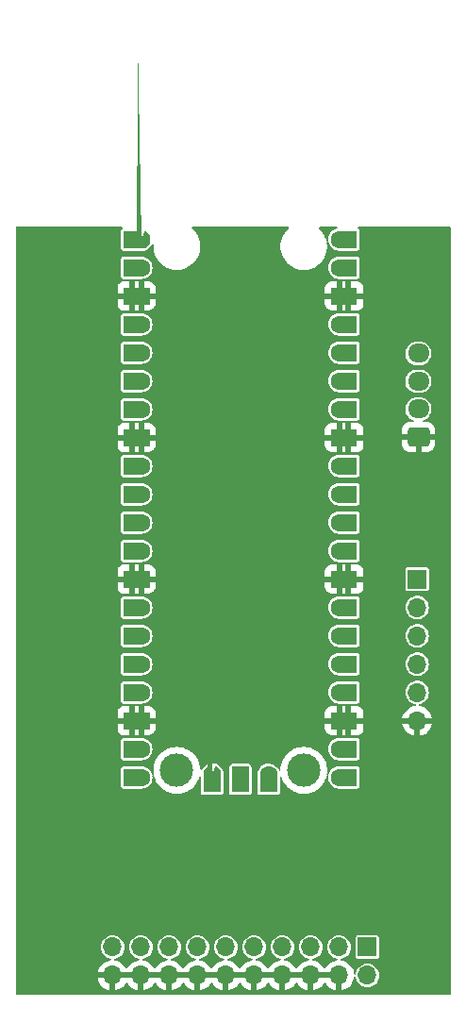
<source format=gbl>
G04 #@! TF.GenerationSoftware,KiCad,Pcbnew,6.0.2+dfsg-1*
G04 #@! TF.CreationDate,2023-02-11T22:05:11+01:00*
G04 #@! TF.ProjectId,pico_probe_pcb,7069636f-5f70-4726-9f62-655f7063622e,rev?*
G04 #@! TF.SameCoordinates,Original*
G04 #@! TF.FileFunction,Copper,L2,Bot*
G04 #@! TF.FilePolarity,Positive*
%FSLAX46Y46*%
G04 Gerber Fmt 4.6, Leading zero omitted, Abs format (unit mm)*
G04 Created by KiCad (PCBNEW 6.0.2+dfsg-1) date 2023-02-11 22:05:11*
%MOMM*%
%LPD*%
G01*
G04 APERTURE LIST*
G04 Aperture macros list*
%AMRoundRect*
0 Rectangle with rounded corners*
0 $1 Rounding radius*
0 $2 $3 $4 $5 $6 $7 $8 $9 X,Y pos of 4 corners*
0 Add a 4 corners polygon primitive as box body*
4,1,4,$2,$3,$4,$5,$6,$7,$8,$9,$2,$3,0*
0 Add four circle primitives for the rounded corners*
1,1,$1+$1,$2,$3*
1,1,$1+$1,$4,$5*
1,1,$1+$1,$6,$7*
1,1,$1+$1,$8,$9*
0 Add four rect primitives between the rounded corners*
20,1,$1+$1,$2,$3,$4,$5,0*
20,1,$1+$1,$4,$5,$6,$7,0*
20,1,$1+$1,$6,$7,$8,$9,0*
20,1,$1+$1,$8,$9,$2,$3,0*%
%AMFreePoly0*
4,1,57,0.281438,0.792513,0.314631,0.788760,0.324366,0.782642,0.335575,0.780064,0.361670,0.759195,0.389950,0.741421,0.741668,0.389704,0.759398,0.361385,0.780215,0.335261,0.782772,0.324050,0.788875,0.314303,0.792571,0.281098,0.800000,0.248529,0.800000,-0.248878,0.792513,-0.281438,0.788760,-0.314632,0.782641,-0.324367,0.780064,-0.335575,0.759196,-0.361669,0.741421,-0.389950,
0.389704,-0.741668,0.361385,-0.759398,0.335261,-0.780215,0.324050,-0.782772,0.314303,-0.788875,0.281098,-0.792571,0.248529,-0.800000,-0.248878,-0.800000,-0.281438,-0.792513,-0.314632,-0.788760,-0.324367,-0.782641,-0.335575,-0.780064,-0.361669,-0.759196,-0.389950,-0.741421,-0.741668,-0.389704,-0.759398,-0.361385,-0.780215,-0.335261,-0.782772,-0.324050,-0.788875,-0.314303,-0.792571,-0.281098,
-0.800000,-0.248529,-0.800000,0.248878,-0.792513,0.281438,-0.788760,0.314631,-0.782642,0.324366,-0.780064,0.335575,-0.759195,0.361670,-0.741421,0.389950,-0.389704,0.741668,-0.361385,0.759398,-0.335261,0.780215,-0.324050,0.782772,-0.314303,0.788875,-0.281098,0.792571,-0.248529,0.800000,0.248878,0.800000,0.281438,0.792513,0.281438,0.792513,$1*%
G04 Aperture macros list end*
G04 #@! TA.AperFunction,SMDPad,CuDef*
%ADD10R,1.600000X1.600000*%
G04 #@! TD*
G04 #@! TA.AperFunction,ComponentPad*
%ADD11FreePoly0,0.000000*%
G04 #@! TD*
G04 #@! TA.AperFunction,ComponentPad*
%ADD12C,1.600000*%
G04 #@! TD*
G04 #@! TA.AperFunction,ComponentPad*
%ADD13RoundRect,0.200000X-0.600000X-0.600000X0.600000X-0.600000X0.600000X0.600000X-0.600000X0.600000X0*%
G04 #@! TD*
G04 #@! TA.AperFunction,ComponentPad*
%ADD14C,3.000000*%
G04 #@! TD*
G04 #@! TA.AperFunction,ComponentPad*
%ADD15R,1.700000X1.700000*%
G04 #@! TD*
G04 #@! TA.AperFunction,ComponentPad*
%ADD16O,1.700000X1.700000*%
G04 #@! TD*
G04 #@! TA.AperFunction,ComponentPad*
%ADD17RoundRect,0.250000X0.725000X-0.600000X0.725000X0.600000X-0.725000X0.600000X-0.725000X-0.600000X0*%
G04 #@! TD*
G04 #@! TA.AperFunction,ComponentPad*
%ADD18O,1.950000X1.700000*%
G04 #@! TD*
G04 #@! TA.AperFunction,ViaPad*
%ADD19C,0.800000*%
G04 #@! TD*
G04 APERTURE END LIST*
D10*
G04 #@! TO.P,A101,1,GPIO0*
G04 #@! TO.N,unconnected-(A101-Pad1)*
X138265000Y-60325000D03*
D11*
X139065000Y-60325000D03*
D10*
G04 #@! TO.P,A101,2,GPIO1*
G04 #@! TO.N,unconnected-(A101-Pad2)*
X138265000Y-62865000D03*
D12*
X139065000Y-62865000D03*
D10*
G04 #@! TO.P,A101,3,GND*
G04 #@! TO.N,GND*
X138265000Y-65405000D03*
D13*
X139065000Y-65405000D03*
D10*
G04 #@! TO.P,A101,4,GPIO2*
G04 #@! TO.N,/SWCLK*
X138265000Y-67945000D03*
D12*
X139065000Y-67945000D03*
G04 #@! TO.P,A101,5,GPIO3*
G04 #@! TO.N,/SWDIO*
X139065000Y-70485000D03*
D10*
X138265000Y-70485000D03*
D12*
G04 #@! TO.P,A101,6,GPIO4*
G04 #@! TO.N,/UART_TX*
X139065000Y-73025000D03*
D10*
X138265000Y-73025000D03*
G04 #@! TO.P,A101,7,GPIO5*
G04 #@! TO.N,/UART_RX*
X138265000Y-75565000D03*
D12*
X139065000Y-75565000D03*
D10*
G04 #@! TO.P,A101,8,GND*
G04 #@! TO.N,GND*
X138265000Y-78105000D03*
D13*
X139065000Y-78105000D03*
D10*
G04 #@! TO.P,A101,9,GPIO6*
G04 #@! TO.N,Net-(A101-Pad9)*
X138265000Y-80645000D03*
D12*
X139065000Y-80645000D03*
D10*
G04 #@! TO.P,A101,10,GPIO7*
G04 #@! TO.N,Net-(A101-Pad10)*
X138265000Y-83185000D03*
D12*
X139065000Y-83185000D03*
G04 #@! TO.P,A101,11,GPIO8*
G04 #@! TO.N,Net-(A101-Pad11)*
X139065000Y-85725000D03*
D10*
X138265000Y-85725000D03*
D12*
G04 #@! TO.P,A101,12,GPIO9*
G04 #@! TO.N,unconnected-(A101-Pad12)*
X139065000Y-88265000D03*
D10*
X138265000Y-88265000D03*
G04 #@! TO.P,A101,13,GND*
G04 #@! TO.N,GND*
X138265000Y-90805000D03*
D13*
X139065000Y-90805000D03*
D12*
G04 #@! TO.P,A101,14,GPIO10*
G04 #@! TO.N,unconnected-(A101-Pad14)*
X139065000Y-93345000D03*
D10*
X138265000Y-93345000D03*
D12*
G04 #@! TO.P,A101,15,GPIO11*
G04 #@! TO.N,unconnected-(A101-Pad15)*
X139065000Y-95885000D03*
D10*
X138265000Y-95885000D03*
D12*
G04 #@! TO.P,A101,16,GPIO12*
G04 #@! TO.N,unconnected-(A101-Pad16)*
X139065000Y-98425000D03*
D10*
X138265000Y-98425000D03*
D12*
G04 #@! TO.P,A101,17,GPIO13*
G04 #@! TO.N,unconnected-(A101-Pad17)*
X139065000Y-100965000D03*
D10*
X138265000Y-100965000D03*
D13*
G04 #@! TO.P,A101,18,GND*
G04 #@! TO.N,GND*
X139065000Y-103505000D03*
D10*
X138265000Y-103505000D03*
D12*
G04 #@! TO.P,A101,19,GPIO14*
G04 #@! TO.N,unconnected-(A101-Pad19)*
X139065000Y-106045000D03*
D10*
X138265000Y-106045000D03*
D12*
G04 #@! TO.P,A101,20,GPIO15*
G04 #@! TO.N,unconnected-(A101-Pad20)*
X139065000Y-108585000D03*
D10*
X138265000Y-108585000D03*
G04 #@! TO.P,A101,21,GPIO16*
G04 #@! TO.N,unconnected-(A101-Pad21)*
X157645000Y-108585000D03*
D12*
X156845000Y-108585000D03*
G04 #@! TO.P,A101,22,GPIO17*
G04 #@! TO.N,unconnected-(A101-Pad22)*
X156845000Y-106045000D03*
D10*
X157645000Y-106045000D03*
G04 #@! TO.P,A101,23,GND*
G04 #@! TO.N,GND*
X157645000Y-103505000D03*
D13*
X156845000Y-103505000D03*
D10*
G04 #@! TO.P,A101,24,GPIO18*
G04 #@! TO.N,Net-(A101-Pad24)*
X157645000Y-100965000D03*
D12*
X156845000Y-100965000D03*
D10*
G04 #@! TO.P,A101,25,GPIO19*
G04 #@! TO.N,Net-(A101-Pad25)*
X157645000Y-98425000D03*
D12*
X156845000Y-98425000D03*
G04 #@! TO.P,A101,26,GPIO20*
G04 #@! TO.N,Net-(A101-Pad26)*
X156845000Y-95885000D03*
D10*
X157645000Y-95885000D03*
D12*
G04 #@! TO.P,A101,27,GPIO21*
G04 #@! TO.N,Net-(A101-Pad27)*
X156845000Y-93345000D03*
D10*
X157645000Y-93345000D03*
G04 #@! TO.P,A101,28,GND*
G04 #@! TO.N,GND*
X157645000Y-90805000D03*
D13*
X156845000Y-90805000D03*
D12*
G04 #@! TO.P,A101,29,GPIO22*
G04 #@! TO.N,Net-(A101-Pad29)*
X156845000Y-88265000D03*
D10*
X157645000Y-88265000D03*
G04 #@! TO.P,A101,30,RUN*
G04 #@! TO.N,unconnected-(A101-Pad30)*
X157645000Y-85725000D03*
D12*
X156845000Y-85725000D03*
G04 #@! TO.P,A101,31,GPIO26_ADC0*
G04 #@! TO.N,unconnected-(A101-Pad31)*
X156845000Y-83185000D03*
D10*
X157645000Y-83185000D03*
D12*
G04 #@! TO.P,A101,32,GPIO27_ADC1*
G04 #@! TO.N,unconnected-(A101-Pad32)*
X156845000Y-80645000D03*
D10*
X157645000Y-80645000D03*
D13*
G04 #@! TO.P,A101,33,AGND*
G04 #@! TO.N,GND*
X156845000Y-78105000D03*
D10*
X157645000Y-78105000D03*
D12*
G04 #@! TO.P,A101,34,GPIO28_ADC2*
G04 #@! TO.N,unconnected-(A101-Pad34)*
X156845000Y-75565000D03*
D10*
X157645000Y-75565000D03*
G04 #@! TO.P,A101,35,ADC_VREF*
G04 #@! TO.N,unconnected-(A101-Pad35)*
X157645000Y-73025000D03*
D12*
X156845000Y-73025000D03*
G04 #@! TO.P,A101,36,3V3*
G04 #@! TO.N,+3V3*
X156845000Y-70485000D03*
D10*
X157645000Y-70485000D03*
D12*
G04 #@! TO.P,A101,37,3V3_EN*
G04 #@! TO.N,unconnected-(A101-Pad37)*
X156845000Y-67945000D03*
D10*
X157645000Y-67945000D03*
D13*
G04 #@! TO.P,A101,38,GND*
G04 #@! TO.N,GND*
X156845000Y-65405000D03*
D10*
X157645000Y-65405000D03*
G04 #@! TO.P,A101,39,VSYS*
G04 #@! TO.N,unconnected-(A101-Pad39)*
X157645000Y-62865000D03*
D12*
X156845000Y-62865000D03*
D10*
G04 #@! TO.P,A101,40,VBUS*
G04 #@! TO.N,unconnected-(A101-Pad40)*
X157645000Y-60325000D03*
D12*
X156845000Y-60325000D03*
D11*
G04 #@! TO.P,A101,41*
G04 #@! TO.N,N/C*
X145415000Y-108355000D03*
D10*
X145415000Y-109155000D03*
G04 #@! TO.P,A101,42*
X147955000Y-109155000D03*
D13*
X147955000Y-108355000D03*
D12*
G04 #@! TO.P,A101,43*
X150495000Y-108355000D03*
D10*
X150495000Y-109155000D03*
D14*
G04 #@! TO.P,A101,44*
X153655000Y-107955000D03*
X142255000Y-107955000D03*
G04 #@! TD*
D15*
G04 #@! TO.P,J103,1,Pin_1*
G04 #@! TO.N,Net-(A101-Pad29)*
X163830000Y-90805000D03*
D16*
G04 #@! TO.P,J103,2,Pin_2*
G04 #@! TO.N,Net-(A101-Pad27)*
X163830000Y-93345000D03*
G04 #@! TO.P,J103,3,Pin_3*
G04 #@! TO.N,Net-(A101-Pad26)*
X163830000Y-95885000D03*
G04 #@! TO.P,J103,4,Pin_4*
G04 #@! TO.N,Net-(A101-Pad25)*
X163830000Y-98425000D03*
G04 #@! TO.P,J103,5,Pin_5*
G04 #@! TO.N,Net-(A101-Pad24)*
X163830000Y-100965000D03*
G04 #@! TO.P,J103,6,Pin_6*
G04 #@! TO.N,GND*
X163830000Y-103505000D03*
G04 #@! TD*
D17*
G04 #@! TO.P,J101,1,Pin_1*
G04 #@! TO.N,GND*
X163940000Y-78045000D03*
D18*
G04 #@! TO.P,J101,2,Pin_2*
G04 #@! TO.N,/UART_RX*
X163940000Y-75545000D03*
G04 #@! TO.P,J101,3,Pin_3*
G04 #@! TO.N,/UART_TX*
X163940000Y-73045000D03*
G04 #@! TO.P,J101,4,Pin_4*
G04 #@! TO.N,+3V3*
X163940000Y-70545000D03*
G04 #@! TD*
D15*
G04 #@! TO.P,J102,1,Pin_1*
G04 #@! TO.N,unconnected-(J102-Pad1)*
X159355000Y-123805000D03*
D16*
G04 #@! TO.P,J102,2,Pin_2*
G04 #@! TO.N,unconnected-(J102-Pad2)*
X159355000Y-126345000D03*
G04 #@! TO.P,J102,3,Pin_3*
G04 #@! TO.N,unconnected-(J102-Pad3)*
X156815000Y-123805000D03*
G04 #@! TO.P,J102,4,Pin_4*
G04 #@! TO.N,GND*
X156815000Y-126345000D03*
G04 #@! TO.P,J102,5,Pin_5*
G04 #@! TO.N,unconnected-(J102-Pad5)*
X154275000Y-123805000D03*
G04 #@! TO.P,J102,6,Pin_6*
G04 #@! TO.N,GND*
X154275000Y-126345000D03*
G04 #@! TO.P,J102,7,Pin_7*
G04 #@! TO.N,/SWDIO*
X151735000Y-123805000D03*
G04 #@! TO.P,J102,8,Pin_8*
G04 #@! TO.N,GND*
X151735000Y-126345000D03*
G04 #@! TO.P,J102,9,Pin_9*
G04 #@! TO.N,/SWCLK*
X149195000Y-123805000D03*
G04 #@! TO.P,J102,10,Pin_10*
G04 #@! TO.N,GND*
X149195000Y-126345000D03*
G04 #@! TO.P,J102,11,Pin_11*
G04 #@! TO.N,unconnected-(J102-Pad11)*
X146655000Y-123805000D03*
G04 #@! TO.P,J102,12,Pin_12*
G04 #@! TO.N,GND*
X146655000Y-126345000D03*
G04 #@! TO.P,J102,13,Pin_13*
G04 #@! TO.N,unconnected-(J102-Pad13)*
X144115000Y-123805000D03*
G04 #@! TO.P,J102,14,Pin_14*
G04 #@! TO.N,GND*
X144115000Y-126345000D03*
G04 #@! TO.P,J102,15,Pin_15*
G04 #@! TO.N,unconnected-(J102-Pad15)*
X141575000Y-123805000D03*
G04 #@! TO.P,J102,16,Pin_16*
G04 #@! TO.N,GND*
X141575000Y-126345000D03*
G04 #@! TO.P,J102,17,Pin_17*
G04 #@! TO.N,unconnected-(J102-Pad17)*
X139035000Y-123805000D03*
G04 #@! TO.P,J102,18,Pin_18*
G04 #@! TO.N,GND*
X139035000Y-126345000D03*
G04 #@! TO.P,J102,19,Pin_19*
G04 #@! TO.N,unconnected-(J102-Pad19)*
X136495000Y-123805000D03*
G04 #@! TO.P,J102,20,Pin_20*
G04 #@! TO.N,GND*
X136495000Y-126345000D03*
G04 #@! TD*
D19*
G04 #@! TO.N,GND*
X131064000Y-107188000D03*
X131064000Y-78232000D03*
X131064000Y-83820000D03*
X131064000Y-94234000D03*
X131064000Y-98552000D03*
X153035000Y-114300000D03*
X144780000Y-114300000D03*
X137795000Y-113030000D03*
X133985000Y-105410000D03*
X133985000Y-96520000D03*
X133985000Y-92075000D03*
X133985000Y-88265000D03*
X136525000Y-73660000D03*
X133350000Y-74295000D03*
X136525000Y-69215000D03*
X133350000Y-61595000D03*
X128905000Y-61595000D03*
X128905000Y-68580000D03*
X128905000Y-78105000D03*
X128905000Y-88265000D03*
X128905000Y-113030000D03*
X128905000Y-104775000D03*
X128905000Y-95885000D03*
X163830000Y-113030000D03*
X163830000Y-107950000D03*
X163830000Y-127000000D03*
X133350000Y-127000000D03*
X129540000Y-127000000D03*
X129540000Y-123825000D03*
X129540000Y-120650000D03*
X129540000Y-117475000D03*
X163830000Y-120015000D03*
X159385000Y-120015000D03*
X154305000Y-120015000D03*
X150495000Y-120015000D03*
X147320000Y-120015000D03*
X144145000Y-120015000D03*
X140335000Y-120015000D03*
X136525000Y-120015000D03*
X154305000Y-101600000D03*
X150495000Y-101600000D03*
X146685000Y-101600000D03*
X142875000Y-101600000D03*
X153035000Y-78105000D03*
X146685000Y-78105000D03*
X142240000Y-78105000D03*
X153035000Y-74295000D03*
X146685000Y-74295000D03*
X142240000Y-74295000D03*
X144780000Y-71755000D03*
G04 #@! TD*
G04 #@! TA.AperFunction,Conductor*
G04 #@! TO.N,GND*
G36*
X137386645Y-59222313D02*
G01*
X137411955Y-59266150D01*
X137403165Y-59316000D01*
X137380193Y-59340527D01*
X137320448Y-59380448D01*
X137276133Y-59446769D01*
X137264500Y-59505252D01*
X137264500Y-61144748D01*
X137276133Y-61203231D01*
X137280184Y-61209293D01*
X137280184Y-61209294D01*
X137305630Y-61247376D01*
X137320448Y-61269552D01*
X137326509Y-61273602D01*
X137376555Y-61307042D01*
X137386769Y-61313867D01*
X137431295Y-61322724D01*
X137441682Y-61324790D01*
X137441683Y-61324790D01*
X137445252Y-61325500D01*
X138754710Y-61325500D01*
X138763023Y-61325968D01*
X138816371Y-61331999D01*
X138816863Y-61332041D01*
X138816876Y-61332042D01*
X138826229Y-61332835D01*
X138826231Y-61332835D01*
X138827751Y-61332964D01*
X138941331Y-61333206D01*
X139066544Y-61333472D01*
X139066667Y-61333472D01*
X139172036Y-61332842D01*
X139310990Y-61332011D01*
X139310999Y-61332010D01*
X139312918Y-61331999D01*
X139314835Y-61331786D01*
X139314838Y-61331786D01*
X139336075Y-61329428D01*
X139403103Y-61321962D01*
X139403117Y-61321960D01*
X139403604Y-61321906D01*
X139404065Y-61321842D01*
X139404094Y-61321838D01*
X139411811Y-61320760D01*
X139414905Y-61320328D01*
X139459010Y-61306310D01*
X139474732Y-61298926D01*
X139488383Y-61292516D01*
X139488396Y-61292510D01*
X139489470Y-61292005D01*
X139529890Y-61269726D01*
X139537715Y-61263491D01*
X139556689Y-61248371D01*
X139600836Y-61213192D01*
X139600849Y-61213181D01*
X139601251Y-61212861D01*
X139602391Y-61211899D01*
X139608755Y-61206531D01*
X139608759Y-61206528D01*
X139609978Y-61205499D01*
X139667062Y-61148188D01*
X139950947Y-60863171D01*
X139950950Y-60863167D01*
X139952359Y-60861753D01*
X139966916Y-60843560D01*
X140009348Y-60790492D01*
X140016230Y-60781374D01*
X140017673Y-60778587D01*
X140018546Y-60777200D01*
X140058545Y-60746178D01*
X140109126Y-60748124D01*
X140146623Y-60782128D01*
X140155161Y-60817024D01*
X140154920Y-60863171D01*
X140153747Y-61087200D01*
X140191129Y-61371149D01*
X140191795Y-61373582D01*
X140191795Y-61373584D01*
X140197035Y-61392739D01*
X140266702Y-61647398D01*
X140267692Y-61649719D01*
X140366455Y-61881264D01*
X140379068Y-61910835D01*
X140526146Y-62156585D01*
X140705215Y-62380100D01*
X140707040Y-62381832D01*
X140707042Y-62381834D01*
X140724044Y-62397968D01*
X140912962Y-62577245D01*
X141145543Y-62744371D01*
X141398653Y-62878386D01*
X141401013Y-62879250D01*
X141401016Y-62879251D01*
X141444367Y-62895115D01*
X141667610Y-62976810D01*
X141670074Y-62977347D01*
X141670080Y-62977349D01*
X141935426Y-63035203D01*
X141947436Y-63037822D01*
X142172053Y-63055500D01*
X142326992Y-63055500D01*
X142328217Y-63055416D01*
X142328231Y-63055416D01*
X142538233Y-63041099D01*
X142538237Y-63041098D01*
X142540737Y-63040928D01*
X142543197Y-63040419D01*
X142543201Y-63040418D01*
X142638060Y-63020774D01*
X142821186Y-62982850D01*
X143068942Y-62895115D01*
X143088775Y-62888092D01*
X143088777Y-62888091D01*
X143091158Y-62887248D01*
X143345658Y-62755891D01*
X143362050Y-62744371D01*
X143577907Y-62592663D01*
X143579976Y-62591209D01*
X143789776Y-62396251D01*
X143802996Y-62380100D01*
X143863769Y-62305849D01*
X143971177Y-62174623D01*
X144116049Y-61938213D01*
X144119505Y-61932573D01*
X144119505Y-61932572D01*
X144120820Y-61930427D01*
X144125201Y-61920448D01*
X144144212Y-61877138D01*
X144235938Y-61668182D01*
X144314400Y-61392739D01*
X144354754Y-61109196D01*
X144356057Y-60860185D01*
X144356240Y-60825319D01*
X144356240Y-60825316D01*
X144356253Y-60822800D01*
X144318871Y-60538851D01*
X144317652Y-60534393D01*
X144256528Y-60310963D01*
X144243298Y-60262602D01*
X144233447Y-60239507D01*
X144131919Y-60001478D01*
X144131916Y-60001473D01*
X144130932Y-59999165D01*
X143983854Y-59753415D01*
X143804785Y-59529900D01*
X143789822Y-59515700D01*
X143597038Y-59332755D01*
X143598120Y-59331615D01*
X143575093Y-59292329D01*
X143583555Y-59242422D01*
X143622117Y-59209631D01*
X143647883Y-59205000D01*
X152264136Y-59205000D01*
X152311702Y-59222313D01*
X152337012Y-59266150D01*
X152328222Y-59316000D01*
X152314509Y-59333208D01*
X152250312Y-59392864D01*
X152120224Y-59513749D01*
X152118628Y-59515699D01*
X152118627Y-59515700D01*
X152105396Y-59531865D01*
X151938823Y-59735377D01*
X151789180Y-59979573D01*
X151674062Y-60241818D01*
X151595600Y-60517261D01*
X151555246Y-60800804D01*
X151553747Y-61087200D01*
X151591129Y-61371149D01*
X151591795Y-61373582D01*
X151591795Y-61373584D01*
X151597035Y-61392739D01*
X151666702Y-61647398D01*
X151667692Y-61649719D01*
X151766455Y-61881264D01*
X151779068Y-61910835D01*
X151926146Y-62156585D01*
X152105215Y-62380100D01*
X152107040Y-62381832D01*
X152107042Y-62381834D01*
X152124044Y-62397968D01*
X152312962Y-62577245D01*
X152545543Y-62744371D01*
X152798653Y-62878386D01*
X152801013Y-62879250D01*
X152801016Y-62879251D01*
X152844367Y-62895115D01*
X153067610Y-62976810D01*
X153070074Y-62977347D01*
X153070080Y-62977349D01*
X153335426Y-63035203D01*
X153347436Y-63037822D01*
X153572053Y-63055500D01*
X153726992Y-63055500D01*
X153728217Y-63055416D01*
X153728231Y-63055416D01*
X153938233Y-63041099D01*
X153938237Y-63041098D01*
X153940737Y-63040928D01*
X153943197Y-63040419D01*
X153943201Y-63040418D01*
X154038060Y-63020774D01*
X154221186Y-62982850D01*
X154468942Y-62895115D01*
X154488775Y-62888092D01*
X154488777Y-62888091D01*
X154491158Y-62887248D01*
X154561459Y-62850963D01*
X155839757Y-62850963D01*
X155840060Y-62854572D01*
X155840060Y-62854574D01*
X155855402Y-63037283D01*
X155856175Y-63046483D01*
X155910258Y-63235091D01*
X155911911Y-63238307D01*
X155998288Y-63406380D01*
X155998291Y-63406385D01*
X155999944Y-63409601D01*
X156121818Y-63563369D01*
X156271238Y-63690535D01*
X156274400Y-63692302D01*
X156439354Y-63784492D01*
X156439358Y-63784494D01*
X156442513Y-63786257D01*
X156445949Y-63787374D01*
X156445955Y-63787376D01*
X156564467Y-63825882D01*
X156629118Y-63846889D01*
X156687637Y-63853867D01*
X156820346Y-63869692D01*
X156820349Y-63869692D01*
X156823946Y-63870121D01*
X156881168Y-63865718D01*
X156886845Y-63865500D01*
X158464748Y-63865500D01*
X158468317Y-63864790D01*
X158468318Y-63864790D01*
X158478705Y-63862724D01*
X158523231Y-63853867D01*
X158535351Y-63845769D01*
X158583491Y-63813602D01*
X158589552Y-63809552D01*
X158604370Y-63787376D01*
X158629816Y-63749294D01*
X158629816Y-63749293D01*
X158633867Y-63743231D01*
X158645500Y-63684748D01*
X158645500Y-62045252D01*
X158633867Y-61986769D01*
X158601423Y-61938213D01*
X158593602Y-61926509D01*
X158589552Y-61920448D01*
X158578395Y-61912993D01*
X158529294Y-61880184D01*
X158529293Y-61880184D01*
X158523231Y-61876133D01*
X158478705Y-61867276D01*
X158468318Y-61865210D01*
X158468317Y-61865210D01*
X158464748Y-61864500D01*
X156901730Y-61864500D01*
X156893995Y-61864095D01*
X156889427Y-61863615D01*
X156852019Y-61859683D01*
X156656618Y-61877466D01*
X156653145Y-61878488D01*
X156653146Y-61878488D01*
X156471864Y-61931842D01*
X156471860Y-61931844D01*
X156468393Y-61932864D01*
X156377115Y-61980583D01*
X156297719Y-62022090D01*
X156297716Y-62022092D01*
X156294512Y-62023767D01*
X156291694Y-62026033D01*
X156291692Y-62026034D01*
X156144419Y-62144444D01*
X156144416Y-62144447D01*
X156141600Y-62146711D01*
X156015480Y-62297016D01*
X155920956Y-62468954D01*
X155919864Y-62472397D01*
X155919863Y-62472399D01*
X155887154Y-62575512D01*
X155861628Y-62655978D01*
X155861225Y-62659574D01*
X155861224Y-62659577D01*
X155852311Y-62739039D01*
X155839757Y-62850963D01*
X154561459Y-62850963D01*
X154745658Y-62755891D01*
X154762050Y-62744371D01*
X154977907Y-62592663D01*
X154979976Y-62591209D01*
X155189776Y-62396251D01*
X155202996Y-62380100D01*
X155263769Y-62305849D01*
X155371177Y-62174623D01*
X155516049Y-61938213D01*
X155519505Y-61932573D01*
X155519505Y-61932572D01*
X155520820Y-61930427D01*
X155525201Y-61920448D01*
X155544212Y-61877138D01*
X155635938Y-61668182D01*
X155714400Y-61392739D01*
X155754754Y-61109196D01*
X155756057Y-60860185D01*
X155756240Y-60825319D01*
X155756240Y-60825316D01*
X155756253Y-60822800D01*
X155724416Y-60580972D01*
X155734743Y-60534393D01*
X155712604Y-60512099D01*
X155708403Y-60500587D01*
X155690412Y-60434823D01*
X155643298Y-60262602D01*
X155633447Y-60239507D01*
X155531919Y-60001478D01*
X155531916Y-60001473D01*
X155530932Y-59999165D01*
X155383854Y-59753415D01*
X155204785Y-59529900D01*
X155189822Y-59515700D01*
X154997038Y-59332755D01*
X154998120Y-59331615D01*
X154975093Y-59292329D01*
X154983555Y-59242422D01*
X155022117Y-59209631D01*
X155047883Y-59205000D01*
X156593176Y-59205000D01*
X156640742Y-59222313D01*
X156666052Y-59266150D01*
X156657262Y-59316000D01*
X156614069Y-59349989D01*
X156471864Y-59391842D01*
X156471860Y-59391844D01*
X156468393Y-59392864D01*
X156410588Y-59423084D01*
X156297719Y-59482090D01*
X156297716Y-59482092D01*
X156294512Y-59483767D01*
X156291694Y-59486033D01*
X156291692Y-59486034D01*
X156144419Y-59604444D01*
X156144416Y-59604447D01*
X156141600Y-59606711D01*
X156015480Y-59757016D01*
X156013738Y-59760184D01*
X156013737Y-59760186D01*
X155997806Y-59789164D01*
X155920956Y-59928954D01*
X155919864Y-59932397D01*
X155919863Y-59932399D01*
X155873374Y-60078951D01*
X155861628Y-60115978D01*
X155839757Y-60310963D01*
X155840060Y-60314572D01*
X155840060Y-60314574D01*
X155853520Y-60474868D01*
X155841947Y-60517466D01*
X155863422Y-60537145D01*
X155868916Y-60550916D01*
X155910258Y-60695091D01*
X155911911Y-60698307D01*
X155998288Y-60866380D01*
X155998291Y-60866385D01*
X155999944Y-60869601D01*
X156121818Y-61023369D01*
X156271238Y-61150535D01*
X156274400Y-61152302D01*
X156439354Y-61244492D01*
X156439358Y-61244494D01*
X156442513Y-61246257D01*
X156445949Y-61247374D01*
X156445955Y-61247376D01*
X156564467Y-61285882D01*
X156629118Y-61306889D01*
X156687637Y-61313867D01*
X156820346Y-61329692D01*
X156820349Y-61329692D01*
X156823946Y-61330121D01*
X156881168Y-61325718D01*
X156886845Y-61325500D01*
X158464748Y-61325500D01*
X158468317Y-61324790D01*
X158468318Y-61324790D01*
X158478705Y-61322724D01*
X158523231Y-61313867D01*
X158533446Y-61307042D01*
X158583491Y-61273602D01*
X158589552Y-61269552D01*
X158604370Y-61247376D01*
X158629816Y-61209294D01*
X158629816Y-61209293D01*
X158633867Y-61203231D01*
X158645500Y-61144748D01*
X158645500Y-59505252D01*
X158633867Y-59446769D01*
X158589552Y-59380448D01*
X158529808Y-59340528D01*
X158499877Y-59299707D01*
X158503188Y-59249196D01*
X158538192Y-59212631D01*
X158570921Y-59205000D01*
X166781000Y-59205000D01*
X166828566Y-59222313D01*
X166853876Y-59266150D01*
X166855000Y-59279000D01*
X166855000Y-128046000D01*
X166837687Y-128093566D01*
X166793850Y-128118876D01*
X166781000Y-128120000D01*
X127859000Y-128120000D01*
X127811434Y-128102687D01*
X127786124Y-128058850D01*
X127785000Y-128046000D01*
X127785000Y-126605166D01*
X135161703Y-126605166D01*
X135161727Y-126606173D01*
X135194033Y-126749523D01*
X135195845Y-126755305D01*
X135277569Y-126956571D01*
X135280304Y-126961984D01*
X135393802Y-127147197D01*
X135397383Y-127152090D01*
X135539614Y-127316285D01*
X135543934Y-127320516D01*
X135711079Y-127459282D01*
X135716038Y-127462755D01*
X135903591Y-127572352D01*
X135909056Y-127574970D01*
X136111987Y-127652462D01*
X136117819Y-127654156D01*
X136228213Y-127676615D01*
X136238734Y-127675043D01*
X136240946Y-127672543D01*
X136241000Y-127672256D01*
X136241000Y-127668584D01*
X136749000Y-127668584D01*
X136752638Y-127678580D01*
X136756304Y-127680696D01*
X136775304Y-127678262D01*
X136781214Y-127677006D01*
X136989296Y-127614579D01*
X136994925Y-127612372D01*
X137190010Y-127516801D01*
X137195208Y-127513702D01*
X137372073Y-127387547D01*
X137376680Y-127383654D01*
X137530560Y-127230309D01*
X137534489Y-127225692D01*
X137661250Y-127049285D01*
X137664367Y-127044098D01*
X137697055Y-126977958D01*
X137733651Y-126942986D01*
X137784164Y-126939719D01*
X137826490Y-126972080D01*
X137933802Y-127147197D01*
X137937383Y-127152090D01*
X138079614Y-127316285D01*
X138083934Y-127320516D01*
X138251079Y-127459282D01*
X138256038Y-127462755D01*
X138443591Y-127572352D01*
X138449056Y-127574970D01*
X138651987Y-127652462D01*
X138657819Y-127654156D01*
X138768213Y-127676615D01*
X138778734Y-127675043D01*
X138780946Y-127672543D01*
X138781000Y-127672256D01*
X138781000Y-127668584D01*
X139289000Y-127668584D01*
X139292638Y-127678580D01*
X139296304Y-127680696D01*
X139315304Y-127678262D01*
X139321214Y-127677006D01*
X139529296Y-127614579D01*
X139534925Y-127612372D01*
X139730010Y-127516801D01*
X139735208Y-127513702D01*
X139912073Y-127387547D01*
X139916680Y-127383654D01*
X140070560Y-127230309D01*
X140074489Y-127225692D01*
X140201250Y-127049285D01*
X140204367Y-127044098D01*
X140237055Y-126977958D01*
X140273651Y-126942986D01*
X140324164Y-126939719D01*
X140366490Y-126972080D01*
X140473802Y-127147197D01*
X140477383Y-127152090D01*
X140619614Y-127316285D01*
X140623934Y-127320516D01*
X140791079Y-127459282D01*
X140796038Y-127462755D01*
X140983591Y-127572352D01*
X140989056Y-127574970D01*
X141191987Y-127652462D01*
X141197819Y-127654156D01*
X141308213Y-127676615D01*
X141318734Y-127675043D01*
X141320946Y-127672543D01*
X141321000Y-127672256D01*
X141321000Y-127668584D01*
X141829000Y-127668584D01*
X141832638Y-127678580D01*
X141836304Y-127680696D01*
X141855304Y-127678262D01*
X141861214Y-127677006D01*
X142069296Y-127614579D01*
X142074925Y-127612372D01*
X142270010Y-127516801D01*
X142275208Y-127513702D01*
X142452073Y-127387547D01*
X142456680Y-127383654D01*
X142610560Y-127230309D01*
X142614489Y-127225692D01*
X142741250Y-127049285D01*
X142744367Y-127044098D01*
X142777055Y-126977958D01*
X142813651Y-126942986D01*
X142864164Y-126939719D01*
X142906490Y-126972080D01*
X143013802Y-127147197D01*
X143017383Y-127152090D01*
X143159614Y-127316285D01*
X143163934Y-127320516D01*
X143331079Y-127459282D01*
X143336038Y-127462755D01*
X143523591Y-127572352D01*
X143529056Y-127574970D01*
X143731987Y-127652462D01*
X143737819Y-127654156D01*
X143848213Y-127676615D01*
X143858734Y-127675043D01*
X143860946Y-127672543D01*
X143861000Y-127672256D01*
X143861000Y-127668584D01*
X144369000Y-127668584D01*
X144372638Y-127678580D01*
X144376304Y-127680696D01*
X144395304Y-127678262D01*
X144401214Y-127677006D01*
X144609296Y-127614579D01*
X144614925Y-127612372D01*
X144810010Y-127516801D01*
X144815208Y-127513702D01*
X144992073Y-127387547D01*
X144996680Y-127383654D01*
X145150560Y-127230309D01*
X145154489Y-127225692D01*
X145281250Y-127049285D01*
X145284367Y-127044098D01*
X145317055Y-126977958D01*
X145353651Y-126942986D01*
X145404164Y-126939719D01*
X145446490Y-126972080D01*
X145553802Y-127147197D01*
X145557383Y-127152090D01*
X145699614Y-127316285D01*
X145703934Y-127320516D01*
X145871079Y-127459282D01*
X145876038Y-127462755D01*
X146063591Y-127572352D01*
X146069056Y-127574970D01*
X146271987Y-127652462D01*
X146277819Y-127654156D01*
X146388213Y-127676615D01*
X146398734Y-127675043D01*
X146400946Y-127672543D01*
X146401000Y-127672256D01*
X146401000Y-127668584D01*
X146909000Y-127668584D01*
X146912638Y-127678580D01*
X146916304Y-127680696D01*
X146935304Y-127678262D01*
X146941214Y-127677006D01*
X147149296Y-127614579D01*
X147154925Y-127612372D01*
X147350010Y-127516801D01*
X147355208Y-127513702D01*
X147532073Y-127387547D01*
X147536680Y-127383654D01*
X147690560Y-127230309D01*
X147694489Y-127225692D01*
X147821250Y-127049285D01*
X147824367Y-127044098D01*
X147857055Y-126977958D01*
X147893651Y-126942986D01*
X147944164Y-126939719D01*
X147986490Y-126972080D01*
X148093802Y-127147197D01*
X148097383Y-127152090D01*
X148239614Y-127316285D01*
X148243934Y-127320516D01*
X148411079Y-127459282D01*
X148416038Y-127462755D01*
X148603591Y-127572352D01*
X148609056Y-127574970D01*
X148811987Y-127652462D01*
X148817819Y-127654156D01*
X148928213Y-127676615D01*
X148938734Y-127675043D01*
X148940946Y-127672543D01*
X148941000Y-127672256D01*
X148941000Y-127668584D01*
X149449000Y-127668584D01*
X149452638Y-127678580D01*
X149456304Y-127680696D01*
X149475304Y-127678262D01*
X149481214Y-127677006D01*
X149689296Y-127614579D01*
X149694925Y-127612372D01*
X149890010Y-127516801D01*
X149895208Y-127513702D01*
X150072073Y-127387547D01*
X150076680Y-127383654D01*
X150230560Y-127230309D01*
X150234489Y-127225692D01*
X150361250Y-127049285D01*
X150364367Y-127044098D01*
X150397055Y-126977958D01*
X150433651Y-126942986D01*
X150484164Y-126939719D01*
X150526490Y-126972080D01*
X150633802Y-127147197D01*
X150637383Y-127152090D01*
X150779614Y-127316285D01*
X150783934Y-127320516D01*
X150951079Y-127459282D01*
X150956038Y-127462755D01*
X151143591Y-127572352D01*
X151149056Y-127574970D01*
X151351987Y-127652462D01*
X151357819Y-127654156D01*
X151468213Y-127676615D01*
X151478734Y-127675043D01*
X151480946Y-127672543D01*
X151481000Y-127672256D01*
X151481000Y-127668584D01*
X151989000Y-127668584D01*
X151992638Y-127678580D01*
X151996304Y-127680696D01*
X152015304Y-127678262D01*
X152021214Y-127677006D01*
X152229296Y-127614579D01*
X152234925Y-127612372D01*
X152430010Y-127516801D01*
X152435208Y-127513702D01*
X152612073Y-127387547D01*
X152616680Y-127383654D01*
X152770560Y-127230309D01*
X152774489Y-127225692D01*
X152901250Y-127049285D01*
X152904367Y-127044098D01*
X152937055Y-126977958D01*
X152973651Y-126942986D01*
X153024164Y-126939719D01*
X153066490Y-126972080D01*
X153173802Y-127147197D01*
X153177383Y-127152090D01*
X153319614Y-127316285D01*
X153323934Y-127320516D01*
X153491079Y-127459282D01*
X153496038Y-127462755D01*
X153683591Y-127572352D01*
X153689056Y-127574970D01*
X153891987Y-127652462D01*
X153897819Y-127654156D01*
X154008213Y-127676615D01*
X154018734Y-127675043D01*
X154020946Y-127672543D01*
X154021000Y-127672256D01*
X154021000Y-127668584D01*
X154529000Y-127668584D01*
X154532638Y-127678580D01*
X154536304Y-127680696D01*
X154555304Y-127678262D01*
X154561214Y-127677006D01*
X154769296Y-127614579D01*
X154774925Y-127612372D01*
X154970010Y-127516801D01*
X154975208Y-127513702D01*
X155152073Y-127387547D01*
X155156680Y-127383654D01*
X155310560Y-127230309D01*
X155314489Y-127225692D01*
X155441250Y-127049285D01*
X155444367Y-127044098D01*
X155477055Y-126977958D01*
X155513651Y-126942986D01*
X155564164Y-126939719D01*
X155606490Y-126972080D01*
X155713802Y-127147197D01*
X155717383Y-127152090D01*
X155859614Y-127316285D01*
X155863934Y-127320516D01*
X156031079Y-127459282D01*
X156036038Y-127462755D01*
X156223591Y-127572352D01*
X156229056Y-127574970D01*
X156431987Y-127652462D01*
X156437819Y-127654156D01*
X156548213Y-127676615D01*
X156558734Y-127675043D01*
X156560946Y-127672543D01*
X156561000Y-127672256D01*
X156561000Y-126612048D01*
X156557362Y-126602052D01*
X156552075Y-126599000D01*
X154542048Y-126599000D01*
X154532052Y-126602638D01*
X154529000Y-126607925D01*
X154529000Y-127668584D01*
X154021000Y-127668584D01*
X154021000Y-126612048D01*
X154017362Y-126602052D01*
X154012075Y-126599000D01*
X152002048Y-126599000D01*
X151992052Y-126602638D01*
X151989000Y-126607925D01*
X151989000Y-127668584D01*
X151481000Y-127668584D01*
X151481000Y-126612048D01*
X151477362Y-126602052D01*
X151472075Y-126599000D01*
X149462048Y-126599000D01*
X149452052Y-126602638D01*
X149449000Y-126607925D01*
X149449000Y-127668584D01*
X148941000Y-127668584D01*
X148941000Y-126612048D01*
X148937362Y-126602052D01*
X148932075Y-126599000D01*
X146922048Y-126599000D01*
X146912052Y-126602638D01*
X146909000Y-126607925D01*
X146909000Y-127668584D01*
X146401000Y-127668584D01*
X146401000Y-126612048D01*
X146397362Y-126602052D01*
X146392075Y-126599000D01*
X144382048Y-126599000D01*
X144372052Y-126602638D01*
X144369000Y-126607925D01*
X144369000Y-127668584D01*
X143861000Y-127668584D01*
X143861000Y-126612048D01*
X143857362Y-126602052D01*
X143852075Y-126599000D01*
X141842048Y-126599000D01*
X141832052Y-126602638D01*
X141829000Y-126607925D01*
X141829000Y-127668584D01*
X141321000Y-127668584D01*
X141321000Y-126612048D01*
X141317362Y-126602052D01*
X141312075Y-126599000D01*
X139302048Y-126599000D01*
X139292052Y-126602638D01*
X139289000Y-126607925D01*
X139289000Y-127668584D01*
X138781000Y-127668584D01*
X138781000Y-126612048D01*
X138777362Y-126602052D01*
X138772075Y-126599000D01*
X136762048Y-126599000D01*
X136752052Y-126602638D01*
X136749000Y-126607925D01*
X136749000Y-127668584D01*
X136241000Y-127668584D01*
X136241000Y-126612048D01*
X136237362Y-126602052D01*
X136232075Y-126599000D01*
X135173158Y-126599000D01*
X135163162Y-126602638D01*
X135161703Y-126605166D01*
X127785000Y-126605166D01*
X127785000Y-126081804D01*
X135158662Y-126081804D01*
X135160281Y-126088352D01*
X135163911Y-126091000D01*
X156995000Y-126091000D01*
X157042566Y-126108313D01*
X157067876Y-126152150D01*
X157069000Y-126165000D01*
X157069000Y-127668584D01*
X157072638Y-127678580D01*
X157076304Y-127680696D01*
X157095304Y-127678262D01*
X157101214Y-127677006D01*
X157309296Y-127614579D01*
X157314925Y-127612372D01*
X157510010Y-127516801D01*
X157515208Y-127513702D01*
X157692073Y-127387547D01*
X157696680Y-127383654D01*
X157850560Y-127230309D01*
X157854489Y-127225692D01*
X157981250Y-127049285D01*
X157984367Y-127044097D01*
X158080616Y-126849354D01*
X158082849Y-126843714D01*
X158145998Y-126635866D01*
X158147276Y-126629957D01*
X158165956Y-126488067D01*
X158189329Y-126443167D01*
X158236095Y-126423796D01*
X158284371Y-126439018D01*
X158311569Y-126481710D01*
X158313061Y-126491513D01*
X158316759Y-126535553D01*
X158373544Y-126733586D01*
X158375196Y-126736800D01*
X158375197Y-126736803D01*
X158396106Y-126777487D01*
X158467712Y-126916818D01*
X158595677Y-127078270D01*
X158598430Y-127080613D01*
X158598433Y-127080616D01*
X158629062Y-127106683D01*
X158752564Y-127211791D01*
X158799266Y-127237892D01*
X158929239Y-127310532D01*
X158929243Y-127310534D01*
X158932398Y-127312297D01*
X158935834Y-127313414D01*
X158935840Y-127313416D01*
X159060256Y-127353841D01*
X159128329Y-127375959D01*
X159192176Y-127383572D01*
X159329294Y-127399922D01*
X159329297Y-127399922D01*
X159332894Y-127400351D01*
X159401714Y-127395056D01*
X159534689Y-127384824D01*
X159534691Y-127384824D01*
X159538300Y-127384546D01*
X159736725Y-127329145D01*
X159753808Y-127320516D01*
X159917376Y-127237892D01*
X159917379Y-127237890D01*
X159920610Y-127236258D01*
X160082951Y-127109424D01*
X160134861Y-127049285D01*
X160215201Y-126956210D01*
X160215203Y-126956208D01*
X160217564Y-126953472D01*
X160219347Y-126950333D01*
X160219350Y-126950329D01*
X160279915Y-126843714D01*
X160319323Y-126774344D01*
X160325657Y-126755305D01*
X160383208Y-126582299D01*
X160384351Y-126578863D01*
X160389823Y-126535553D01*
X160409913Y-126376519D01*
X160409913Y-126376513D01*
X160410171Y-126374474D01*
X160410583Y-126345000D01*
X160397016Y-126206625D01*
X160390833Y-126143570D01*
X160390480Y-126139970D01*
X160330935Y-125942749D01*
X160234218Y-125760849D01*
X160104011Y-125601200D01*
X159945275Y-125469882D01*
X159934384Y-125463993D01*
X159767238Y-125373618D01*
X159764055Y-125371897D01*
X159760605Y-125370829D01*
X159760600Y-125370827D01*
X159609925Y-125324186D01*
X159567254Y-125310977D01*
X159362369Y-125289443D01*
X159358765Y-125289771D01*
X159358764Y-125289771D01*
X159358215Y-125289821D01*
X159157203Y-125308114D01*
X159108247Y-125322522D01*
X158963043Y-125365258D01*
X158963039Y-125365260D01*
X158959572Y-125366280D01*
X158863633Y-125416436D01*
X158780209Y-125460049D01*
X158780206Y-125460051D01*
X158777002Y-125461726D01*
X158774184Y-125463992D01*
X158774182Y-125463993D01*
X158619266Y-125588548D01*
X158619263Y-125588551D01*
X158616447Y-125590815D01*
X158614121Y-125593587D01*
X158614119Y-125593589D01*
X158486351Y-125745856D01*
X158486348Y-125745860D01*
X158484024Y-125748630D01*
X158384776Y-125929162D01*
X158322484Y-126125532D01*
X158322081Y-126129123D01*
X158322081Y-126129124D01*
X158313388Y-126206625D01*
X158290881Y-126251965D01*
X158244496Y-126272230D01*
X158195936Y-126257938D01*
X158167924Y-126215777D01*
X158166098Y-126204439D01*
X158159606Y-126125471D01*
X158158617Y-126119495D01*
X158105694Y-125908803D01*
X158103748Y-125903087D01*
X158017120Y-125703856D01*
X158014266Y-125698532D01*
X157896265Y-125516131D01*
X157892575Y-125511339D01*
X157746370Y-125350663D01*
X157741945Y-125346536D01*
X157571460Y-125211896D01*
X157566425Y-125208551D01*
X157376245Y-125103565D01*
X157370717Y-125101081D01*
X157165954Y-125028570D01*
X157160087Y-125027020D01*
X156968572Y-124992907D01*
X156924779Y-124967522D01*
X156907549Y-124919925D01*
X156924945Y-124872389D01*
X156968826Y-124847156D01*
X156975871Y-124846272D01*
X156994690Y-124844824D01*
X156994692Y-124844824D01*
X156998300Y-124844546D01*
X157159451Y-124799552D01*
X157193244Y-124790117D01*
X157193245Y-124790117D01*
X157196725Y-124789145D01*
X157227863Y-124773416D01*
X157377376Y-124697892D01*
X157377379Y-124697890D01*
X157380610Y-124696258D01*
X157408142Y-124674748D01*
X158304500Y-124674748D01*
X158316133Y-124733231D01*
X158360448Y-124799552D01*
X158426769Y-124843867D01*
X158471295Y-124852724D01*
X158481682Y-124854790D01*
X158481683Y-124854790D01*
X158485252Y-124855500D01*
X160224748Y-124855500D01*
X160228317Y-124854790D01*
X160228318Y-124854790D01*
X160238705Y-124852724D01*
X160283231Y-124843867D01*
X160349552Y-124799552D01*
X160393867Y-124733231D01*
X160405500Y-124674748D01*
X160405500Y-122935252D01*
X160393867Y-122876769D01*
X160349552Y-122810448D01*
X160343491Y-122806398D01*
X160289294Y-122770184D01*
X160289293Y-122770184D01*
X160283231Y-122766133D01*
X160238705Y-122757276D01*
X160228318Y-122755210D01*
X160228317Y-122755210D01*
X160224748Y-122754500D01*
X158485252Y-122754500D01*
X158481683Y-122755210D01*
X158481682Y-122755210D01*
X158471295Y-122757276D01*
X158426769Y-122766133D01*
X158420707Y-122770184D01*
X158420706Y-122770184D01*
X158366509Y-122806398D01*
X158360448Y-122810448D01*
X158316133Y-122876769D01*
X158304500Y-122935252D01*
X158304500Y-124674748D01*
X157408142Y-124674748D01*
X157542951Y-124569424D01*
X157677564Y-124413472D01*
X157679347Y-124410333D01*
X157679350Y-124410329D01*
X157728443Y-124323908D01*
X157779323Y-124234344D01*
X157791812Y-124196803D01*
X157843208Y-124042299D01*
X157844351Y-124038863D01*
X157849823Y-123995553D01*
X157869913Y-123836519D01*
X157869913Y-123836513D01*
X157870171Y-123834474D01*
X157870583Y-123805000D01*
X157850480Y-123599970D01*
X157790935Y-123402749D01*
X157694218Y-123220849D01*
X157564011Y-123061200D01*
X157405275Y-122929882D01*
X157394384Y-122923993D01*
X157227238Y-122833618D01*
X157224055Y-122831897D01*
X157220605Y-122830829D01*
X157220600Y-122830827D01*
X157095996Y-122792256D01*
X157027254Y-122770977D01*
X156822369Y-122749443D01*
X156818765Y-122749771D01*
X156818764Y-122749771D01*
X156818215Y-122749821D01*
X156617203Y-122768114D01*
X156568247Y-122782522D01*
X156423043Y-122825258D01*
X156423039Y-122825260D01*
X156419572Y-122826280D01*
X156334594Y-122870706D01*
X156240209Y-122920049D01*
X156240206Y-122920051D01*
X156237002Y-122921726D01*
X156234184Y-122923992D01*
X156234182Y-122923993D01*
X156079266Y-123048548D01*
X156079263Y-123048551D01*
X156076447Y-123050815D01*
X156074121Y-123053587D01*
X156074119Y-123053589D01*
X155946351Y-123205856D01*
X155946348Y-123205860D01*
X155944024Y-123208630D01*
X155844776Y-123389162D01*
X155782484Y-123585532D01*
X155782081Y-123589123D01*
X155782081Y-123589124D01*
X155780461Y-123603570D01*
X155759520Y-123790262D01*
X155759823Y-123793871D01*
X155759823Y-123793873D01*
X155763404Y-123836519D01*
X155776759Y-123995553D01*
X155833544Y-124193586D01*
X155835196Y-124196800D01*
X155835197Y-124196803D01*
X155856106Y-124237487D01*
X155927712Y-124376818D01*
X156055677Y-124538270D01*
X156058430Y-124540613D01*
X156058433Y-124540616D01*
X156089062Y-124566683D01*
X156212564Y-124671791D01*
X156259266Y-124697892D01*
X156389239Y-124770532D01*
X156389243Y-124770534D01*
X156392398Y-124772297D01*
X156395834Y-124773414D01*
X156395840Y-124773416D01*
X156520256Y-124813841D01*
X156588329Y-124835959D01*
X156620676Y-124839816D01*
X156672243Y-124845965D01*
X156717425Y-124868787D01*
X156737366Y-124915313D01*
X156722735Y-124963772D01*
X156680379Y-124991489D01*
X156674674Y-124992593D01*
X156502212Y-125018983D01*
X156496316Y-125020388D01*
X156289834Y-125087876D01*
X156284260Y-125090220D01*
X156091563Y-125190531D01*
X156086451Y-125193750D01*
X155912728Y-125324186D01*
X155908199Y-125328207D01*
X155758115Y-125485260D01*
X155754308Y-125489962D01*
X155631892Y-125669417D01*
X155628897Y-125674689D01*
X155613308Y-125708273D01*
X155577578Y-125744129D01*
X155527160Y-125748629D01*
X155485644Y-125719668D01*
X155478325Y-125706625D01*
X155477124Y-125703862D01*
X155474266Y-125698532D01*
X155356265Y-125516131D01*
X155352575Y-125511339D01*
X155206370Y-125350663D01*
X155201945Y-125346536D01*
X155031460Y-125211896D01*
X155026425Y-125208551D01*
X154836245Y-125103565D01*
X154830717Y-125101081D01*
X154625954Y-125028570D01*
X154620087Y-125027020D01*
X154428572Y-124992907D01*
X154384779Y-124967522D01*
X154367549Y-124919925D01*
X154384945Y-124872389D01*
X154428826Y-124847156D01*
X154435871Y-124846272D01*
X154454690Y-124844824D01*
X154454692Y-124844824D01*
X154458300Y-124844546D01*
X154619451Y-124799552D01*
X154653244Y-124790117D01*
X154653245Y-124790117D01*
X154656725Y-124789145D01*
X154687863Y-124773416D01*
X154837376Y-124697892D01*
X154837379Y-124697890D01*
X154840610Y-124696258D01*
X155002951Y-124569424D01*
X155137564Y-124413472D01*
X155139347Y-124410333D01*
X155139350Y-124410329D01*
X155188443Y-124323908D01*
X155239323Y-124234344D01*
X155251812Y-124196803D01*
X155303208Y-124042299D01*
X155304351Y-124038863D01*
X155309823Y-123995553D01*
X155329913Y-123836519D01*
X155329913Y-123836513D01*
X155330171Y-123834474D01*
X155330583Y-123805000D01*
X155310480Y-123599970D01*
X155250935Y-123402749D01*
X155154218Y-123220849D01*
X155024011Y-123061200D01*
X154865275Y-122929882D01*
X154854384Y-122923993D01*
X154687238Y-122833618D01*
X154684055Y-122831897D01*
X154680605Y-122830829D01*
X154680600Y-122830827D01*
X154555996Y-122792256D01*
X154487254Y-122770977D01*
X154282369Y-122749443D01*
X154278765Y-122749771D01*
X154278764Y-122749771D01*
X154278215Y-122749821D01*
X154077203Y-122768114D01*
X154028247Y-122782522D01*
X153883043Y-122825258D01*
X153883039Y-122825260D01*
X153879572Y-122826280D01*
X153794594Y-122870706D01*
X153700209Y-122920049D01*
X153700206Y-122920051D01*
X153697002Y-122921726D01*
X153694184Y-122923992D01*
X153694182Y-122923993D01*
X153539266Y-123048548D01*
X153539263Y-123048551D01*
X153536447Y-123050815D01*
X153534121Y-123053587D01*
X153534119Y-123053589D01*
X153406351Y-123205856D01*
X153406348Y-123205860D01*
X153404024Y-123208630D01*
X153304776Y-123389162D01*
X153242484Y-123585532D01*
X153242081Y-123589123D01*
X153242081Y-123589124D01*
X153240461Y-123603570D01*
X153219520Y-123790262D01*
X153219823Y-123793871D01*
X153219823Y-123793873D01*
X153223404Y-123836519D01*
X153236759Y-123995553D01*
X153293544Y-124193586D01*
X153295196Y-124196800D01*
X153295197Y-124196803D01*
X153316106Y-124237487D01*
X153387712Y-124376818D01*
X153515677Y-124538270D01*
X153518430Y-124540613D01*
X153518433Y-124540616D01*
X153549062Y-124566683D01*
X153672564Y-124671791D01*
X153719266Y-124697892D01*
X153849239Y-124770532D01*
X153849243Y-124770534D01*
X153852398Y-124772297D01*
X153855834Y-124773414D01*
X153855840Y-124773416D01*
X153980256Y-124813841D01*
X154048329Y-124835959D01*
X154080676Y-124839816D01*
X154132243Y-124845965D01*
X154177425Y-124868787D01*
X154197366Y-124915313D01*
X154182735Y-124963772D01*
X154140379Y-124991489D01*
X154134674Y-124992593D01*
X153962212Y-125018983D01*
X153956316Y-125020388D01*
X153749834Y-125087876D01*
X153744260Y-125090220D01*
X153551563Y-125190531D01*
X153546451Y-125193750D01*
X153372728Y-125324186D01*
X153368199Y-125328207D01*
X153218115Y-125485260D01*
X153214308Y-125489962D01*
X153091892Y-125669417D01*
X153088897Y-125674689D01*
X153073308Y-125708273D01*
X153037578Y-125744129D01*
X152987160Y-125748629D01*
X152945644Y-125719668D01*
X152938325Y-125706625D01*
X152937124Y-125703862D01*
X152934266Y-125698532D01*
X152816265Y-125516131D01*
X152812575Y-125511339D01*
X152666370Y-125350663D01*
X152661945Y-125346536D01*
X152491460Y-125211896D01*
X152486425Y-125208551D01*
X152296245Y-125103565D01*
X152290717Y-125101081D01*
X152085954Y-125028570D01*
X152080087Y-125027020D01*
X151888572Y-124992907D01*
X151844779Y-124967522D01*
X151827549Y-124919925D01*
X151844945Y-124872389D01*
X151888826Y-124847156D01*
X151895871Y-124846272D01*
X151914690Y-124844824D01*
X151914692Y-124844824D01*
X151918300Y-124844546D01*
X152079451Y-124799552D01*
X152113244Y-124790117D01*
X152113245Y-124790117D01*
X152116725Y-124789145D01*
X152147863Y-124773416D01*
X152297376Y-124697892D01*
X152297379Y-124697890D01*
X152300610Y-124696258D01*
X152462951Y-124569424D01*
X152597564Y-124413472D01*
X152599347Y-124410333D01*
X152599350Y-124410329D01*
X152648443Y-124323908D01*
X152699323Y-124234344D01*
X152711812Y-124196803D01*
X152763208Y-124042299D01*
X152764351Y-124038863D01*
X152769823Y-123995553D01*
X152789913Y-123836519D01*
X152789913Y-123836513D01*
X152790171Y-123834474D01*
X152790583Y-123805000D01*
X152770480Y-123599970D01*
X152710935Y-123402749D01*
X152614218Y-123220849D01*
X152484011Y-123061200D01*
X152325275Y-122929882D01*
X152314384Y-122923993D01*
X152147238Y-122833618D01*
X152144055Y-122831897D01*
X152140605Y-122830829D01*
X152140600Y-122830827D01*
X152015996Y-122792256D01*
X151947254Y-122770977D01*
X151742369Y-122749443D01*
X151738765Y-122749771D01*
X151738764Y-122749771D01*
X151738215Y-122749821D01*
X151537203Y-122768114D01*
X151488247Y-122782522D01*
X151343043Y-122825258D01*
X151343039Y-122825260D01*
X151339572Y-122826280D01*
X151254594Y-122870706D01*
X151160209Y-122920049D01*
X151160206Y-122920051D01*
X151157002Y-122921726D01*
X151154184Y-122923992D01*
X151154182Y-122923993D01*
X150999266Y-123048548D01*
X150999263Y-123048551D01*
X150996447Y-123050815D01*
X150994121Y-123053587D01*
X150994119Y-123053589D01*
X150866351Y-123205856D01*
X150866348Y-123205860D01*
X150864024Y-123208630D01*
X150764776Y-123389162D01*
X150702484Y-123585532D01*
X150702081Y-123589123D01*
X150702081Y-123589124D01*
X150700461Y-123603570D01*
X150679520Y-123790262D01*
X150679823Y-123793871D01*
X150679823Y-123793873D01*
X150683404Y-123836519D01*
X150696759Y-123995553D01*
X150753544Y-124193586D01*
X150755196Y-124196800D01*
X150755197Y-124196803D01*
X150776106Y-124237487D01*
X150847712Y-124376818D01*
X150975677Y-124538270D01*
X150978430Y-124540613D01*
X150978433Y-124540616D01*
X151009062Y-124566683D01*
X151132564Y-124671791D01*
X151179266Y-124697892D01*
X151309239Y-124770532D01*
X151309243Y-124770534D01*
X151312398Y-124772297D01*
X151315834Y-124773414D01*
X151315840Y-124773416D01*
X151440256Y-124813841D01*
X151508329Y-124835959D01*
X151540676Y-124839816D01*
X151592243Y-124845965D01*
X151637425Y-124868787D01*
X151657366Y-124915313D01*
X151642735Y-124963772D01*
X151600379Y-124991489D01*
X151594674Y-124992593D01*
X151422212Y-125018983D01*
X151416316Y-125020388D01*
X151209834Y-125087876D01*
X151204260Y-125090220D01*
X151011563Y-125190531D01*
X151006451Y-125193750D01*
X150832728Y-125324186D01*
X150828199Y-125328207D01*
X150678115Y-125485260D01*
X150674308Y-125489962D01*
X150551892Y-125669417D01*
X150548897Y-125674689D01*
X150533308Y-125708273D01*
X150497578Y-125744129D01*
X150447160Y-125748629D01*
X150405644Y-125719668D01*
X150398325Y-125706625D01*
X150397124Y-125703862D01*
X150394266Y-125698532D01*
X150276265Y-125516131D01*
X150272575Y-125511339D01*
X150126370Y-125350663D01*
X150121945Y-125346536D01*
X149951460Y-125211896D01*
X149946425Y-125208551D01*
X149756245Y-125103565D01*
X149750717Y-125101081D01*
X149545954Y-125028570D01*
X149540087Y-125027020D01*
X149348572Y-124992907D01*
X149304779Y-124967522D01*
X149287549Y-124919925D01*
X149304945Y-124872389D01*
X149348826Y-124847156D01*
X149355871Y-124846272D01*
X149374690Y-124844824D01*
X149374692Y-124844824D01*
X149378300Y-124844546D01*
X149539451Y-124799552D01*
X149573244Y-124790117D01*
X149573245Y-124790117D01*
X149576725Y-124789145D01*
X149607863Y-124773416D01*
X149757376Y-124697892D01*
X149757379Y-124697890D01*
X149760610Y-124696258D01*
X149922951Y-124569424D01*
X150057564Y-124413472D01*
X150059347Y-124410333D01*
X150059350Y-124410329D01*
X150108443Y-124323908D01*
X150159323Y-124234344D01*
X150171812Y-124196803D01*
X150223208Y-124042299D01*
X150224351Y-124038863D01*
X150229823Y-123995553D01*
X150249913Y-123836519D01*
X150249913Y-123836513D01*
X150250171Y-123834474D01*
X150250583Y-123805000D01*
X150230480Y-123599970D01*
X150170935Y-123402749D01*
X150074218Y-123220849D01*
X149944011Y-123061200D01*
X149785275Y-122929882D01*
X149774384Y-122923993D01*
X149607238Y-122833618D01*
X149604055Y-122831897D01*
X149600605Y-122830829D01*
X149600600Y-122830827D01*
X149475996Y-122792256D01*
X149407254Y-122770977D01*
X149202369Y-122749443D01*
X149198765Y-122749771D01*
X149198764Y-122749771D01*
X149198215Y-122749821D01*
X148997203Y-122768114D01*
X148948247Y-122782522D01*
X148803043Y-122825258D01*
X148803039Y-122825260D01*
X148799572Y-122826280D01*
X148714594Y-122870706D01*
X148620209Y-122920049D01*
X148620206Y-122920051D01*
X148617002Y-122921726D01*
X148614184Y-122923992D01*
X148614182Y-122923993D01*
X148459266Y-123048548D01*
X148459263Y-123048551D01*
X148456447Y-123050815D01*
X148454121Y-123053587D01*
X148454119Y-123053589D01*
X148326351Y-123205856D01*
X148326348Y-123205860D01*
X148324024Y-123208630D01*
X148224776Y-123389162D01*
X148162484Y-123585532D01*
X148162081Y-123589123D01*
X148162081Y-123589124D01*
X148160461Y-123603570D01*
X148139520Y-123790262D01*
X148139823Y-123793871D01*
X148139823Y-123793873D01*
X148143404Y-123836519D01*
X148156759Y-123995553D01*
X148213544Y-124193586D01*
X148215196Y-124196800D01*
X148215197Y-124196803D01*
X148236106Y-124237487D01*
X148307712Y-124376818D01*
X148435677Y-124538270D01*
X148438430Y-124540613D01*
X148438433Y-124540616D01*
X148469062Y-124566683D01*
X148592564Y-124671791D01*
X148639266Y-124697892D01*
X148769239Y-124770532D01*
X148769243Y-124770534D01*
X148772398Y-124772297D01*
X148775834Y-124773414D01*
X148775840Y-124773416D01*
X148900256Y-124813841D01*
X148968329Y-124835959D01*
X149000676Y-124839816D01*
X149052243Y-124845965D01*
X149097425Y-124868787D01*
X149117366Y-124915313D01*
X149102735Y-124963772D01*
X149060379Y-124991489D01*
X149054674Y-124992593D01*
X148882212Y-125018983D01*
X148876316Y-125020388D01*
X148669834Y-125087876D01*
X148664260Y-125090220D01*
X148471563Y-125190531D01*
X148466451Y-125193750D01*
X148292728Y-125324186D01*
X148288199Y-125328207D01*
X148138115Y-125485260D01*
X148134308Y-125489962D01*
X148011892Y-125669417D01*
X148008897Y-125674689D01*
X147993308Y-125708273D01*
X147957578Y-125744129D01*
X147907160Y-125748629D01*
X147865644Y-125719668D01*
X147858325Y-125706625D01*
X147857124Y-125703862D01*
X147854266Y-125698532D01*
X147736265Y-125516131D01*
X147732575Y-125511339D01*
X147586370Y-125350663D01*
X147581945Y-125346536D01*
X147411460Y-125211896D01*
X147406425Y-125208551D01*
X147216245Y-125103565D01*
X147210717Y-125101081D01*
X147005954Y-125028570D01*
X147000087Y-125027020D01*
X146808572Y-124992907D01*
X146764779Y-124967522D01*
X146747549Y-124919925D01*
X146764945Y-124872389D01*
X146808826Y-124847156D01*
X146815871Y-124846272D01*
X146834690Y-124844824D01*
X146834692Y-124844824D01*
X146838300Y-124844546D01*
X146999451Y-124799552D01*
X147033244Y-124790117D01*
X147033245Y-124790117D01*
X147036725Y-124789145D01*
X147067863Y-124773416D01*
X147217376Y-124697892D01*
X147217379Y-124697890D01*
X147220610Y-124696258D01*
X147382951Y-124569424D01*
X147517564Y-124413472D01*
X147519347Y-124410333D01*
X147519350Y-124410329D01*
X147568443Y-124323908D01*
X147619323Y-124234344D01*
X147631812Y-124196803D01*
X147683208Y-124042299D01*
X147684351Y-124038863D01*
X147689823Y-123995553D01*
X147709913Y-123836519D01*
X147709913Y-123836513D01*
X147710171Y-123834474D01*
X147710583Y-123805000D01*
X147690480Y-123599970D01*
X147630935Y-123402749D01*
X147534218Y-123220849D01*
X147404011Y-123061200D01*
X147245275Y-122929882D01*
X147234384Y-122923993D01*
X147067238Y-122833618D01*
X147064055Y-122831897D01*
X147060605Y-122830829D01*
X147060600Y-122830827D01*
X146935996Y-122792256D01*
X146867254Y-122770977D01*
X146662369Y-122749443D01*
X146658765Y-122749771D01*
X146658764Y-122749771D01*
X146658215Y-122749821D01*
X146457203Y-122768114D01*
X146408247Y-122782522D01*
X146263043Y-122825258D01*
X146263039Y-122825260D01*
X146259572Y-122826280D01*
X146174594Y-122870706D01*
X146080209Y-122920049D01*
X146080206Y-122920051D01*
X146077002Y-122921726D01*
X146074184Y-122923992D01*
X146074182Y-122923993D01*
X145919266Y-123048548D01*
X145919263Y-123048551D01*
X145916447Y-123050815D01*
X145914121Y-123053587D01*
X145914119Y-123053589D01*
X145786351Y-123205856D01*
X145786348Y-123205860D01*
X145784024Y-123208630D01*
X145684776Y-123389162D01*
X145622484Y-123585532D01*
X145622081Y-123589123D01*
X145622081Y-123589124D01*
X145620461Y-123603570D01*
X145599520Y-123790262D01*
X145599823Y-123793871D01*
X145599823Y-123793873D01*
X145603404Y-123836519D01*
X145616759Y-123995553D01*
X145673544Y-124193586D01*
X145675196Y-124196800D01*
X145675197Y-124196803D01*
X145696106Y-124237487D01*
X145767712Y-124376818D01*
X145895677Y-124538270D01*
X145898430Y-124540613D01*
X145898433Y-124540616D01*
X145929062Y-124566683D01*
X146052564Y-124671791D01*
X146099266Y-124697892D01*
X146229239Y-124770532D01*
X146229243Y-124770534D01*
X146232398Y-124772297D01*
X146235834Y-124773414D01*
X146235840Y-124773416D01*
X146360256Y-124813841D01*
X146428329Y-124835959D01*
X146460676Y-124839816D01*
X146512243Y-124845965D01*
X146557425Y-124868787D01*
X146577366Y-124915313D01*
X146562735Y-124963772D01*
X146520379Y-124991489D01*
X146514674Y-124992593D01*
X146342212Y-125018983D01*
X146336316Y-125020388D01*
X146129834Y-125087876D01*
X146124260Y-125090220D01*
X145931563Y-125190531D01*
X145926451Y-125193750D01*
X145752728Y-125324186D01*
X145748199Y-125328207D01*
X145598115Y-125485260D01*
X145594308Y-125489962D01*
X145471892Y-125669417D01*
X145468897Y-125674689D01*
X145453308Y-125708273D01*
X145417578Y-125744129D01*
X145367160Y-125748629D01*
X145325644Y-125719668D01*
X145318325Y-125706625D01*
X145317124Y-125703862D01*
X145314266Y-125698532D01*
X145196265Y-125516131D01*
X145192575Y-125511339D01*
X145046370Y-125350663D01*
X145041945Y-125346536D01*
X144871460Y-125211896D01*
X144866425Y-125208551D01*
X144676245Y-125103565D01*
X144670717Y-125101081D01*
X144465954Y-125028570D01*
X144460087Y-125027020D01*
X144268572Y-124992907D01*
X144224779Y-124967522D01*
X144207549Y-124919925D01*
X144224945Y-124872389D01*
X144268826Y-124847156D01*
X144275871Y-124846272D01*
X144294690Y-124844824D01*
X144294692Y-124844824D01*
X144298300Y-124844546D01*
X144459451Y-124799552D01*
X144493244Y-124790117D01*
X144493245Y-124790117D01*
X144496725Y-124789145D01*
X144527863Y-124773416D01*
X144677376Y-124697892D01*
X144677379Y-124697890D01*
X144680610Y-124696258D01*
X144842951Y-124569424D01*
X144977564Y-124413472D01*
X144979347Y-124410333D01*
X144979350Y-124410329D01*
X145028443Y-124323908D01*
X145079323Y-124234344D01*
X145091812Y-124196803D01*
X145143208Y-124042299D01*
X145144351Y-124038863D01*
X145149823Y-123995553D01*
X145169913Y-123836519D01*
X145169913Y-123836513D01*
X145170171Y-123834474D01*
X145170583Y-123805000D01*
X145150480Y-123599970D01*
X145090935Y-123402749D01*
X144994218Y-123220849D01*
X144864011Y-123061200D01*
X144705275Y-122929882D01*
X144694384Y-122923993D01*
X144527238Y-122833618D01*
X144524055Y-122831897D01*
X144520605Y-122830829D01*
X144520600Y-122830827D01*
X144395996Y-122792256D01*
X144327254Y-122770977D01*
X144122369Y-122749443D01*
X144118765Y-122749771D01*
X144118764Y-122749771D01*
X144118215Y-122749821D01*
X143917203Y-122768114D01*
X143868247Y-122782522D01*
X143723043Y-122825258D01*
X143723039Y-122825260D01*
X143719572Y-122826280D01*
X143634594Y-122870706D01*
X143540209Y-122920049D01*
X143540206Y-122920051D01*
X143537002Y-122921726D01*
X143534184Y-122923992D01*
X143534182Y-122923993D01*
X143379266Y-123048548D01*
X143379263Y-123048551D01*
X143376447Y-123050815D01*
X143374121Y-123053587D01*
X143374119Y-123053589D01*
X143246351Y-123205856D01*
X143246348Y-123205860D01*
X143244024Y-123208630D01*
X143144776Y-123389162D01*
X143082484Y-123585532D01*
X143082081Y-123589123D01*
X143082081Y-123589124D01*
X143080461Y-123603570D01*
X143059520Y-123790262D01*
X143059823Y-123793871D01*
X143059823Y-123793873D01*
X143063404Y-123836519D01*
X143076759Y-123995553D01*
X143133544Y-124193586D01*
X143135196Y-124196800D01*
X143135197Y-124196803D01*
X143156106Y-124237487D01*
X143227712Y-124376818D01*
X143355677Y-124538270D01*
X143358430Y-124540613D01*
X143358433Y-124540616D01*
X143389062Y-124566683D01*
X143512564Y-124671791D01*
X143559266Y-124697892D01*
X143689239Y-124770532D01*
X143689243Y-124770534D01*
X143692398Y-124772297D01*
X143695834Y-124773414D01*
X143695840Y-124773416D01*
X143820256Y-124813841D01*
X143888329Y-124835959D01*
X143920676Y-124839816D01*
X143972243Y-124845965D01*
X144017425Y-124868787D01*
X144037366Y-124915313D01*
X144022735Y-124963772D01*
X143980379Y-124991489D01*
X143974674Y-124992593D01*
X143802212Y-125018983D01*
X143796316Y-125020388D01*
X143589834Y-125087876D01*
X143584260Y-125090220D01*
X143391563Y-125190531D01*
X143386451Y-125193750D01*
X143212728Y-125324186D01*
X143208199Y-125328207D01*
X143058115Y-125485260D01*
X143054308Y-125489962D01*
X142931892Y-125669417D01*
X142928897Y-125674689D01*
X142913308Y-125708273D01*
X142877578Y-125744129D01*
X142827160Y-125748629D01*
X142785644Y-125719668D01*
X142778325Y-125706625D01*
X142777124Y-125703862D01*
X142774266Y-125698532D01*
X142656265Y-125516131D01*
X142652575Y-125511339D01*
X142506370Y-125350663D01*
X142501945Y-125346536D01*
X142331460Y-125211896D01*
X142326425Y-125208551D01*
X142136245Y-125103565D01*
X142130717Y-125101081D01*
X141925954Y-125028570D01*
X141920087Y-125027020D01*
X141728572Y-124992907D01*
X141684779Y-124967522D01*
X141667549Y-124919925D01*
X141684945Y-124872389D01*
X141728826Y-124847156D01*
X141735871Y-124846272D01*
X141754690Y-124844824D01*
X141754692Y-124844824D01*
X141758300Y-124844546D01*
X141919451Y-124799552D01*
X141953244Y-124790117D01*
X141953245Y-124790117D01*
X141956725Y-124789145D01*
X141987863Y-124773416D01*
X142137376Y-124697892D01*
X142137379Y-124697890D01*
X142140610Y-124696258D01*
X142302951Y-124569424D01*
X142437564Y-124413472D01*
X142439347Y-124410333D01*
X142439350Y-124410329D01*
X142488443Y-124323908D01*
X142539323Y-124234344D01*
X142551812Y-124196803D01*
X142603208Y-124042299D01*
X142604351Y-124038863D01*
X142609823Y-123995553D01*
X142629913Y-123836519D01*
X142629913Y-123836513D01*
X142630171Y-123834474D01*
X142630583Y-123805000D01*
X142610480Y-123599970D01*
X142550935Y-123402749D01*
X142454218Y-123220849D01*
X142324011Y-123061200D01*
X142165275Y-122929882D01*
X142154384Y-122923993D01*
X141987238Y-122833618D01*
X141984055Y-122831897D01*
X141980605Y-122830829D01*
X141980600Y-122830827D01*
X141855996Y-122792256D01*
X141787254Y-122770977D01*
X141582369Y-122749443D01*
X141578765Y-122749771D01*
X141578764Y-122749771D01*
X141578215Y-122749821D01*
X141377203Y-122768114D01*
X141328247Y-122782522D01*
X141183043Y-122825258D01*
X141183039Y-122825260D01*
X141179572Y-122826280D01*
X141094594Y-122870706D01*
X141000209Y-122920049D01*
X141000206Y-122920051D01*
X140997002Y-122921726D01*
X140994184Y-122923992D01*
X140994182Y-122923993D01*
X140839266Y-123048548D01*
X140839263Y-123048551D01*
X140836447Y-123050815D01*
X140834121Y-123053587D01*
X140834119Y-123053589D01*
X140706351Y-123205856D01*
X140706348Y-123205860D01*
X140704024Y-123208630D01*
X140604776Y-123389162D01*
X140542484Y-123585532D01*
X140542081Y-123589123D01*
X140542081Y-123589124D01*
X140540461Y-123603570D01*
X140519520Y-123790262D01*
X140519823Y-123793871D01*
X140519823Y-123793873D01*
X140523404Y-123836519D01*
X140536759Y-123995553D01*
X140593544Y-124193586D01*
X140595196Y-124196800D01*
X140595197Y-124196803D01*
X140616106Y-124237487D01*
X140687712Y-124376818D01*
X140815677Y-124538270D01*
X140818430Y-124540613D01*
X140818433Y-124540616D01*
X140849062Y-124566683D01*
X140972564Y-124671791D01*
X141019266Y-124697892D01*
X141149239Y-124770532D01*
X141149243Y-124770534D01*
X141152398Y-124772297D01*
X141155834Y-124773414D01*
X141155840Y-124773416D01*
X141280256Y-124813841D01*
X141348329Y-124835959D01*
X141380676Y-124839816D01*
X141432243Y-124845965D01*
X141477425Y-124868787D01*
X141497366Y-124915313D01*
X141482735Y-124963772D01*
X141440379Y-124991489D01*
X141434674Y-124992593D01*
X141262212Y-125018983D01*
X141256316Y-125020388D01*
X141049834Y-125087876D01*
X141044260Y-125090220D01*
X140851563Y-125190531D01*
X140846451Y-125193750D01*
X140672728Y-125324186D01*
X140668199Y-125328207D01*
X140518115Y-125485260D01*
X140514308Y-125489962D01*
X140391892Y-125669417D01*
X140388897Y-125674689D01*
X140373308Y-125708273D01*
X140337578Y-125744129D01*
X140287160Y-125748629D01*
X140245644Y-125719668D01*
X140238325Y-125706625D01*
X140237124Y-125703862D01*
X140234266Y-125698532D01*
X140116265Y-125516131D01*
X140112575Y-125511339D01*
X139966370Y-125350663D01*
X139961945Y-125346536D01*
X139791460Y-125211896D01*
X139786425Y-125208551D01*
X139596245Y-125103565D01*
X139590717Y-125101081D01*
X139385954Y-125028570D01*
X139380087Y-125027020D01*
X139188572Y-124992907D01*
X139144779Y-124967522D01*
X139127549Y-124919925D01*
X139144945Y-124872389D01*
X139188826Y-124847156D01*
X139195871Y-124846272D01*
X139214690Y-124844824D01*
X139214692Y-124844824D01*
X139218300Y-124844546D01*
X139379451Y-124799552D01*
X139413244Y-124790117D01*
X139413245Y-124790117D01*
X139416725Y-124789145D01*
X139447863Y-124773416D01*
X139597376Y-124697892D01*
X139597379Y-124697890D01*
X139600610Y-124696258D01*
X139762951Y-124569424D01*
X139897564Y-124413472D01*
X139899347Y-124410333D01*
X139899350Y-124410329D01*
X139948443Y-124323908D01*
X139999323Y-124234344D01*
X140011812Y-124196803D01*
X140063208Y-124042299D01*
X140064351Y-124038863D01*
X140069823Y-123995553D01*
X140089913Y-123836519D01*
X140089913Y-123836513D01*
X140090171Y-123834474D01*
X140090583Y-123805000D01*
X140070480Y-123599970D01*
X140010935Y-123402749D01*
X139914218Y-123220849D01*
X139784011Y-123061200D01*
X139625275Y-122929882D01*
X139614384Y-122923993D01*
X139447238Y-122833618D01*
X139444055Y-122831897D01*
X139440605Y-122830829D01*
X139440600Y-122830827D01*
X139315996Y-122792256D01*
X139247254Y-122770977D01*
X139042369Y-122749443D01*
X139038765Y-122749771D01*
X139038764Y-122749771D01*
X139038215Y-122749821D01*
X138837203Y-122768114D01*
X138788247Y-122782522D01*
X138643043Y-122825258D01*
X138643039Y-122825260D01*
X138639572Y-122826280D01*
X138554594Y-122870706D01*
X138460209Y-122920049D01*
X138460206Y-122920051D01*
X138457002Y-122921726D01*
X138454184Y-122923992D01*
X138454182Y-122923993D01*
X138299266Y-123048548D01*
X138299263Y-123048551D01*
X138296447Y-123050815D01*
X138294121Y-123053587D01*
X138294119Y-123053589D01*
X138166351Y-123205856D01*
X138166348Y-123205860D01*
X138164024Y-123208630D01*
X138064776Y-123389162D01*
X138002484Y-123585532D01*
X138002081Y-123589123D01*
X138002081Y-123589124D01*
X138000461Y-123603570D01*
X137979520Y-123790262D01*
X137979823Y-123793871D01*
X137979823Y-123793873D01*
X137983404Y-123836519D01*
X137996759Y-123995553D01*
X138053544Y-124193586D01*
X138055196Y-124196800D01*
X138055197Y-124196803D01*
X138076106Y-124237487D01*
X138147712Y-124376818D01*
X138275677Y-124538270D01*
X138278430Y-124540613D01*
X138278433Y-124540616D01*
X138309062Y-124566683D01*
X138432564Y-124671791D01*
X138479266Y-124697892D01*
X138609239Y-124770532D01*
X138609243Y-124770534D01*
X138612398Y-124772297D01*
X138615834Y-124773414D01*
X138615840Y-124773416D01*
X138740256Y-124813841D01*
X138808329Y-124835959D01*
X138840676Y-124839816D01*
X138892243Y-124845965D01*
X138937425Y-124868787D01*
X138957366Y-124915313D01*
X138942735Y-124963772D01*
X138900379Y-124991489D01*
X138894674Y-124992593D01*
X138722212Y-125018983D01*
X138716316Y-125020388D01*
X138509834Y-125087876D01*
X138504260Y-125090220D01*
X138311563Y-125190531D01*
X138306451Y-125193750D01*
X138132728Y-125324186D01*
X138128199Y-125328207D01*
X137978115Y-125485260D01*
X137974308Y-125489962D01*
X137851892Y-125669417D01*
X137848897Y-125674689D01*
X137833308Y-125708273D01*
X137797578Y-125744129D01*
X137747160Y-125748629D01*
X137705644Y-125719668D01*
X137698325Y-125706625D01*
X137697124Y-125703862D01*
X137694266Y-125698532D01*
X137576265Y-125516131D01*
X137572575Y-125511339D01*
X137426370Y-125350663D01*
X137421945Y-125346536D01*
X137251460Y-125211896D01*
X137246425Y-125208551D01*
X137056245Y-125103565D01*
X137050717Y-125101081D01*
X136845954Y-125028570D01*
X136840087Y-125027020D01*
X136648572Y-124992907D01*
X136604779Y-124967522D01*
X136587549Y-124919925D01*
X136604945Y-124872389D01*
X136648826Y-124847156D01*
X136655871Y-124846272D01*
X136674690Y-124844824D01*
X136674692Y-124844824D01*
X136678300Y-124844546D01*
X136839451Y-124799552D01*
X136873244Y-124790117D01*
X136873245Y-124790117D01*
X136876725Y-124789145D01*
X136907863Y-124773416D01*
X137057376Y-124697892D01*
X137057379Y-124697890D01*
X137060610Y-124696258D01*
X137222951Y-124569424D01*
X137357564Y-124413472D01*
X137359347Y-124410333D01*
X137359350Y-124410329D01*
X137408443Y-124323908D01*
X137459323Y-124234344D01*
X137471812Y-124196803D01*
X137523208Y-124042299D01*
X137524351Y-124038863D01*
X137529823Y-123995553D01*
X137549913Y-123836519D01*
X137549913Y-123836513D01*
X137550171Y-123834474D01*
X137550583Y-123805000D01*
X137530480Y-123599970D01*
X137470935Y-123402749D01*
X137374218Y-123220849D01*
X137244011Y-123061200D01*
X137085275Y-122929882D01*
X137074384Y-122923993D01*
X136907238Y-122833618D01*
X136904055Y-122831897D01*
X136900605Y-122830829D01*
X136900600Y-122830827D01*
X136775996Y-122792256D01*
X136707254Y-122770977D01*
X136502369Y-122749443D01*
X136498765Y-122749771D01*
X136498764Y-122749771D01*
X136498215Y-122749821D01*
X136297203Y-122768114D01*
X136248247Y-122782522D01*
X136103043Y-122825258D01*
X136103039Y-122825260D01*
X136099572Y-122826280D01*
X136014594Y-122870706D01*
X135920209Y-122920049D01*
X135920206Y-122920051D01*
X135917002Y-122921726D01*
X135914184Y-122923992D01*
X135914182Y-122923993D01*
X135759266Y-123048548D01*
X135759263Y-123048551D01*
X135756447Y-123050815D01*
X135754121Y-123053587D01*
X135754119Y-123053589D01*
X135626351Y-123205856D01*
X135626348Y-123205860D01*
X135624024Y-123208630D01*
X135524776Y-123389162D01*
X135462484Y-123585532D01*
X135462081Y-123589123D01*
X135462081Y-123589124D01*
X135460461Y-123603570D01*
X135439520Y-123790262D01*
X135439823Y-123793871D01*
X135439823Y-123793873D01*
X135443404Y-123836519D01*
X135456759Y-123995553D01*
X135513544Y-124193586D01*
X135515196Y-124196800D01*
X135515197Y-124196803D01*
X135536106Y-124237487D01*
X135607712Y-124376818D01*
X135735677Y-124538270D01*
X135738430Y-124540613D01*
X135738433Y-124540616D01*
X135769062Y-124566683D01*
X135892564Y-124671791D01*
X135939266Y-124697892D01*
X136069239Y-124770532D01*
X136069243Y-124770534D01*
X136072398Y-124772297D01*
X136075834Y-124773414D01*
X136075840Y-124773416D01*
X136200256Y-124813841D01*
X136268329Y-124835959D01*
X136300676Y-124839816D01*
X136352243Y-124845965D01*
X136397425Y-124868787D01*
X136417366Y-124915313D01*
X136402735Y-124963772D01*
X136360379Y-124991489D01*
X136354674Y-124992593D01*
X136182212Y-125018983D01*
X136176316Y-125020388D01*
X135969834Y-125087876D01*
X135964260Y-125090220D01*
X135771563Y-125190531D01*
X135766451Y-125193750D01*
X135592728Y-125324186D01*
X135588199Y-125328207D01*
X135438115Y-125485260D01*
X135434308Y-125489962D01*
X135311895Y-125669413D01*
X135308896Y-125674691D01*
X135217440Y-125871717D01*
X135215347Y-125877406D01*
X135158662Y-126081804D01*
X127785000Y-126081804D01*
X127785000Y-109404748D01*
X137264500Y-109404748D01*
X137276133Y-109463231D01*
X137280184Y-109469293D01*
X137280184Y-109469294D01*
X137305630Y-109507376D01*
X137320448Y-109529552D01*
X137326509Y-109533602D01*
X137374650Y-109565769D01*
X137386769Y-109573867D01*
X137431295Y-109582724D01*
X137441682Y-109584790D01*
X137441683Y-109584790D01*
X137445252Y-109585500D01*
X139000800Y-109585500D01*
X139009562Y-109586021D01*
X139040346Y-109589692D01*
X139040349Y-109589692D01*
X139043946Y-109590121D01*
X139113228Y-109584790D01*
X139235965Y-109575346D01*
X139235966Y-109575346D01*
X139239576Y-109575068D01*
X139388088Y-109533602D01*
X139425075Y-109523275D01*
X139425076Y-109523275D01*
X139428556Y-109522303D01*
X139431783Y-109520673D01*
X139600455Y-109435471D01*
X139600458Y-109435469D01*
X139603689Y-109433837D01*
X139758303Y-109313040D01*
X139886509Y-109164511D01*
X139888292Y-109161372D01*
X139888295Y-109161368D01*
X139934967Y-109079210D01*
X139983425Y-108993909D01*
X139995269Y-108958307D01*
X140044215Y-108811168D01*
X140045358Y-108807732D01*
X140050130Y-108769962D01*
X140069691Y-108615115D01*
X140069691Y-108615111D01*
X140069949Y-108613071D01*
X140070341Y-108585000D01*
X140055285Y-108431454D01*
X140066737Y-108386853D01*
X140045908Y-108367767D01*
X140040705Y-108354986D01*
X140030840Y-108322311D01*
X139994484Y-108201894D01*
X139945065Y-108108951D01*
X139933500Y-108087200D01*
X140153747Y-108087200D01*
X140184914Y-108323939D01*
X140174387Y-108371421D01*
X140195667Y-108392259D01*
X140200309Y-108404707D01*
X140204025Y-108418289D01*
X140266702Y-108647398D01*
X140267692Y-108649719D01*
X140335091Y-108807732D01*
X140379068Y-108910835D01*
X140526146Y-109156585D01*
X140705215Y-109380100D01*
X140707040Y-109381832D01*
X140707042Y-109381834D01*
X140734950Y-109408318D01*
X140912962Y-109577245D01*
X141145543Y-109744371D01*
X141398653Y-109878386D01*
X141401013Y-109879250D01*
X141401016Y-109879251D01*
X141517365Y-109921828D01*
X141667610Y-109976810D01*
X141670074Y-109977347D01*
X141670080Y-109977349D01*
X141893582Y-110026080D01*
X141947436Y-110037822D01*
X142172053Y-110055500D01*
X142326992Y-110055500D01*
X142328217Y-110055416D01*
X142328231Y-110055416D01*
X142538233Y-110041099D01*
X142538237Y-110041098D01*
X142540737Y-110040928D01*
X142543197Y-110040419D01*
X142543201Y-110040418D01*
X142638060Y-110020774D01*
X142821186Y-109982850D01*
X143091158Y-109887248D01*
X143345658Y-109755891D01*
X143362050Y-109744371D01*
X143577907Y-109592663D01*
X143579976Y-109591209D01*
X143789776Y-109396251D01*
X143802996Y-109380100D01*
X143856059Y-109315269D01*
X143971177Y-109174623D01*
X144120820Y-108930427D01*
X144235938Y-108668182D01*
X144262778Y-108573959D01*
X144292460Y-108532956D01*
X144341554Y-108520624D01*
X144387088Y-108542734D01*
X144407946Y-108593786D01*
X144408001Y-108602918D01*
X144408214Y-108604834D01*
X144408214Y-108604839D01*
X144410572Y-108626075D01*
X144414045Y-108657254D01*
X144414500Y-108665446D01*
X144414500Y-109974748D01*
X144426133Y-110033231D01*
X144470448Y-110099552D01*
X144536769Y-110143867D01*
X144581295Y-110152724D01*
X144591682Y-110154790D01*
X144591683Y-110154790D01*
X144595252Y-110155500D01*
X146234748Y-110155500D01*
X146238317Y-110154790D01*
X146238318Y-110154790D01*
X146248705Y-110152724D01*
X146293231Y-110143867D01*
X146359552Y-110099552D01*
X146403867Y-110033231D01*
X146415500Y-109974748D01*
X146954500Y-109974748D01*
X146966133Y-110033231D01*
X147010448Y-110099552D01*
X147076769Y-110143867D01*
X147121295Y-110152724D01*
X147131682Y-110154790D01*
X147131683Y-110154790D01*
X147135252Y-110155500D01*
X148774748Y-110155500D01*
X148778317Y-110154790D01*
X148778318Y-110154790D01*
X148788705Y-110152724D01*
X148833231Y-110143867D01*
X148899552Y-110099552D01*
X148943867Y-110033231D01*
X148955500Y-109974748D01*
X148955500Y-108340963D01*
X149489757Y-108340963D01*
X149490060Y-108344572D01*
X149490060Y-108344574D01*
X149494240Y-108394351D01*
X149494500Y-108400543D01*
X149494500Y-109974748D01*
X149506133Y-110033231D01*
X149550448Y-110099552D01*
X149616769Y-110143867D01*
X149661295Y-110152724D01*
X149671682Y-110154790D01*
X149671683Y-110154790D01*
X149675252Y-110155500D01*
X151314748Y-110155500D01*
X151318317Y-110154790D01*
X151318318Y-110154790D01*
X151328705Y-110152724D01*
X151373231Y-110143867D01*
X151439552Y-110099552D01*
X151483867Y-110033231D01*
X151495500Y-109974748D01*
X151495500Y-108572524D01*
X151512813Y-108524958D01*
X151556650Y-108499648D01*
X151606500Y-108508438D01*
X151639037Y-108547215D01*
X151640877Y-108552998D01*
X151666034Y-108644958D01*
X151666036Y-108644965D01*
X151666702Y-108647398D01*
X151667692Y-108649719D01*
X151735091Y-108807732D01*
X151779068Y-108910835D01*
X151926146Y-109156585D01*
X152105215Y-109380100D01*
X152107040Y-109381832D01*
X152107042Y-109381834D01*
X152134950Y-109408318D01*
X152312962Y-109577245D01*
X152545543Y-109744371D01*
X152798653Y-109878386D01*
X152801013Y-109879250D01*
X152801016Y-109879251D01*
X152917365Y-109921828D01*
X153067610Y-109976810D01*
X153070074Y-109977347D01*
X153070080Y-109977349D01*
X153293582Y-110026080D01*
X153347436Y-110037822D01*
X153572053Y-110055500D01*
X153726992Y-110055500D01*
X153728217Y-110055416D01*
X153728231Y-110055416D01*
X153938233Y-110041099D01*
X153938237Y-110041098D01*
X153940737Y-110040928D01*
X153943197Y-110040419D01*
X153943201Y-110040418D01*
X154038060Y-110020774D01*
X154221186Y-109982850D01*
X154491158Y-109887248D01*
X154745658Y-109755891D01*
X154762050Y-109744371D01*
X154977907Y-109592663D01*
X154979976Y-109591209D01*
X155189776Y-109396251D01*
X155202996Y-109380100D01*
X155256059Y-109315269D01*
X155371177Y-109174623D01*
X155520820Y-108930427D01*
X155635938Y-108668182D01*
X155663632Y-108570963D01*
X155839757Y-108570963D01*
X155840060Y-108574572D01*
X155840060Y-108574574D01*
X155848115Y-108670493D01*
X155856175Y-108766483D01*
X155883216Y-108860787D01*
X155903186Y-108930427D01*
X155910258Y-108955091D01*
X155911911Y-108958307D01*
X155998288Y-109126380D01*
X155998291Y-109126385D01*
X155999944Y-109129601D01*
X156121818Y-109283369D01*
X156271238Y-109410535D01*
X156274400Y-109412302D01*
X156439354Y-109504492D01*
X156439358Y-109504494D01*
X156442513Y-109506257D01*
X156445949Y-109507374D01*
X156445955Y-109507376D01*
X156564467Y-109545882D01*
X156629118Y-109566889D01*
X156687637Y-109573867D01*
X156820346Y-109589692D01*
X156820349Y-109589692D01*
X156823946Y-109590121D01*
X156881168Y-109585718D01*
X156886845Y-109585500D01*
X158464748Y-109585500D01*
X158468317Y-109584790D01*
X158468318Y-109584790D01*
X158478705Y-109582724D01*
X158523231Y-109573867D01*
X158535351Y-109565769D01*
X158583491Y-109533602D01*
X158589552Y-109529552D01*
X158604370Y-109507376D01*
X158629816Y-109469294D01*
X158629816Y-109469293D01*
X158633867Y-109463231D01*
X158645500Y-109404748D01*
X158645500Y-107765252D01*
X158633867Y-107706769D01*
X158601423Y-107658213D01*
X158593602Y-107646509D01*
X158589552Y-107640448D01*
X158523231Y-107596133D01*
X158478705Y-107587276D01*
X158468318Y-107585210D01*
X158468317Y-107585210D01*
X158464748Y-107584500D01*
X156901730Y-107584500D01*
X156893995Y-107584095D01*
X156889427Y-107583615D01*
X156852019Y-107579683D01*
X156656618Y-107597466D01*
X156653145Y-107598488D01*
X156653146Y-107598488D01*
X156471864Y-107651842D01*
X156471860Y-107651844D01*
X156468393Y-107652864D01*
X156377115Y-107700583D01*
X156297719Y-107742090D01*
X156297716Y-107742092D01*
X156294512Y-107743767D01*
X156291694Y-107746033D01*
X156291692Y-107746034D01*
X156144419Y-107864444D01*
X156144416Y-107864447D01*
X156141600Y-107866711D01*
X156015480Y-108017016D01*
X155920956Y-108188954D01*
X155919863Y-108192400D01*
X155919862Y-108192402D01*
X155868201Y-108355257D01*
X155840911Y-108390693D01*
X155855158Y-108422541D01*
X155854886Y-108436080D01*
X155847756Y-108499648D01*
X155839757Y-108570963D01*
X155663632Y-108570963D01*
X155710179Y-108407558D01*
X155737612Y-108369661D01*
X155723730Y-108335981D01*
X155724403Y-108322455D01*
X155749519Y-108145978D01*
X155754754Y-108109196D01*
X155755641Y-107939712D01*
X155756240Y-107825319D01*
X155756240Y-107825316D01*
X155756253Y-107822800D01*
X155718871Y-107538851D01*
X155713648Y-107519757D01*
X155687599Y-107424540D01*
X155643298Y-107262602D01*
X155546365Y-107035346D01*
X155531919Y-107001478D01*
X155531916Y-107001473D01*
X155530932Y-106999165D01*
X155383854Y-106753415D01*
X155204785Y-106529900D01*
X155189822Y-106515700D01*
X154998864Y-106334488D01*
X154997038Y-106332755D01*
X154849145Y-106226483D01*
X154766503Y-106167099D01*
X154766501Y-106167098D01*
X154764457Y-106165629D01*
X154511347Y-106031614D01*
X154509569Y-106030963D01*
X155839757Y-106030963D01*
X155840060Y-106034572D01*
X155840060Y-106034574D01*
X155843293Y-106073071D01*
X155856175Y-106226483D01*
X155910258Y-106415091D01*
X155911911Y-106418307D01*
X155998288Y-106586380D01*
X155998291Y-106586385D01*
X155999944Y-106589601D01*
X156121818Y-106743369D01*
X156271238Y-106870535D01*
X156274400Y-106872302D01*
X156439354Y-106964492D01*
X156439358Y-106964494D01*
X156442513Y-106966257D01*
X156445949Y-106967374D01*
X156445955Y-106967376D01*
X156550911Y-107001478D01*
X156629118Y-107026889D01*
X156687637Y-107033867D01*
X156820346Y-107049692D01*
X156820349Y-107049692D01*
X156823946Y-107050121D01*
X156881168Y-107045718D01*
X156886845Y-107045500D01*
X158464748Y-107045500D01*
X158468317Y-107044790D01*
X158468318Y-107044790D01*
X158478705Y-107042724D01*
X158523231Y-107033867D01*
X158535351Y-107025769D01*
X158583491Y-106993602D01*
X158589552Y-106989552D01*
X158604370Y-106967376D01*
X158629816Y-106929294D01*
X158629816Y-106929293D01*
X158633867Y-106923231D01*
X158645500Y-106864748D01*
X158645500Y-105225252D01*
X158633867Y-105166769D01*
X158601423Y-105118213D01*
X158593602Y-105106509D01*
X158589552Y-105100448D01*
X158523231Y-105056133D01*
X158478705Y-105047276D01*
X158468318Y-105045210D01*
X158468317Y-105045210D01*
X158464748Y-105044500D01*
X156901730Y-105044500D01*
X156893995Y-105044095D01*
X156889427Y-105043615D01*
X156852019Y-105039683D01*
X156656618Y-105057466D01*
X156653145Y-105058488D01*
X156653146Y-105058488D01*
X156471864Y-105111842D01*
X156471860Y-105111844D01*
X156468393Y-105112864D01*
X156377115Y-105160583D01*
X156297719Y-105202090D01*
X156297716Y-105202092D01*
X156294512Y-105203767D01*
X156291694Y-105206033D01*
X156291692Y-105206034D01*
X156144419Y-105324444D01*
X156144416Y-105324447D01*
X156141600Y-105326711D01*
X156015480Y-105477016D01*
X155920956Y-105648954D01*
X155919864Y-105652397D01*
X155919863Y-105652399D01*
X155915753Y-105665357D01*
X155861628Y-105835978D01*
X155861225Y-105839574D01*
X155861224Y-105839577D01*
X155857507Y-105872717D01*
X155839757Y-106030963D01*
X154509569Y-106030963D01*
X154508987Y-106030750D01*
X154508984Y-106030749D01*
X154392635Y-105988172D01*
X154242390Y-105933190D01*
X154239926Y-105932653D01*
X154239920Y-105932651D01*
X153965036Y-105872717D01*
X153962564Y-105872178D01*
X153737947Y-105854500D01*
X153583008Y-105854500D01*
X153581783Y-105854584D01*
X153581769Y-105854584D01*
X153371767Y-105868901D01*
X153371763Y-105868902D01*
X153369263Y-105869072D01*
X153366803Y-105869581D01*
X153366799Y-105869582D01*
X153271940Y-105889226D01*
X153088814Y-105927150D01*
X152818842Y-106022752D01*
X152564342Y-106154109D01*
X152562282Y-106155557D01*
X152562280Y-106155558D01*
X152456414Y-106229962D01*
X152330024Y-106318791D01*
X152120224Y-106513749D01*
X152118628Y-106515699D01*
X152118627Y-106515700D01*
X152105396Y-106531865D01*
X151938823Y-106735377D01*
X151789180Y-106979573D01*
X151788169Y-106981875D01*
X151788169Y-106981876D01*
X151783022Y-106993602D01*
X151674062Y-107241818D01*
X151673371Y-107244244D01*
X151607781Y-107474501D01*
X151595600Y-107517261D01*
X151555246Y-107800804D01*
X151554782Y-107889508D01*
X151554621Y-107920237D01*
X151537060Y-107967712D01*
X151493090Y-107992792D01*
X151443287Y-107983741D01*
X151415284Y-107954591D01*
X151334069Y-107801848D01*
X151334068Y-107801847D01*
X151332370Y-107798653D01*
X151208361Y-107646602D01*
X151057180Y-107521535D01*
X151049276Y-107517261D01*
X150887768Y-107429934D01*
X150884585Y-107428213D01*
X150881135Y-107427145D01*
X150881130Y-107427143D01*
X150762841Y-107390527D01*
X150697152Y-107370193D01*
X150502019Y-107349683D01*
X150306618Y-107367466D01*
X150293714Y-107371264D01*
X150121864Y-107421842D01*
X150121860Y-107421844D01*
X150118393Y-107422864D01*
X150060588Y-107453084D01*
X149947719Y-107512090D01*
X149947716Y-107512092D01*
X149944512Y-107513767D01*
X149941694Y-107516033D01*
X149941692Y-107516034D01*
X149794419Y-107634444D01*
X149794416Y-107634447D01*
X149791600Y-107636711D01*
X149665480Y-107787016D01*
X149663738Y-107790184D01*
X149663737Y-107790186D01*
X149630393Y-107850838D01*
X149570956Y-107958954D01*
X149569864Y-107962397D01*
X149569863Y-107962399D01*
X149522508Y-108111681D01*
X149511628Y-108145978D01*
X149511225Y-108149574D01*
X149511224Y-108149577D01*
X149506807Y-108188954D01*
X149489757Y-108340963D01*
X148955500Y-108340963D01*
X148955500Y-108335252D01*
X148955499Y-108335249D01*
X148955499Y-107723482D01*
X148940646Y-107629696D01*
X148894358Y-107538851D01*
X148885696Y-107521850D01*
X148885694Y-107521848D01*
X148883050Y-107516658D01*
X148793342Y-107426950D01*
X148788152Y-107424306D01*
X148788150Y-107424304D01*
X148685498Y-107372000D01*
X148685495Y-107371999D01*
X148680304Y-107369354D01*
X148674552Y-107368443D01*
X148674549Y-107368442D01*
X148589392Y-107354955D01*
X148586519Y-107354500D01*
X148583610Y-107354500D01*
X147955001Y-107354501D01*
X147323482Y-107354501D01*
X147320610Y-107354956D01*
X147320608Y-107354956D01*
X147290831Y-107359672D01*
X147229696Y-107369354D01*
X147191967Y-107388578D01*
X147121850Y-107424304D01*
X147121848Y-107424306D01*
X147116658Y-107426950D01*
X147026950Y-107516658D01*
X147024306Y-107521848D01*
X147024304Y-107521850D01*
X146972000Y-107624502D01*
X146969354Y-107629696D01*
X146968443Y-107635448D01*
X146968442Y-107635451D01*
X146958107Y-107700706D01*
X146954500Y-107723481D01*
X146954500Y-109974748D01*
X146415500Y-109974748D01*
X146415500Y-108665290D01*
X146415968Y-108656977D01*
X146421945Y-108604107D01*
X146421945Y-108604104D01*
X146421999Y-108603629D01*
X146422964Y-108592249D01*
X146423624Y-108489594D01*
X146424468Y-108358225D01*
X146424468Y-108358184D01*
X146424470Y-108357855D01*
X146421999Y-108107082D01*
X146419428Y-108083925D01*
X146411906Y-108016396D01*
X146411606Y-108014242D01*
X146410760Y-108008189D01*
X146410328Y-108005095D01*
X146396310Y-107960990D01*
X146386317Y-107939712D01*
X146382516Y-107931617D01*
X146382510Y-107931604D01*
X146382005Y-107930530D01*
X146359726Y-107890110D01*
X146351197Y-107879406D01*
X146338371Y-107863311D01*
X146303192Y-107819164D01*
X146303181Y-107819151D01*
X146302861Y-107818749D01*
X146295499Y-107810022D01*
X146288767Y-107803316D01*
X145953171Y-107469053D01*
X145953167Y-107469050D01*
X145951753Y-107467641D01*
X145933560Y-107453084D01*
X145880492Y-107410652D01*
X145871374Y-107403770D01*
X145830288Y-107382505D01*
X145828012Y-107381684D01*
X145828006Y-107381681D01*
X145799751Y-107371485D01*
X145798618Y-107371076D01*
X145754300Y-107358252D01*
X145751183Y-107357900D01*
X145751180Y-107357899D01*
X145720250Y-107354402D01*
X145664107Y-107348055D01*
X145664104Y-107348055D01*
X145663629Y-107348001D01*
X145652255Y-107347036D01*
X145495376Y-107346797D01*
X145399388Y-107346650D01*
X145399252Y-107346650D01*
X145167082Y-107348001D01*
X145148978Y-107350011D01*
X145143925Y-107350572D01*
X145076897Y-107358038D01*
X145076883Y-107358040D01*
X145076396Y-107358094D01*
X145075935Y-107358158D01*
X145075906Y-107358162D01*
X145068647Y-107359176D01*
X145065095Y-107359672D01*
X145020990Y-107373690D01*
X145005268Y-107381074D01*
X144991617Y-107387484D01*
X144991604Y-107387490D01*
X144990530Y-107387995D01*
X144989476Y-107388576D01*
X144989472Y-107388578D01*
X144961910Y-107403770D01*
X144950110Y-107410274D01*
X144923311Y-107431629D01*
X144878749Y-107467139D01*
X144870022Y-107474501D01*
X144868902Y-107475626D01*
X144868896Y-107475631D01*
X144535833Y-107810022D01*
X144527641Y-107818247D01*
X144526390Y-107819811D01*
X144526386Y-107819815D01*
X144513084Y-107836440D01*
X144513053Y-107836478D01*
X144487952Y-107867871D01*
X144444726Y-107894210D01*
X144394682Y-107886602D01*
X144361237Y-107848606D01*
X144356302Y-107826306D01*
X144356240Y-107825318D01*
X144356253Y-107822800D01*
X144318871Y-107538851D01*
X144313648Y-107519757D01*
X144287599Y-107424540D01*
X144243298Y-107262602D01*
X144146365Y-107035346D01*
X144131919Y-107001478D01*
X144131916Y-107001473D01*
X144130932Y-106999165D01*
X143983854Y-106753415D01*
X143804785Y-106529900D01*
X143789822Y-106515700D01*
X143598864Y-106334488D01*
X143597038Y-106332755D01*
X143449145Y-106226483D01*
X143366503Y-106167099D01*
X143366501Y-106167098D01*
X143364457Y-106165629D01*
X143111347Y-106031614D01*
X143108987Y-106030750D01*
X143108984Y-106030749D01*
X142992635Y-105988172D01*
X142842390Y-105933190D01*
X142839926Y-105932653D01*
X142839920Y-105932651D01*
X142565036Y-105872717D01*
X142562564Y-105872178D01*
X142337947Y-105854500D01*
X142183008Y-105854500D01*
X142181783Y-105854584D01*
X142181769Y-105854584D01*
X141971767Y-105868901D01*
X141971763Y-105868902D01*
X141969263Y-105869072D01*
X141966803Y-105869581D01*
X141966799Y-105869582D01*
X141871940Y-105889226D01*
X141688814Y-105927150D01*
X141418842Y-106022752D01*
X141164342Y-106154109D01*
X141162282Y-106155557D01*
X141162280Y-106155558D01*
X141056414Y-106229962D01*
X140930024Y-106318791D01*
X140720224Y-106513749D01*
X140718628Y-106515699D01*
X140718627Y-106515700D01*
X140705396Y-106531865D01*
X140538823Y-106735377D01*
X140389180Y-106979573D01*
X140388169Y-106981875D01*
X140388169Y-106981876D01*
X140383022Y-106993602D01*
X140274062Y-107241818D01*
X140273371Y-107244244D01*
X140207781Y-107474501D01*
X140195600Y-107517261D01*
X140155246Y-107800804D01*
X140155059Y-107836478D01*
X140154118Y-108016396D01*
X140153747Y-108087200D01*
X139933500Y-108087200D01*
X139904069Y-108031848D01*
X139904068Y-108031847D01*
X139902370Y-108028653D01*
X139778361Y-107876602D01*
X139673901Y-107790186D01*
X139629975Y-107753847D01*
X139629974Y-107753846D01*
X139627180Y-107751535D01*
X139612814Y-107743767D01*
X139457768Y-107659934D01*
X139454585Y-107658213D01*
X139451135Y-107657145D01*
X139451130Y-107657143D01*
X139332841Y-107620527D01*
X139267152Y-107600193D01*
X139072019Y-107579683D01*
X139057703Y-107580986D01*
X139022440Y-107584195D01*
X139015733Y-107584500D01*
X137445252Y-107584500D01*
X137441683Y-107585210D01*
X137441682Y-107585210D01*
X137431295Y-107587276D01*
X137386769Y-107596133D01*
X137320448Y-107640448D01*
X137316398Y-107646509D01*
X137308578Y-107658213D01*
X137276133Y-107706769D01*
X137264500Y-107765252D01*
X137264500Y-109404748D01*
X127785000Y-109404748D01*
X127785000Y-106864748D01*
X137264500Y-106864748D01*
X137276133Y-106923231D01*
X137280184Y-106929293D01*
X137280184Y-106929294D01*
X137305630Y-106967376D01*
X137320448Y-106989552D01*
X137326509Y-106993602D01*
X137374650Y-107025769D01*
X137386769Y-107033867D01*
X137431295Y-107042724D01*
X137441682Y-107044790D01*
X137441683Y-107044790D01*
X137445252Y-107045500D01*
X139000800Y-107045500D01*
X139009562Y-107046021D01*
X139040346Y-107049692D01*
X139040349Y-107049692D01*
X139043946Y-107050121D01*
X139113228Y-107044790D01*
X139235965Y-107035346D01*
X139235966Y-107035346D01*
X139239576Y-107035068D01*
X139388088Y-106993602D01*
X139425075Y-106983275D01*
X139425076Y-106983275D01*
X139428556Y-106982303D01*
X139431783Y-106980673D01*
X139600455Y-106895471D01*
X139600458Y-106895469D01*
X139603689Y-106893837D01*
X139758303Y-106773040D01*
X139886509Y-106624511D01*
X139888292Y-106621372D01*
X139888295Y-106621368D01*
X139941241Y-106528166D01*
X139983425Y-106453909D01*
X139995269Y-106418307D01*
X140044215Y-106271168D01*
X140045358Y-106267732D01*
X140050130Y-106229962D01*
X140069691Y-106075115D01*
X140069691Y-106075111D01*
X140069949Y-106073071D01*
X140070341Y-106045000D01*
X140069029Y-106031614D01*
X140053141Y-105869582D01*
X140051194Y-105849728D01*
X139994484Y-105661894D01*
X139902370Y-105488653D01*
X139778361Y-105336602D01*
X139627180Y-105211535D01*
X139612814Y-105203767D01*
X139457768Y-105119934D01*
X139454585Y-105118213D01*
X139451135Y-105117145D01*
X139451130Y-105117143D01*
X139332841Y-105080527D01*
X139267152Y-105060193D01*
X139072019Y-105039683D01*
X139057703Y-105040986D01*
X139022440Y-105044195D01*
X139015733Y-105044500D01*
X137445252Y-105044500D01*
X137441683Y-105045210D01*
X137441682Y-105045210D01*
X137431295Y-105047276D01*
X137386769Y-105056133D01*
X137320448Y-105100448D01*
X137316398Y-105106509D01*
X137308578Y-105118213D01*
X137276133Y-105166769D01*
X137264500Y-105225252D01*
X137264500Y-106864748D01*
X127785000Y-106864748D01*
X127785000Y-104351077D01*
X136957001Y-104351077D01*
X136957219Y-104355091D01*
X136963247Y-104410594D01*
X136965376Y-104419550D01*
X137012977Y-104546525D01*
X137017991Y-104555683D01*
X137098931Y-104663681D01*
X137106319Y-104671069D01*
X137214317Y-104752009D01*
X137223475Y-104757023D01*
X137350447Y-104804623D01*
X137359407Y-104806753D01*
X137414911Y-104812783D01*
X137418921Y-104813000D01*
X137997952Y-104812999D01*
X138007948Y-104809361D01*
X138011000Y-104804074D01*
X138011000Y-104799952D01*
X138519000Y-104799952D01*
X138522638Y-104809948D01*
X138527925Y-104813000D01*
X138797952Y-104813000D01*
X138807948Y-104809362D01*
X138811000Y-104804075D01*
X138811000Y-104799951D01*
X139319000Y-104799951D01*
X139322638Y-104809947D01*
X139327925Y-104812999D01*
X139719885Y-104812999D01*
X139723281Y-104812843D01*
X139791063Y-104806616D01*
X139798715Y-104805084D01*
X139954232Y-104756348D01*
X139962311Y-104752700D01*
X140101258Y-104668550D01*
X140108221Y-104663091D01*
X140223091Y-104548221D01*
X140228550Y-104541258D01*
X140312700Y-104402311D01*
X140316348Y-104394232D01*
X140365083Y-104238716D01*
X140366616Y-104231062D01*
X140372845Y-104163279D01*
X140373000Y-104159887D01*
X140373000Y-104159885D01*
X155537001Y-104159885D01*
X155537157Y-104163281D01*
X155543384Y-104231063D01*
X155544916Y-104238715D01*
X155593652Y-104394232D01*
X155597300Y-104402311D01*
X155681450Y-104541258D01*
X155686909Y-104548221D01*
X155801779Y-104663091D01*
X155808742Y-104668550D01*
X155947689Y-104752700D01*
X155955768Y-104756348D01*
X156111284Y-104805083D01*
X156118938Y-104806616D01*
X156186721Y-104812845D01*
X156190113Y-104813000D01*
X156577952Y-104813000D01*
X156587948Y-104809362D01*
X156591000Y-104804075D01*
X156591000Y-104799952D01*
X157099000Y-104799952D01*
X157102638Y-104809948D01*
X157107925Y-104813000D01*
X157377952Y-104813000D01*
X157387948Y-104809362D01*
X157391000Y-104804075D01*
X157391000Y-104799951D01*
X157899000Y-104799951D01*
X157902638Y-104809947D01*
X157907925Y-104812999D01*
X158491077Y-104812999D01*
X158495091Y-104812781D01*
X158550594Y-104806753D01*
X158559550Y-104804624D01*
X158686525Y-104757023D01*
X158695683Y-104752009D01*
X158803681Y-104671069D01*
X158811069Y-104663681D01*
X158892009Y-104555683D01*
X158897023Y-104546525D01*
X158944623Y-104419553D01*
X158946753Y-104410593D01*
X158952783Y-104355089D01*
X158953000Y-104351079D01*
X158953000Y-103772048D01*
X158950495Y-103765166D01*
X162496703Y-103765166D01*
X162496727Y-103766173D01*
X162529033Y-103909523D01*
X162530845Y-103915305D01*
X162612569Y-104116571D01*
X162615304Y-104121984D01*
X162728802Y-104307197D01*
X162732383Y-104312090D01*
X162874614Y-104476285D01*
X162878934Y-104480516D01*
X163046079Y-104619282D01*
X163051038Y-104622755D01*
X163238591Y-104732352D01*
X163244056Y-104734970D01*
X163446987Y-104812462D01*
X163452819Y-104814156D01*
X163563213Y-104836615D01*
X163573734Y-104835043D01*
X163575946Y-104832543D01*
X163576000Y-104832256D01*
X163576000Y-104828584D01*
X164084000Y-104828584D01*
X164087638Y-104838580D01*
X164091304Y-104840696D01*
X164110304Y-104838262D01*
X164116214Y-104837006D01*
X164324296Y-104774579D01*
X164329925Y-104772372D01*
X164525010Y-104676801D01*
X164530208Y-104673702D01*
X164707073Y-104547547D01*
X164711680Y-104543654D01*
X164865560Y-104390309D01*
X164869489Y-104385692D01*
X164996250Y-104209285D01*
X164999367Y-104204097D01*
X165095616Y-104009354D01*
X165097849Y-104003714D01*
X165160996Y-103795873D01*
X165162277Y-103789948D01*
X165164648Y-103771937D01*
X165162346Y-103761551D01*
X165159021Y-103759000D01*
X164097048Y-103759000D01*
X164087052Y-103762638D01*
X164084000Y-103767925D01*
X164084000Y-104828584D01*
X163576000Y-104828584D01*
X163576000Y-103772048D01*
X163572362Y-103762052D01*
X163567075Y-103759000D01*
X162508158Y-103759000D01*
X162498162Y-103762638D01*
X162496703Y-103765166D01*
X158950495Y-103765166D01*
X158949362Y-103762052D01*
X158944075Y-103759000D01*
X157912048Y-103759000D01*
X157902052Y-103762638D01*
X157899000Y-103767925D01*
X157899000Y-104799951D01*
X157391000Y-104799951D01*
X157391000Y-103772048D01*
X157387362Y-103762052D01*
X157382075Y-103759000D01*
X157112048Y-103759000D01*
X157102052Y-103762638D01*
X157099000Y-103767925D01*
X157099000Y-104799952D01*
X156591000Y-104799952D01*
X156591000Y-103772048D01*
X156587362Y-103762052D01*
X156582075Y-103759000D01*
X155550049Y-103759000D01*
X155540053Y-103762638D01*
X155537001Y-103767925D01*
X155537001Y-104159885D01*
X140373000Y-104159885D01*
X140373000Y-103772048D01*
X140369362Y-103762052D01*
X140364075Y-103759000D01*
X139332048Y-103759000D01*
X139322052Y-103762638D01*
X139319000Y-103767925D01*
X139319000Y-104799951D01*
X138811000Y-104799951D01*
X138811000Y-103772048D01*
X138807362Y-103762052D01*
X138802075Y-103759000D01*
X138532048Y-103759000D01*
X138522052Y-103762638D01*
X138519000Y-103767925D01*
X138519000Y-104799952D01*
X138011000Y-104799952D01*
X138011000Y-103772048D01*
X138007362Y-103762052D01*
X138002075Y-103759000D01*
X136970049Y-103759000D01*
X136960053Y-103762638D01*
X136957001Y-103767925D01*
X136957001Y-104351077D01*
X127785000Y-104351077D01*
X127785000Y-103237952D01*
X136957000Y-103237952D01*
X136960638Y-103247948D01*
X136965925Y-103251000D01*
X137997952Y-103251000D01*
X138007948Y-103247362D01*
X138011000Y-103242075D01*
X138011000Y-103237952D01*
X138519000Y-103237952D01*
X138522638Y-103247948D01*
X138527925Y-103251000D01*
X138797952Y-103251000D01*
X138807948Y-103247362D01*
X138811000Y-103242075D01*
X138811000Y-103237952D01*
X139319000Y-103237952D01*
X139322638Y-103247948D01*
X139327925Y-103251000D01*
X140359951Y-103251000D01*
X140369947Y-103247362D01*
X140372999Y-103242075D01*
X140372999Y-103237952D01*
X155537000Y-103237952D01*
X155540638Y-103247948D01*
X155545925Y-103251000D01*
X156577952Y-103251000D01*
X156587948Y-103247362D01*
X156591000Y-103242075D01*
X156591000Y-103237952D01*
X157099000Y-103237952D01*
X157102638Y-103247948D01*
X157107925Y-103251000D01*
X157377952Y-103251000D01*
X157387948Y-103247362D01*
X157391000Y-103242075D01*
X157391000Y-103237952D01*
X157899000Y-103237952D01*
X157902638Y-103247948D01*
X157907925Y-103251000D01*
X158939951Y-103251000D01*
X158949947Y-103247362D01*
X158952999Y-103242075D01*
X158952999Y-103241804D01*
X162493662Y-103241804D01*
X162495281Y-103248352D01*
X162498911Y-103251000D01*
X165153411Y-103251000D01*
X165163407Y-103247362D01*
X165164621Y-103245258D01*
X165164555Y-103243422D01*
X165120694Y-103068803D01*
X165118748Y-103063087D01*
X165032120Y-102863856D01*
X165029266Y-102858532D01*
X164911265Y-102676131D01*
X164907575Y-102671339D01*
X164761370Y-102510663D01*
X164756945Y-102506536D01*
X164586460Y-102371896D01*
X164581425Y-102368551D01*
X164391245Y-102263565D01*
X164385717Y-102261081D01*
X164180954Y-102188570D01*
X164175087Y-102187020D01*
X163983572Y-102152907D01*
X163939779Y-102127522D01*
X163922549Y-102079925D01*
X163939945Y-102032389D01*
X163983826Y-102007156D01*
X163990871Y-102006272D01*
X164009690Y-102004824D01*
X164009692Y-102004824D01*
X164013300Y-102004546D01*
X164155691Y-101964790D01*
X164208244Y-101950117D01*
X164208245Y-101950117D01*
X164211725Y-101949145D01*
X164216191Y-101946889D01*
X164392376Y-101857892D01*
X164392379Y-101857890D01*
X164395610Y-101856258D01*
X164557951Y-101729424D01*
X164591723Y-101690299D01*
X164690201Y-101576210D01*
X164690203Y-101576208D01*
X164692564Y-101573472D01*
X164694347Y-101570333D01*
X164694350Y-101570329D01*
X164743444Y-101483908D01*
X164794323Y-101394344D01*
X164800076Y-101377052D01*
X164858208Y-101202299D01*
X164859351Y-101198863D01*
X164860758Y-101187732D01*
X164884913Y-100996519D01*
X164884913Y-100996513D01*
X164885171Y-100994474D01*
X164885220Y-100991008D01*
X164885554Y-100967062D01*
X164885583Y-100965000D01*
X164865480Y-100759970D01*
X164805935Y-100562749D01*
X164709218Y-100380849D01*
X164579011Y-100221200D01*
X164482890Y-100141682D01*
X164423070Y-100092194D01*
X164423069Y-100092193D01*
X164420275Y-100089882D01*
X164409384Y-100083993D01*
X164242238Y-99993618D01*
X164239055Y-99991897D01*
X164235605Y-99990829D01*
X164235600Y-99990827D01*
X164110996Y-99952256D01*
X164042254Y-99930977D01*
X163837369Y-99909443D01*
X163833765Y-99909771D01*
X163833764Y-99909771D01*
X163833215Y-99909821D01*
X163632203Y-99928114D01*
X163583247Y-99942522D01*
X163438043Y-99985258D01*
X163438039Y-99985260D01*
X163434572Y-99986280D01*
X163376962Y-100016398D01*
X163255209Y-100080049D01*
X163255206Y-100080051D01*
X163252002Y-100081726D01*
X163249184Y-100083992D01*
X163249182Y-100083993D01*
X163094266Y-100208548D01*
X163094263Y-100208551D01*
X163091447Y-100210815D01*
X163089121Y-100213587D01*
X163089119Y-100213589D01*
X162961351Y-100365856D01*
X162961348Y-100365860D01*
X162959024Y-100368630D01*
X162859776Y-100549162D01*
X162797484Y-100745532D01*
X162797081Y-100749123D01*
X162797081Y-100749124D01*
X162795461Y-100763570D01*
X162774520Y-100950262D01*
X162774823Y-100953871D01*
X162774823Y-100953873D01*
X162791456Y-101151945D01*
X162791759Y-101155553D01*
X162848544Y-101353586D01*
X162850196Y-101356800D01*
X162850197Y-101356803D01*
X162871106Y-101397487D01*
X162942712Y-101536818D01*
X163070677Y-101698270D01*
X163073430Y-101700613D01*
X163073433Y-101700616D01*
X163104062Y-101726683D01*
X163227564Y-101831791D01*
X163274266Y-101857892D01*
X163404239Y-101930532D01*
X163404243Y-101930534D01*
X163407398Y-101932297D01*
X163410834Y-101933414D01*
X163410840Y-101933416D01*
X163522952Y-101969843D01*
X163603329Y-101995959D01*
X163637154Y-101999992D01*
X163687243Y-102005965D01*
X163732425Y-102028787D01*
X163752366Y-102075313D01*
X163737735Y-102123772D01*
X163695379Y-102151489D01*
X163689674Y-102152593D01*
X163517212Y-102178983D01*
X163511316Y-102180388D01*
X163304834Y-102247876D01*
X163299260Y-102250220D01*
X163106563Y-102350531D01*
X163101451Y-102353750D01*
X162927728Y-102484186D01*
X162923199Y-102488207D01*
X162773115Y-102645260D01*
X162769308Y-102649962D01*
X162646895Y-102829413D01*
X162643896Y-102834691D01*
X162552440Y-103031717D01*
X162550347Y-103037406D01*
X162493662Y-103241804D01*
X158952999Y-103241804D01*
X158952999Y-102658923D01*
X158952781Y-102654909D01*
X158946753Y-102599406D01*
X158944624Y-102590450D01*
X158897023Y-102463475D01*
X158892009Y-102454317D01*
X158811069Y-102346319D01*
X158803681Y-102338931D01*
X158695683Y-102257991D01*
X158686525Y-102252977D01*
X158559553Y-102205377D01*
X158550593Y-102203247D01*
X158495089Y-102197217D01*
X158491079Y-102197000D01*
X157912048Y-102197001D01*
X157902052Y-102200639D01*
X157899000Y-102205926D01*
X157899000Y-103237952D01*
X157391000Y-103237952D01*
X157391000Y-102210048D01*
X157387362Y-102200052D01*
X157382075Y-102197000D01*
X157112048Y-102197000D01*
X157102052Y-102200638D01*
X157099000Y-102205925D01*
X157099000Y-103237952D01*
X156591000Y-103237952D01*
X156591000Y-102210049D01*
X156587362Y-102200053D01*
X156582075Y-102197001D01*
X156190115Y-102197001D01*
X156186719Y-102197157D01*
X156118937Y-102203384D01*
X156111285Y-102204916D01*
X155955768Y-102253652D01*
X155947689Y-102257300D01*
X155808742Y-102341450D01*
X155801779Y-102346909D01*
X155686909Y-102461779D01*
X155681450Y-102468742D01*
X155597300Y-102607689D01*
X155593652Y-102615768D01*
X155544917Y-102771284D01*
X155543384Y-102778938D01*
X155537155Y-102846721D01*
X155537000Y-102850113D01*
X155537000Y-103237952D01*
X140372999Y-103237952D01*
X140372999Y-102850115D01*
X140372843Y-102846719D01*
X140366616Y-102778937D01*
X140365084Y-102771285D01*
X140316348Y-102615768D01*
X140312700Y-102607689D01*
X140228550Y-102468742D01*
X140223091Y-102461779D01*
X140108221Y-102346909D01*
X140101258Y-102341450D01*
X139962311Y-102257300D01*
X139954232Y-102253652D01*
X139798716Y-102204917D01*
X139791062Y-102203384D01*
X139723279Y-102197155D01*
X139719887Y-102197000D01*
X139332048Y-102197000D01*
X139322052Y-102200638D01*
X139319000Y-102205925D01*
X139319000Y-103237952D01*
X138811000Y-103237952D01*
X138811000Y-102210048D01*
X138807362Y-102200052D01*
X138802075Y-102197000D01*
X138532048Y-102197000D01*
X138522052Y-102200638D01*
X138519000Y-102205925D01*
X138519000Y-103237952D01*
X138011000Y-103237952D01*
X138011000Y-102210049D01*
X138007362Y-102200053D01*
X138002075Y-102197001D01*
X137418923Y-102197001D01*
X137414909Y-102197219D01*
X137359406Y-102203247D01*
X137350450Y-102205376D01*
X137223475Y-102252977D01*
X137214317Y-102257991D01*
X137106319Y-102338931D01*
X137098931Y-102346319D01*
X137017991Y-102454317D01*
X137012977Y-102463475D01*
X136965377Y-102590447D01*
X136963247Y-102599407D01*
X136957217Y-102654911D01*
X136957000Y-102658921D01*
X136957000Y-103237952D01*
X127785000Y-103237952D01*
X127785000Y-101784748D01*
X137264500Y-101784748D01*
X137276133Y-101843231D01*
X137280184Y-101849293D01*
X137280184Y-101849294D01*
X137305630Y-101887376D01*
X137320448Y-101909552D01*
X137326509Y-101913602D01*
X137377263Y-101947515D01*
X137386769Y-101953867D01*
X137431295Y-101962724D01*
X137441682Y-101964790D01*
X137441683Y-101964790D01*
X137445252Y-101965500D01*
X139000800Y-101965500D01*
X139009562Y-101966021D01*
X139040346Y-101969692D01*
X139040349Y-101969692D01*
X139043946Y-101970121D01*
X139113228Y-101964790D01*
X139235965Y-101955346D01*
X139235966Y-101955346D01*
X139239576Y-101955068D01*
X139388088Y-101913602D01*
X139425075Y-101903275D01*
X139425076Y-101903275D01*
X139428556Y-101902303D01*
X139431783Y-101900673D01*
X139600455Y-101815471D01*
X139600458Y-101815469D01*
X139603689Y-101813837D01*
X139758303Y-101693040D01*
X139886509Y-101544511D01*
X139888292Y-101541372D01*
X139888295Y-101541368D01*
X139934967Y-101459210D01*
X139983425Y-101373909D01*
X139989116Y-101356803D01*
X140044215Y-101191168D01*
X140045358Y-101187732D01*
X140048984Y-101159033D01*
X140069691Y-100995115D01*
X140069691Y-100995111D01*
X140069949Y-100993071D01*
X140070341Y-100965000D01*
X140068965Y-100950963D01*
X155839757Y-100950963D01*
X155840060Y-100954572D01*
X155840060Y-100954574D01*
X155843464Y-100995115D01*
X155856175Y-101146483D01*
X155910258Y-101335091D01*
X155928444Y-101370477D01*
X155998288Y-101506380D01*
X155998291Y-101506385D01*
X155999944Y-101509601D01*
X156121818Y-101663369D01*
X156271238Y-101790535D01*
X156274400Y-101792302D01*
X156439354Y-101884492D01*
X156439358Y-101884494D01*
X156442513Y-101886257D01*
X156445949Y-101887374D01*
X156445955Y-101887376D01*
X156564467Y-101925882D01*
X156629118Y-101946889D01*
X156656189Y-101950117D01*
X156820346Y-101969692D01*
X156820349Y-101969692D01*
X156823946Y-101970121D01*
X156881168Y-101965718D01*
X156886845Y-101965500D01*
X158464748Y-101965500D01*
X158468317Y-101964790D01*
X158468318Y-101964790D01*
X158478705Y-101962724D01*
X158523231Y-101953867D01*
X158532738Y-101947515D01*
X158583491Y-101913602D01*
X158589552Y-101909552D01*
X158604370Y-101887376D01*
X158629816Y-101849294D01*
X158629816Y-101849293D01*
X158633867Y-101843231D01*
X158645500Y-101784748D01*
X158645500Y-100145252D01*
X158633867Y-100086769D01*
X158601423Y-100038213D01*
X158593602Y-100026509D01*
X158589552Y-100020448D01*
X158538417Y-99986280D01*
X158529294Y-99980184D01*
X158529293Y-99980184D01*
X158523231Y-99976133D01*
X158478705Y-99967276D01*
X158468318Y-99965210D01*
X158468317Y-99965210D01*
X158464748Y-99964500D01*
X156901730Y-99964500D01*
X156893995Y-99964095D01*
X156889427Y-99963615D01*
X156852019Y-99959683D01*
X156656618Y-99977466D01*
X156653145Y-99978488D01*
X156653146Y-99978488D01*
X156471864Y-100031842D01*
X156471860Y-100031844D01*
X156468393Y-100032864D01*
X156378137Y-100080049D01*
X156297719Y-100122090D01*
X156297716Y-100122092D01*
X156294512Y-100123767D01*
X156291694Y-100126033D01*
X156291692Y-100126034D01*
X156144419Y-100244444D01*
X156144416Y-100244447D01*
X156141600Y-100246711D01*
X156015480Y-100397016D01*
X155920956Y-100568954D01*
X155919864Y-100572397D01*
X155919863Y-100572399D01*
X155864942Y-100745532D01*
X155861628Y-100755978D01*
X155861225Y-100759574D01*
X155861224Y-100759577D01*
X155852311Y-100839039D01*
X155839757Y-100950963D01*
X140068965Y-100950963D01*
X140051194Y-100769728D01*
X139994484Y-100581894D01*
X139902370Y-100408653D01*
X139778361Y-100256602D01*
X139627180Y-100131535D01*
X139612814Y-100123767D01*
X139457768Y-100039934D01*
X139454585Y-100038213D01*
X139451135Y-100037145D01*
X139451130Y-100037143D01*
X139310521Y-99993618D01*
X139267152Y-99980193D01*
X139072019Y-99959683D01*
X139057703Y-99960986D01*
X139022440Y-99964195D01*
X139015733Y-99964500D01*
X137445252Y-99964500D01*
X137441683Y-99965210D01*
X137441682Y-99965210D01*
X137431295Y-99967276D01*
X137386769Y-99976133D01*
X137380707Y-99980184D01*
X137380706Y-99980184D01*
X137371583Y-99986280D01*
X137320448Y-100020448D01*
X137316398Y-100026509D01*
X137308578Y-100038213D01*
X137276133Y-100086769D01*
X137264500Y-100145252D01*
X137264500Y-101784748D01*
X127785000Y-101784748D01*
X127785000Y-99244748D01*
X137264500Y-99244748D01*
X137276133Y-99303231D01*
X137280184Y-99309293D01*
X137280184Y-99309294D01*
X137305630Y-99347376D01*
X137320448Y-99369552D01*
X137326509Y-99373602D01*
X137377263Y-99407515D01*
X137386769Y-99413867D01*
X137431295Y-99422724D01*
X137441682Y-99424790D01*
X137441683Y-99424790D01*
X137445252Y-99425500D01*
X139000800Y-99425500D01*
X139009562Y-99426021D01*
X139040346Y-99429692D01*
X139040349Y-99429692D01*
X139043946Y-99430121D01*
X139113228Y-99424790D01*
X139235965Y-99415346D01*
X139235966Y-99415346D01*
X139239576Y-99415068D01*
X139388088Y-99373602D01*
X139425075Y-99363275D01*
X139425076Y-99363275D01*
X139428556Y-99362303D01*
X139431783Y-99360673D01*
X139600455Y-99275471D01*
X139600458Y-99275469D01*
X139603689Y-99273837D01*
X139758303Y-99153040D01*
X139886509Y-99004511D01*
X139888292Y-99001372D01*
X139888295Y-99001368D01*
X139934967Y-98919210D01*
X139983425Y-98833909D01*
X139989116Y-98816803D01*
X140044215Y-98651168D01*
X140045358Y-98647732D01*
X140048984Y-98619033D01*
X140069691Y-98455115D01*
X140069691Y-98455111D01*
X140069949Y-98453071D01*
X140070341Y-98425000D01*
X140068965Y-98410963D01*
X155839757Y-98410963D01*
X155840060Y-98414572D01*
X155840060Y-98414574D01*
X155843464Y-98455115D01*
X155856175Y-98606483D01*
X155910258Y-98795091D01*
X155928444Y-98830477D01*
X155998288Y-98966380D01*
X155998291Y-98966385D01*
X155999944Y-98969601D01*
X156121818Y-99123369D01*
X156271238Y-99250535D01*
X156274400Y-99252302D01*
X156439354Y-99344492D01*
X156439358Y-99344494D01*
X156442513Y-99346257D01*
X156445949Y-99347374D01*
X156445955Y-99347376D01*
X156564467Y-99385882D01*
X156629118Y-99406889D01*
X156656189Y-99410117D01*
X156820346Y-99429692D01*
X156820349Y-99429692D01*
X156823946Y-99430121D01*
X156881168Y-99425718D01*
X156886845Y-99425500D01*
X158464748Y-99425500D01*
X158468317Y-99424790D01*
X158468318Y-99424790D01*
X158478705Y-99422724D01*
X158523231Y-99413867D01*
X158532738Y-99407515D01*
X158583491Y-99373602D01*
X158589552Y-99369552D01*
X158604370Y-99347376D01*
X158629816Y-99309294D01*
X158629816Y-99309293D01*
X158633867Y-99303231D01*
X158645500Y-99244748D01*
X158645500Y-98410262D01*
X162774520Y-98410262D01*
X162774823Y-98413871D01*
X162774823Y-98413873D01*
X162791456Y-98611945D01*
X162791759Y-98615553D01*
X162848544Y-98813586D01*
X162850196Y-98816800D01*
X162850197Y-98816803D01*
X162871106Y-98857487D01*
X162942712Y-98996818D01*
X163070677Y-99158270D01*
X163073430Y-99160613D01*
X163073433Y-99160616D01*
X163104062Y-99186683D01*
X163227564Y-99291791D01*
X163274266Y-99317892D01*
X163404239Y-99390532D01*
X163404243Y-99390534D01*
X163407398Y-99392297D01*
X163410834Y-99393414D01*
X163410840Y-99393416D01*
X163522952Y-99429843D01*
X163603329Y-99455959D01*
X163667176Y-99463572D01*
X163804294Y-99479922D01*
X163804297Y-99479922D01*
X163807894Y-99480351D01*
X163876714Y-99475056D01*
X164009689Y-99464824D01*
X164009691Y-99464824D01*
X164013300Y-99464546D01*
X164155691Y-99424790D01*
X164208244Y-99410117D01*
X164208245Y-99410117D01*
X164211725Y-99409145D01*
X164216191Y-99406889D01*
X164392376Y-99317892D01*
X164392379Y-99317890D01*
X164395610Y-99316258D01*
X164557951Y-99189424D01*
X164591723Y-99150299D01*
X164690201Y-99036210D01*
X164690203Y-99036208D01*
X164692564Y-99033472D01*
X164694347Y-99030333D01*
X164694350Y-99030329D01*
X164743444Y-98943908D01*
X164794323Y-98854344D01*
X164800076Y-98837052D01*
X164858208Y-98662299D01*
X164859351Y-98658863D01*
X164860758Y-98647732D01*
X164884913Y-98456519D01*
X164884913Y-98456513D01*
X164885171Y-98454474D01*
X164885220Y-98451008D01*
X164885554Y-98427062D01*
X164885583Y-98425000D01*
X164865480Y-98219970D01*
X164805935Y-98022749D01*
X164709218Y-97840849D01*
X164579011Y-97681200D01*
X164482890Y-97601682D01*
X164423070Y-97552194D01*
X164423069Y-97552193D01*
X164420275Y-97549882D01*
X164409384Y-97543993D01*
X164242238Y-97453618D01*
X164239055Y-97451897D01*
X164235605Y-97450829D01*
X164235600Y-97450827D01*
X164110996Y-97412256D01*
X164042254Y-97390977D01*
X163837369Y-97369443D01*
X163833765Y-97369771D01*
X163833764Y-97369771D01*
X163833215Y-97369821D01*
X163632203Y-97388114D01*
X163583247Y-97402522D01*
X163438043Y-97445258D01*
X163438039Y-97445260D01*
X163434572Y-97446280D01*
X163376962Y-97476398D01*
X163255209Y-97540049D01*
X163255206Y-97540051D01*
X163252002Y-97541726D01*
X163249184Y-97543992D01*
X163249182Y-97543993D01*
X163094266Y-97668548D01*
X163094263Y-97668551D01*
X163091447Y-97670815D01*
X163089121Y-97673587D01*
X163089119Y-97673589D01*
X162961351Y-97825856D01*
X162961348Y-97825860D01*
X162959024Y-97828630D01*
X162859776Y-98009162D01*
X162797484Y-98205532D01*
X162797081Y-98209123D01*
X162797081Y-98209124D01*
X162795461Y-98223570D01*
X162774520Y-98410262D01*
X158645500Y-98410262D01*
X158645500Y-97605252D01*
X158633867Y-97546769D01*
X158601423Y-97498213D01*
X158593602Y-97486509D01*
X158589552Y-97480448D01*
X158538417Y-97446280D01*
X158529294Y-97440184D01*
X158529293Y-97440184D01*
X158523231Y-97436133D01*
X158478705Y-97427276D01*
X158468318Y-97425210D01*
X158468317Y-97425210D01*
X158464748Y-97424500D01*
X156901730Y-97424500D01*
X156893995Y-97424095D01*
X156889427Y-97423615D01*
X156852019Y-97419683D01*
X156656618Y-97437466D01*
X156653145Y-97438488D01*
X156653146Y-97438488D01*
X156471864Y-97491842D01*
X156471860Y-97491844D01*
X156468393Y-97492864D01*
X156378137Y-97540049D01*
X156297719Y-97582090D01*
X156297716Y-97582092D01*
X156294512Y-97583767D01*
X156291694Y-97586033D01*
X156291692Y-97586034D01*
X156144419Y-97704444D01*
X156144416Y-97704447D01*
X156141600Y-97706711D01*
X156015480Y-97857016D01*
X155920956Y-98028954D01*
X155919864Y-98032397D01*
X155919863Y-98032399D01*
X155864942Y-98205532D01*
X155861628Y-98215978D01*
X155861225Y-98219574D01*
X155861224Y-98219577D01*
X155852311Y-98299039D01*
X155839757Y-98410963D01*
X140068965Y-98410963D01*
X140051194Y-98229728D01*
X139994484Y-98041894D01*
X139902370Y-97868653D01*
X139778361Y-97716602D01*
X139627180Y-97591535D01*
X139612814Y-97583767D01*
X139457768Y-97499934D01*
X139454585Y-97498213D01*
X139451135Y-97497145D01*
X139451130Y-97497143D01*
X139310521Y-97453618D01*
X139267152Y-97440193D01*
X139072019Y-97419683D01*
X139057703Y-97420986D01*
X139022440Y-97424195D01*
X139015733Y-97424500D01*
X137445252Y-97424500D01*
X137441683Y-97425210D01*
X137441682Y-97425210D01*
X137431295Y-97427276D01*
X137386769Y-97436133D01*
X137380707Y-97440184D01*
X137380706Y-97440184D01*
X137371583Y-97446280D01*
X137320448Y-97480448D01*
X137316398Y-97486509D01*
X137308578Y-97498213D01*
X137276133Y-97546769D01*
X137264500Y-97605252D01*
X137264500Y-99244748D01*
X127785000Y-99244748D01*
X127785000Y-96704748D01*
X137264500Y-96704748D01*
X137276133Y-96763231D01*
X137280184Y-96769293D01*
X137280184Y-96769294D01*
X137305630Y-96807376D01*
X137320448Y-96829552D01*
X137326509Y-96833602D01*
X137377263Y-96867515D01*
X137386769Y-96873867D01*
X137431295Y-96882724D01*
X137441682Y-96884790D01*
X137441683Y-96884790D01*
X137445252Y-96885500D01*
X139000800Y-96885500D01*
X139009562Y-96886021D01*
X139040346Y-96889692D01*
X139040349Y-96889692D01*
X139043946Y-96890121D01*
X139113228Y-96884790D01*
X139235965Y-96875346D01*
X139235966Y-96875346D01*
X139239576Y-96875068D01*
X139388088Y-96833602D01*
X139425075Y-96823275D01*
X139425076Y-96823275D01*
X139428556Y-96822303D01*
X139431783Y-96820673D01*
X139600455Y-96735471D01*
X139600458Y-96735469D01*
X139603689Y-96733837D01*
X139758303Y-96613040D01*
X139886509Y-96464511D01*
X139888292Y-96461372D01*
X139888295Y-96461368D01*
X139934967Y-96379210D01*
X139983425Y-96293909D01*
X139989116Y-96276803D01*
X140044215Y-96111168D01*
X140045358Y-96107732D01*
X140048984Y-96079033D01*
X140069691Y-95915115D01*
X140069691Y-95915111D01*
X140069949Y-95913071D01*
X140070341Y-95885000D01*
X140068965Y-95870963D01*
X155839757Y-95870963D01*
X155840060Y-95874572D01*
X155840060Y-95874574D01*
X155843464Y-95915115D01*
X155856175Y-96066483D01*
X155910258Y-96255091D01*
X155928444Y-96290477D01*
X155998288Y-96426380D01*
X155998291Y-96426385D01*
X155999944Y-96429601D01*
X156121818Y-96583369D01*
X156271238Y-96710535D01*
X156274400Y-96712302D01*
X156439354Y-96804492D01*
X156439358Y-96804494D01*
X156442513Y-96806257D01*
X156445949Y-96807374D01*
X156445955Y-96807376D01*
X156564467Y-96845882D01*
X156629118Y-96866889D01*
X156656189Y-96870117D01*
X156820346Y-96889692D01*
X156820349Y-96889692D01*
X156823946Y-96890121D01*
X156881168Y-96885718D01*
X156886845Y-96885500D01*
X158464748Y-96885500D01*
X158468317Y-96884790D01*
X158468318Y-96884790D01*
X158478705Y-96882724D01*
X158523231Y-96873867D01*
X158532738Y-96867515D01*
X158583491Y-96833602D01*
X158589552Y-96829552D01*
X158604370Y-96807376D01*
X158629816Y-96769294D01*
X158629816Y-96769293D01*
X158633867Y-96763231D01*
X158645500Y-96704748D01*
X158645500Y-95870262D01*
X162774520Y-95870262D01*
X162774823Y-95873871D01*
X162774823Y-95873873D01*
X162791456Y-96071945D01*
X162791759Y-96075553D01*
X162848544Y-96273586D01*
X162850196Y-96276800D01*
X162850197Y-96276803D01*
X162871106Y-96317487D01*
X162942712Y-96456818D01*
X163070677Y-96618270D01*
X163073430Y-96620613D01*
X163073433Y-96620616D01*
X163104062Y-96646683D01*
X163227564Y-96751791D01*
X163274266Y-96777892D01*
X163404239Y-96850532D01*
X163404243Y-96850534D01*
X163407398Y-96852297D01*
X163410834Y-96853414D01*
X163410840Y-96853416D01*
X163522952Y-96889843D01*
X163603329Y-96915959D01*
X163667176Y-96923572D01*
X163804294Y-96939922D01*
X163804297Y-96939922D01*
X163807894Y-96940351D01*
X163876714Y-96935056D01*
X164009689Y-96924824D01*
X164009691Y-96924824D01*
X164013300Y-96924546D01*
X164155691Y-96884790D01*
X164208244Y-96870117D01*
X164208245Y-96870117D01*
X164211725Y-96869145D01*
X164216191Y-96866889D01*
X164392376Y-96777892D01*
X164392379Y-96777890D01*
X164395610Y-96776258D01*
X164557951Y-96649424D01*
X164591723Y-96610299D01*
X164690201Y-96496210D01*
X164690203Y-96496208D01*
X164692564Y-96493472D01*
X164694347Y-96490333D01*
X164694350Y-96490329D01*
X164743443Y-96403908D01*
X164794323Y-96314344D01*
X164800076Y-96297052D01*
X164858208Y-96122299D01*
X164859351Y-96118863D01*
X164860758Y-96107732D01*
X164884913Y-95916519D01*
X164884913Y-95916513D01*
X164885171Y-95914474D01*
X164885220Y-95911008D01*
X164885554Y-95887062D01*
X164885583Y-95885000D01*
X164865480Y-95679970D01*
X164805935Y-95482749D01*
X164709218Y-95300849D01*
X164579011Y-95141200D01*
X164482890Y-95061682D01*
X164423070Y-95012194D01*
X164423069Y-95012193D01*
X164420275Y-95009882D01*
X164409384Y-95003993D01*
X164242238Y-94913618D01*
X164239055Y-94911897D01*
X164235605Y-94910829D01*
X164235600Y-94910827D01*
X164110996Y-94872256D01*
X164042254Y-94850977D01*
X163837369Y-94829443D01*
X163833765Y-94829771D01*
X163833764Y-94829771D01*
X163833215Y-94829821D01*
X163632203Y-94848114D01*
X163583247Y-94862522D01*
X163438043Y-94905258D01*
X163438039Y-94905260D01*
X163434572Y-94906280D01*
X163376962Y-94936398D01*
X163255209Y-95000049D01*
X163255206Y-95000051D01*
X163252002Y-95001726D01*
X163249184Y-95003992D01*
X163249182Y-95003993D01*
X163094266Y-95128548D01*
X163094263Y-95128551D01*
X163091447Y-95130815D01*
X163089121Y-95133587D01*
X163089119Y-95133589D01*
X162961351Y-95285856D01*
X162961348Y-95285860D01*
X162959024Y-95288630D01*
X162859776Y-95469162D01*
X162797484Y-95665532D01*
X162797081Y-95669123D01*
X162797081Y-95669124D01*
X162795461Y-95683570D01*
X162774520Y-95870262D01*
X158645500Y-95870262D01*
X158645500Y-95065252D01*
X158633867Y-95006769D01*
X158601423Y-94958213D01*
X158593602Y-94946509D01*
X158589552Y-94940448D01*
X158538417Y-94906280D01*
X158529294Y-94900184D01*
X158529293Y-94900184D01*
X158523231Y-94896133D01*
X158478705Y-94887276D01*
X158468318Y-94885210D01*
X158468317Y-94885210D01*
X158464748Y-94884500D01*
X156901730Y-94884500D01*
X156893995Y-94884095D01*
X156889427Y-94883615D01*
X156852019Y-94879683D01*
X156656618Y-94897466D01*
X156653145Y-94898488D01*
X156653146Y-94898488D01*
X156471864Y-94951842D01*
X156471860Y-94951844D01*
X156468393Y-94952864D01*
X156378137Y-95000049D01*
X156297719Y-95042090D01*
X156297716Y-95042092D01*
X156294512Y-95043767D01*
X156291694Y-95046033D01*
X156291692Y-95046034D01*
X156144419Y-95164444D01*
X156144416Y-95164447D01*
X156141600Y-95166711D01*
X156015480Y-95317016D01*
X155920956Y-95488954D01*
X155919864Y-95492397D01*
X155919863Y-95492399D01*
X155864942Y-95665532D01*
X155861628Y-95675978D01*
X155861225Y-95679574D01*
X155861224Y-95679577D01*
X155852311Y-95759039D01*
X155839757Y-95870963D01*
X140068965Y-95870963D01*
X140051194Y-95689728D01*
X139994484Y-95501894D01*
X139902370Y-95328653D01*
X139778361Y-95176602D01*
X139627180Y-95051535D01*
X139612814Y-95043767D01*
X139457768Y-94959934D01*
X139454585Y-94958213D01*
X139451135Y-94957145D01*
X139451130Y-94957143D01*
X139310521Y-94913618D01*
X139267152Y-94900193D01*
X139072019Y-94879683D01*
X139057703Y-94880986D01*
X139022440Y-94884195D01*
X139015733Y-94884500D01*
X137445252Y-94884500D01*
X137441683Y-94885210D01*
X137441682Y-94885210D01*
X137431295Y-94887276D01*
X137386769Y-94896133D01*
X137380707Y-94900184D01*
X137380706Y-94900184D01*
X137371583Y-94906280D01*
X137320448Y-94940448D01*
X137316398Y-94946509D01*
X137308578Y-94958213D01*
X137276133Y-95006769D01*
X137264500Y-95065252D01*
X137264500Y-96704748D01*
X127785000Y-96704748D01*
X127785000Y-94164748D01*
X137264500Y-94164748D01*
X137276133Y-94223231D01*
X137280184Y-94229293D01*
X137280184Y-94229294D01*
X137305630Y-94267376D01*
X137320448Y-94289552D01*
X137326509Y-94293602D01*
X137377263Y-94327515D01*
X137386769Y-94333867D01*
X137431295Y-94342724D01*
X137441682Y-94344790D01*
X137441683Y-94344790D01*
X137445252Y-94345500D01*
X139000800Y-94345500D01*
X139009562Y-94346021D01*
X139040346Y-94349692D01*
X139040349Y-94349692D01*
X139043946Y-94350121D01*
X139113228Y-94344790D01*
X139235965Y-94335346D01*
X139235966Y-94335346D01*
X139239576Y-94335068D01*
X139388088Y-94293602D01*
X139425075Y-94283275D01*
X139425076Y-94283275D01*
X139428556Y-94282303D01*
X139431783Y-94280673D01*
X139600455Y-94195471D01*
X139600458Y-94195469D01*
X139603689Y-94193837D01*
X139758303Y-94073040D01*
X139886509Y-93924511D01*
X139888292Y-93921372D01*
X139888295Y-93921368D01*
X139934967Y-93839210D01*
X139983425Y-93753909D01*
X139989116Y-93736803D01*
X140044215Y-93571168D01*
X140045358Y-93567732D01*
X140048984Y-93539033D01*
X140069691Y-93375115D01*
X140069691Y-93375111D01*
X140069949Y-93373071D01*
X140070341Y-93345000D01*
X140068965Y-93330963D01*
X155839757Y-93330963D01*
X155840060Y-93334572D01*
X155840060Y-93334574D01*
X155843464Y-93375115D01*
X155856175Y-93526483D01*
X155910258Y-93715091D01*
X155928444Y-93750477D01*
X155998288Y-93886380D01*
X155998291Y-93886385D01*
X155999944Y-93889601D01*
X156121818Y-94043369D01*
X156271238Y-94170535D01*
X156274400Y-94172302D01*
X156439354Y-94264492D01*
X156439358Y-94264494D01*
X156442513Y-94266257D01*
X156445949Y-94267374D01*
X156445955Y-94267376D01*
X156564467Y-94305882D01*
X156629118Y-94326889D01*
X156656189Y-94330117D01*
X156820346Y-94349692D01*
X156820349Y-94349692D01*
X156823946Y-94350121D01*
X156881168Y-94345718D01*
X156886845Y-94345500D01*
X158464748Y-94345500D01*
X158468317Y-94344790D01*
X158468318Y-94344790D01*
X158478705Y-94342724D01*
X158523231Y-94333867D01*
X158532738Y-94327515D01*
X158583491Y-94293602D01*
X158589552Y-94289552D01*
X158604370Y-94267376D01*
X158629816Y-94229294D01*
X158629816Y-94229293D01*
X158633867Y-94223231D01*
X158645500Y-94164748D01*
X158645500Y-93330262D01*
X162774520Y-93330262D01*
X162774823Y-93333871D01*
X162774823Y-93333873D01*
X162791456Y-93531945D01*
X162791759Y-93535553D01*
X162848544Y-93733586D01*
X162850196Y-93736800D01*
X162850197Y-93736803D01*
X162871106Y-93777487D01*
X162942712Y-93916818D01*
X163070677Y-94078270D01*
X163073430Y-94080613D01*
X163073433Y-94080616D01*
X163104062Y-94106683D01*
X163227564Y-94211791D01*
X163274266Y-94237892D01*
X163404239Y-94310532D01*
X163404243Y-94310534D01*
X163407398Y-94312297D01*
X163410834Y-94313414D01*
X163410840Y-94313416D01*
X163522952Y-94349843D01*
X163603329Y-94375959D01*
X163667176Y-94383572D01*
X163804294Y-94399922D01*
X163804297Y-94399922D01*
X163807894Y-94400351D01*
X163876714Y-94395056D01*
X164009689Y-94384824D01*
X164009691Y-94384824D01*
X164013300Y-94384546D01*
X164155691Y-94344790D01*
X164208244Y-94330117D01*
X164208245Y-94330117D01*
X164211725Y-94329145D01*
X164216191Y-94326889D01*
X164392376Y-94237892D01*
X164392379Y-94237890D01*
X164395610Y-94236258D01*
X164557951Y-94109424D01*
X164591723Y-94070299D01*
X164690201Y-93956210D01*
X164690203Y-93956208D01*
X164692564Y-93953472D01*
X164694347Y-93950333D01*
X164694350Y-93950329D01*
X164743443Y-93863908D01*
X164794323Y-93774344D01*
X164800076Y-93757052D01*
X164858208Y-93582299D01*
X164859351Y-93578863D01*
X164860758Y-93567732D01*
X164884913Y-93376519D01*
X164884913Y-93376513D01*
X164885171Y-93374474D01*
X164885220Y-93371008D01*
X164885554Y-93347062D01*
X164885583Y-93345000D01*
X164865480Y-93139970D01*
X164805935Y-92942749D01*
X164709218Y-92760849D01*
X164579011Y-92601200D01*
X164482890Y-92521682D01*
X164423070Y-92472194D01*
X164423069Y-92472193D01*
X164420275Y-92469882D01*
X164409384Y-92463993D01*
X164242238Y-92373618D01*
X164239055Y-92371897D01*
X164235605Y-92370829D01*
X164235600Y-92370827D01*
X164110996Y-92332256D01*
X164042254Y-92310977D01*
X163837369Y-92289443D01*
X163833765Y-92289771D01*
X163833764Y-92289771D01*
X163833215Y-92289821D01*
X163632203Y-92308114D01*
X163583247Y-92322522D01*
X163438043Y-92365258D01*
X163438039Y-92365260D01*
X163434572Y-92366280D01*
X163376962Y-92396398D01*
X163255209Y-92460049D01*
X163255206Y-92460051D01*
X163252002Y-92461726D01*
X163249184Y-92463992D01*
X163249182Y-92463993D01*
X163094266Y-92588548D01*
X163094263Y-92588551D01*
X163091447Y-92590815D01*
X163089121Y-92593587D01*
X163089119Y-92593589D01*
X162961351Y-92745856D01*
X162961348Y-92745860D01*
X162959024Y-92748630D01*
X162859776Y-92929162D01*
X162797484Y-93125532D01*
X162797081Y-93129123D01*
X162797081Y-93129124D01*
X162795461Y-93143570D01*
X162774520Y-93330262D01*
X158645500Y-93330262D01*
X158645500Y-92525252D01*
X158633867Y-92466769D01*
X158601423Y-92418213D01*
X158593602Y-92406509D01*
X158589552Y-92400448D01*
X158538417Y-92366280D01*
X158529294Y-92360184D01*
X158529293Y-92360184D01*
X158523231Y-92356133D01*
X158478705Y-92347276D01*
X158468318Y-92345210D01*
X158468317Y-92345210D01*
X158464748Y-92344500D01*
X156901730Y-92344500D01*
X156893995Y-92344095D01*
X156889427Y-92343615D01*
X156852019Y-92339683D01*
X156656618Y-92357466D01*
X156653145Y-92358488D01*
X156653146Y-92358488D01*
X156471864Y-92411842D01*
X156471860Y-92411844D01*
X156468393Y-92412864D01*
X156378137Y-92460049D01*
X156297719Y-92502090D01*
X156297716Y-92502092D01*
X156294512Y-92503767D01*
X156291694Y-92506033D01*
X156291692Y-92506034D01*
X156144419Y-92624444D01*
X156144416Y-92624447D01*
X156141600Y-92626711D01*
X156015480Y-92777016D01*
X155920956Y-92948954D01*
X155919864Y-92952397D01*
X155919863Y-92952399D01*
X155864942Y-93125532D01*
X155861628Y-93135978D01*
X155861225Y-93139574D01*
X155861224Y-93139577D01*
X155852311Y-93219039D01*
X155839757Y-93330963D01*
X140068965Y-93330963D01*
X140051194Y-93149728D01*
X139994484Y-92961894D01*
X139902370Y-92788653D01*
X139778361Y-92636602D01*
X139627180Y-92511535D01*
X139612814Y-92503767D01*
X139457768Y-92419934D01*
X139454585Y-92418213D01*
X139451135Y-92417145D01*
X139451130Y-92417143D01*
X139310521Y-92373618D01*
X139267152Y-92360193D01*
X139072019Y-92339683D01*
X139057703Y-92340986D01*
X139022440Y-92344195D01*
X139015733Y-92344500D01*
X137445252Y-92344500D01*
X137441683Y-92345210D01*
X137441682Y-92345210D01*
X137431295Y-92347276D01*
X137386769Y-92356133D01*
X137380707Y-92360184D01*
X137380706Y-92360184D01*
X137371583Y-92366280D01*
X137320448Y-92400448D01*
X137316398Y-92406509D01*
X137308578Y-92418213D01*
X137276133Y-92466769D01*
X137264500Y-92525252D01*
X137264500Y-94164748D01*
X127785000Y-94164748D01*
X127785000Y-91651077D01*
X136957001Y-91651077D01*
X136957219Y-91655091D01*
X136963247Y-91710594D01*
X136965376Y-91719550D01*
X137012977Y-91846525D01*
X137017991Y-91855683D01*
X137098931Y-91963681D01*
X137106319Y-91971069D01*
X137214317Y-92052009D01*
X137223475Y-92057023D01*
X137350447Y-92104623D01*
X137359407Y-92106753D01*
X137414911Y-92112783D01*
X137418921Y-92113000D01*
X137997952Y-92112999D01*
X138007948Y-92109361D01*
X138011000Y-92104074D01*
X138011000Y-92099952D01*
X138519000Y-92099952D01*
X138522638Y-92109948D01*
X138527925Y-92113000D01*
X138797952Y-92113000D01*
X138807948Y-92109362D01*
X138811000Y-92104075D01*
X138811000Y-92099951D01*
X139319000Y-92099951D01*
X139322638Y-92109947D01*
X139327925Y-92112999D01*
X139719885Y-92112999D01*
X139723281Y-92112843D01*
X139791063Y-92106616D01*
X139798715Y-92105084D01*
X139954232Y-92056348D01*
X139962311Y-92052700D01*
X140101258Y-91968550D01*
X140108221Y-91963091D01*
X140223091Y-91848221D01*
X140228550Y-91841258D01*
X140312700Y-91702311D01*
X140316348Y-91694232D01*
X140365083Y-91538716D01*
X140366616Y-91531062D01*
X140372845Y-91463279D01*
X140373000Y-91459887D01*
X140373000Y-91459885D01*
X155537001Y-91459885D01*
X155537157Y-91463281D01*
X155543384Y-91531063D01*
X155544916Y-91538715D01*
X155593652Y-91694232D01*
X155597300Y-91702311D01*
X155681450Y-91841258D01*
X155686909Y-91848221D01*
X155801779Y-91963091D01*
X155808742Y-91968550D01*
X155947689Y-92052700D01*
X155955768Y-92056348D01*
X156111284Y-92105083D01*
X156118938Y-92106616D01*
X156186721Y-92112845D01*
X156190113Y-92113000D01*
X156577952Y-92113000D01*
X156587948Y-92109362D01*
X156591000Y-92104075D01*
X156591000Y-92099952D01*
X157099000Y-92099952D01*
X157102638Y-92109948D01*
X157107925Y-92113000D01*
X157377952Y-92113000D01*
X157387948Y-92109362D01*
X157391000Y-92104075D01*
X157391000Y-92099951D01*
X157899000Y-92099951D01*
X157902638Y-92109947D01*
X157907925Y-92112999D01*
X158491077Y-92112999D01*
X158495091Y-92112781D01*
X158550594Y-92106753D01*
X158559550Y-92104624D01*
X158686525Y-92057023D01*
X158695683Y-92052009D01*
X158803681Y-91971069D01*
X158811069Y-91963681D01*
X158892009Y-91855683D01*
X158897023Y-91846525D01*
X158944623Y-91719553D01*
X158946753Y-91710593D01*
X158950647Y-91674748D01*
X162779500Y-91674748D01*
X162791133Y-91733231D01*
X162835448Y-91799552D01*
X162901769Y-91843867D01*
X162946295Y-91852724D01*
X162956682Y-91854790D01*
X162956683Y-91854790D01*
X162960252Y-91855500D01*
X164699748Y-91855500D01*
X164703317Y-91854790D01*
X164703318Y-91854790D01*
X164713705Y-91852724D01*
X164758231Y-91843867D01*
X164824552Y-91799552D01*
X164868867Y-91733231D01*
X164880500Y-91674748D01*
X164880500Y-89935252D01*
X164868867Y-89876769D01*
X164824552Y-89810448D01*
X164758231Y-89766133D01*
X164713705Y-89757276D01*
X164703318Y-89755210D01*
X164703317Y-89755210D01*
X164699748Y-89754500D01*
X162960252Y-89754500D01*
X162956683Y-89755210D01*
X162956682Y-89755210D01*
X162946295Y-89757276D01*
X162901769Y-89766133D01*
X162835448Y-89810448D01*
X162791133Y-89876769D01*
X162779500Y-89935252D01*
X162779500Y-91674748D01*
X158950647Y-91674748D01*
X158952783Y-91655089D01*
X158953000Y-91651079D01*
X158953000Y-91072048D01*
X158949362Y-91062052D01*
X158944075Y-91059000D01*
X157912048Y-91059000D01*
X157902052Y-91062638D01*
X157899000Y-91067925D01*
X157899000Y-92099951D01*
X157391000Y-92099951D01*
X157391000Y-91072048D01*
X157387362Y-91062052D01*
X157382075Y-91059000D01*
X157112048Y-91059000D01*
X157102052Y-91062638D01*
X157099000Y-91067925D01*
X157099000Y-92099952D01*
X156591000Y-92099952D01*
X156591000Y-91072048D01*
X156587362Y-91062052D01*
X156582075Y-91059000D01*
X155550049Y-91059000D01*
X155540053Y-91062638D01*
X155537001Y-91067925D01*
X155537001Y-91459885D01*
X140373000Y-91459885D01*
X140373000Y-91072048D01*
X140369362Y-91062052D01*
X140364075Y-91059000D01*
X139332048Y-91059000D01*
X139322052Y-91062638D01*
X139319000Y-91067925D01*
X139319000Y-92099951D01*
X138811000Y-92099951D01*
X138811000Y-91072048D01*
X138807362Y-91062052D01*
X138802075Y-91059000D01*
X138532048Y-91059000D01*
X138522052Y-91062638D01*
X138519000Y-91067925D01*
X138519000Y-92099952D01*
X138011000Y-92099952D01*
X138011000Y-91072048D01*
X138007362Y-91062052D01*
X138002075Y-91059000D01*
X136970049Y-91059000D01*
X136960053Y-91062638D01*
X136957001Y-91067925D01*
X136957001Y-91651077D01*
X127785000Y-91651077D01*
X127785000Y-90537952D01*
X136957000Y-90537952D01*
X136960638Y-90547948D01*
X136965925Y-90551000D01*
X137997952Y-90551000D01*
X138007948Y-90547362D01*
X138011000Y-90542075D01*
X138011000Y-90537952D01*
X138519000Y-90537952D01*
X138522638Y-90547948D01*
X138527925Y-90551000D01*
X138797952Y-90551000D01*
X138807948Y-90547362D01*
X138811000Y-90542075D01*
X138811000Y-90537952D01*
X139319000Y-90537952D01*
X139322638Y-90547948D01*
X139327925Y-90551000D01*
X140359951Y-90551000D01*
X140369947Y-90547362D01*
X140372999Y-90542075D01*
X140372999Y-90537952D01*
X155537000Y-90537952D01*
X155540638Y-90547948D01*
X155545925Y-90551000D01*
X156577952Y-90551000D01*
X156587948Y-90547362D01*
X156591000Y-90542075D01*
X156591000Y-90537952D01*
X157099000Y-90537952D01*
X157102638Y-90547948D01*
X157107925Y-90551000D01*
X157377952Y-90551000D01*
X157387948Y-90547362D01*
X157391000Y-90542075D01*
X157391000Y-90537952D01*
X157899000Y-90537952D01*
X157902638Y-90547948D01*
X157907925Y-90551000D01*
X158939951Y-90551000D01*
X158949947Y-90547362D01*
X158952999Y-90542075D01*
X158952999Y-89958923D01*
X158952781Y-89954909D01*
X158946753Y-89899406D01*
X158944624Y-89890450D01*
X158897023Y-89763475D01*
X158892009Y-89754317D01*
X158811069Y-89646319D01*
X158803681Y-89638931D01*
X158695683Y-89557991D01*
X158686525Y-89552977D01*
X158559553Y-89505377D01*
X158550593Y-89503247D01*
X158495089Y-89497217D01*
X158491079Y-89497000D01*
X157912048Y-89497001D01*
X157902052Y-89500639D01*
X157899000Y-89505926D01*
X157899000Y-90537952D01*
X157391000Y-90537952D01*
X157391000Y-89510048D01*
X157387362Y-89500052D01*
X157382075Y-89497000D01*
X157112048Y-89497000D01*
X157102052Y-89500638D01*
X157099000Y-89505925D01*
X157099000Y-90537952D01*
X156591000Y-90537952D01*
X156591000Y-89510049D01*
X156587362Y-89500053D01*
X156582075Y-89497001D01*
X156190115Y-89497001D01*
X156186719Y-89497157D01*
X156118937Y-89503384D01*
X156111285Y-89504916D01*
X155955768Y-89553652D01*
X155947689Y-89557300D01*
X155808742Y-89641450D01*
X155801779Y-89646909D01*
X155686909Y-89761779D01*
X155681450Y-89768742D01*
X155597300Y-89907689D01*
X155593652Y-89915768D01*
X155544917Y-90071284D01*
X155543384Y-90078938D01*
X155537155Y-90146721D01*
X155537000Y-90150113D01*
X155537000Y-90537952D01*
X140372999Y-90537952D01*
X140372999Y-90150115D01*
X140372843Y-90146719D01*
X140366616Y-90078937D01*
X140365084Y-90071285D01*
X140316348Y-89915768D01*
X140312700Y-89907689D01*
X140228550Y-89768742D01*
X140223091Y-89761779D01*
X140108221Y-89646909D01*
X140101258Y-89641450D01*
X139962311Y-89557300D01*
X139954232Y-89553652D01*
X139798716Y-89504917D01*
X139791062Y-89503384D01*
X139723279Y-89497155D01*
X139719887Y-89497000D01*
X139332048Y-89497000D01*
X139322052Y-89500638D01*
X139319000Y-89505925D01*
X139319000Y-90537952D01*
X138811000Y-90537952D01*
X138811000Y-89510048D01*
X138807362Y-89500052D01*
X138802075Y-89497000D01*
X138532048Y-89497000D01*
X138522052Y-89500638D01*
X138519000Y-89505925D01*
X138519000Y-90537952D01*
X138011000Y-90537952D01*
X138011000Y-89510049D01*
X138007362Y-89500053D01*
X138002075Y-89497001D01*
X137418923Y-89497001D01*
X137414909Y-89497219D01*
X137359406Y-89503247D01*
X137350450Y-89505376D01*
X137223475Y-89552977D01*
X137214317Y-89557991D01*
X137106319Y-89638931D01*
X137098931Y-89646319D01*
X137017991Y-89754317D01*
X137012977Y-89763475D01*
X136965377Y-89890447D01*
X136963247Y-89899407D01*
X136957217Y-89954911D01*
X136957000Y-89958921D01*
X136957000Y-90537952D01*
X127785000Y-90537952D01*
X127785000Y-89084748D01*
X137264500Y-89084748D01*
X137276133Y-89143231D01*
X137280184Y-89149293D01*
X137280184Y-89149294D01*
X137305630Y-89187376D01*
X137320448Y-89209552D01*
X137326509Y-89213602D01*
X137374650Y-89245769D01*
X137386769Y-89253867D01*
X137431295Y-89262724D01*
X137441682Y-89264790D01*
X137441683Y-89264790D01*
X137445252Y-89265500D01*
X139000800Y-89265500D01*
X139009562Y-89266021D01*
X139040346Y-89269692D01*
X139040349Y-89269692D01*
X139043946Y-89270121D01*
X139113228Y-89264790D01*
X139235965Y-89255346D01*
X139235966Y-89255346D01*
X139239576Y-89255068D01*
X139388088Y-89213602D01*
X139425075Y-89203275D01*
X139425076Y-89203275D01*
X139428556Y-89202303D01*
X139431783Y-89200673D01*
X139600455Y-89115471D01*
X139600458Y-89115469D01*
X139603689Y-89113837D01*
X139758303Y-88993040D01*
X139886509Y-88844511D01*
X139888292Y-88841372D01*
X139888295Y-88841368D01*
X139934967Y-88759210D01*
X139983425Y-88673909D01*
X139995269Y-88638307D01*
X140044215Y-88491168D01*
X140045358Y-88487732D01*
X140050130Y-88449962D01*
X140069691Y-88295115D01*
X140069691Y-88295111D01*
X140069949Y-88293071D01*
X140070341Y-88265000D01*
X140068965Y-88250963D01*
X155839757Y-88250963D01*
X155840060Y-88254572D01*
X155840060Y-88254574D01*
X155843293Y-88293071D01*
X155856175Y-88446483D01*
X155910258Y-88635091D01*
X155911911Y-88638307D01*
X155998288Y-88806380D01*
X155998291Y-88806385D01*
X155999944Y-88809601D01*
X156121818Y-88963369D01*
X156271238Y-89090535D01*
X156274400Y-89092302D01*
X156439354Y-89184492D01*
X156439358Y-89184494D01*
X156442513Y-89186257D01*
X156445949Y-89187374D01*
X156445955Y-89187376D01*
X156564467Y-89225882D01*
X156629118Y-89246889D01*
X156687637Y-89253867D01*
X156820346Y-89269692D01*
X156820349Y-89269692D01*
X156823946Y-89270121D01*
X156881168Y-89265718D01*
X156886845Y-89265500D01*
X158464748Y-89265500D01*
X158468317Y-89264790D01*
X158468318Y-89264790D01*
X158478705Y-89262724D01*
X158523231Y-89253867D01*
X158535351Y-89245769D01*
X158583491Y-89213602D01*
X158589552Y-89209552D01*
X158604370Y-89187376D01*
X158629816Y-89149294D01*
X158629816Y-89149293D01*
X158633867Y-89143231D01*
X158645500Y-89084748D01*
X158645500Y-87445252D01*
X158633867Y-87386769D01*
X158601423Y-87338213D01*
X158593602Y-87326509D01*
X158589552Y-87320448D01*
X158523231Y-87276133D01*
X158478705Y-87267276D01*
X158468318Y-87265210D01*
X158468317Y-87265210D01*
X158464748Y-87264500D01*
X156901730Y-87264500D01*
X156893995Y-87264095D01*
X156889427Y-87263615D01*
X156852019Y-87259683D01*
X156656618Y-87277466D01*
X156653145Y-87278488D01*
X156653146Y-87278488D01*
X156471864Y-87331842D01*
X156471860Y-87331844D01*
X156468393Y-87332864D01*
X156377115Y-87380583D01*
X156297719Y-87422090D01*
X156297716Y-87422092D01*
X156294512Y-87423767D01*
X156291694Y-87426033D01*
X156291692Y-87426034D01*
X156144419Y-87544444D01*
X156144416Y-87544447D01*
X156141600Y-87546711D01*
X156015480Y-87697016D01*
X155920956Y-87868954D01*
X155919864Y-87872397D01*
X155919863Y-87872399D01*
X155915753Y-87885357D01*
X155861628Y-88055978D01*
X155861225Y-88059574D01*
X155861224Y-88059577D01*
X155852311Y-88139039D01*
X155839757Y-88250963D01*
X140068965Y-88250963D01*
X140051194Y-88069728D01*
X139994484Y-87881894D01*
X139902370Y-87708653D01*
X139778361Y-87556602D01*
X139627180Y-87431535D01*
X139612814Y-87423767D01*
X139457768Y-87339934D01*
X139454585Y-87338213D01*
X139451135Y-87337145D01*
X139451130Y-87337143D01*
X139332841Y-87300527D01*
X139267152Y-87280193D01*
X139072019Y-87259683D01*
X139057703Y-87260986D01*
X139022440Y-87264195D01*
X139015733Y-87264500D01*
X137445252Y-87264500D01*
X137441683Y-87265210D01*
X137441682Y-87265210D01*
X137431295Y-87267276D01*
X137386769Y-87276133D01*
X137320448Y-87320448D01*
X137316398Y-87326509D01*
X137308578Y-87338213D01*
X137276133Y-87386769D01*
X137264500Y-87445252D01*
X137264500Y-89084748D01*
X127785000Y-89084748D01*
X127785000Y-86544748D01*
X137264500Y-86544748D01*
X137276133Y-86603231D01*
X137280184Y-86609293D01*
X137280184Y-86609294D01*
X137305630Y-86647376D01*
X137320448Y-86669552D01*
X137326509Y-86673602D01*
X137374650Y-86705769D01*
X137386769Y-86713867D01*
X137431295Y-86722724D01*
X137441682Y-86724790D01*
X137441683Y-86724790D01*
X137445252Y-86725500D01*
X139000800Y-86725500D01*
X139009562Y-86726021D01*
X139040346Y-86729692D01*
X139040349Y-86729692D01*
X139043946Y-86730121D01*
X139113228Y-86724790D01*
X139235965Y-86715346D01*
X139235966Y-86715346D01*
X139239576Y-86715068D01*
X139388088Y-86673602D01*
X139425075Y-86663275D01*
X139425076Y-86663275D01*
X139428556Y-86662303D01*
X139431783Y-86660673D01*
X139600455Y-86575471D01*
X139600458Y-86575469D01*
X139603689Y-86573837D01*
X139758303Y-86453040D01*
X139886509Y-86304511D01*
X139888292Y-86301372D01*
X139888295Y-86301368D01*
X139934967Y-86219210D01*
X139983425Y-86133909D01*
X139995269Y-86098307D01*
X140044215Y-85951168D01*
X140045358Y-85947732D01*
X140050130Y-85909962D01*
X140069691Y-85755115D01*
X140069691Y-85755111D01*
X140069949Y-85753071D01*
X140070341Y-85725000D01*
X140068965Y-85710963D01*
X155839757Y-85710963D01*
X155840060Y-85714572D01*
X155840060Y-85714574D01*
X155843293Y-85753071D01*
X155856175Y-85906483D01*
X155910258Y-86095091D01*
X155911911Y-86098307D01*
X155998288Y-86266380D01*
X155998291Y-86266385D01*
X155999944Y-86269601D01*
X156121818Y-86423369D01*
X156271238Y-86550535D01*
X156274400Y-86552302D01*
X156439354Y-86644492D01*
X156439358Y-86644494D01*
X156442513Y-86646257D01*
X156445949Y-86647374D01*
X156445955Y-86647376D01*
X156564467Y-86685882D01*
X156629118Y-86706889D01*
X156687637Y-86713867D01*
X156820346Y-86729692D01*
X156820349Y-86729692D01*
X156823946Y-86730121D01*
X156881168Y-86725718D01*
X156886845Y-86725500D01*
X158464748Y-86725500D01*
X158468317Y-86724790D01*
X158468318Y-86724790D01*
X158478705Y-86722724D01*
X158523231Y-86713867D01*
X158535351Y-86705769D01*
X158583491Y-86673602D01*
X158589552Y-86669552D01*
X158604370Y-86647376D01*
X158629816Y-86609294D01*
X158629816Y-86609293D01*
X158633867Y-86603231D01*
X158645500Y-86544748D01*
X158645500Y-84905252D01*
X158633867Y-84846769D01*
X158601423Y-84798213D01*
X158593602Y-84786509D01*
X158589552Y-84780448D01*
X158523231Y-84736133D01*
X158478705Y-84727276D01*
X158468318Y-84725210D01*
X158468317Y-84725210D01*
X158464748Y-84724500D01*
X156901730Y-84724500D01*
X156893995Y-84724095D01*
X156889427Y-84723615D01*
X156852019Y-84719683D01*
X156656618Y-84737466D01*
X156653145Y-84738488D01*
X156653146Y-84738488D01*
X156471864Y-84791842D01*
X156471860Y-84791844D01*
X156468393Y-84792864D01*
X156377115Y-84840583D01*
X156297719Y-84882090D01*
X156297716Y-84882092D01*
X156294512Y-84883767D01*
X156291694Y-84886033D01*
X156291692Y-84886034D01*
X156144419Y-85004444D01*
X156144416Y-85004447D01*
X156141600Y-85006711D01*
X156015480Y-85157016D01*
X155920956Y-85328954D01*
X155919864Y-85332397D01*
X155919863Y-85332399D01*
X155915753Y-85345357D01*
X155861628Y-85515978D01*
X155861225Y-85519574D01*
X155861224Y-85519577D01*
X155852311Y-85599039D01*
X155839757Y-85710963D01*
X140068965Y-85710963D01*
X140051194Y-85529728D01*
X139994484Y-85341894D01*
X139902370Y-85168653D01*
X139778361Y-85016602D01*
X139627180Y-84891535D01*
X139612814Y-84883767D01*
X139457768Y-84799934D01*
X139454585Y-84798213D01*
X139451135Y-84797145D01*
X139451130Y-84797143D01*
X139332841Y-84760527D01*
X139267152Y-84740193D01*
X139072019Y-84719683D01*
X139057703Y-84720986D01*
X139022440Y-84724195D01*
X139015733Y-84724500D01*
X137445252Y-84724500D01*
X137441683Y-84725210D01*
X137441682Y-84725210D01*
X137431295Y-84727276D01*
X137386769Y-84736133D01*
X137320448Y-84780448D01*
X137316398Y-84786509D01*
X137308578Y-84798213D01*
X137276133Y-84846769D01*
X137264500Y-84905252D01*
X137264500Y-86544748D01*
X127785000Y-86544748D01*
X127785000Y-84004748D01*
X137264500Y-84004748D01*
X137276133Y-84063231D01*
X137280184Y-84069293D01*
X137280184Y-84069294D01*
X137305630Y-84107376D01*
X137320448Y-84129552D01*
X137326509Y-84133602D01*
X137374650Y-84165769D01*
X137386769Y-84173867D01*
X137431295Y-84182724D01*
X137441682Y-84184790D01*
X137441683Y-84184790D01*
X137445252Y-84185500D01*
X139000800Y-84185500D01*
X139009562Y-84186021D01*
X139040346Y-84189692D01*
X139040349Y-84189692D01*
X139043946Y-84190121D01*
X139113228Y-84184790D01*
X139235965Y-84175346D01*
X139235966Y-84175346D01*
X139239576Y-84175068D01*
X139388088Y-84133602D01*
X139425075Y-84123275D01*
X139425076Y-84123275D01*
X139428556Y-84122303D01*
X139431783Y-84120673D01*
X139600455Y-84035471D01*
X139600458Y-84035469D01*
X139603689Y-84033837D01*
X139758303Y-83913040D01*
X139886509Y-83764511D01*
X139888292Y-83761372D01*
X139888295Y-83761368D01*
X139934967Y-83679210D01*
X139983425Y-83593909D01*
X139995269Y-83558307D01*
X140044215Y-83411168D01*
X140045358Y-83407732D01*
X140050130Y-83369962D01*
X140069691Y-83215115D01*
X140069691Y-83215111D01*
X140069949Y-83213071D01*
X140070341Y-83185000D01*
X140068965Y-83170963D01*
X155839757Y-83170963D01*
X155840060Y-83174572D01*
X155840060Y-83174574D01*
X155843293Y-83213071D01*
X155856175Y-83366483D01*
X155910258Y-83555091D01*
X155911911Y-83558307D01*
X155998288Y-83726380D01*
X155998291Y-83726385D01*
X155999944Y-83729601D01*
X156121818Y-83883369D01*
X156271238Y-84010535D01*
X156274400Y-84012302D01*
X156439354Y-84104492D01*
X156439358Y-84104494D01*
X156442513Y-84106257D01*
X156445949Y-84107374D01*
X156445955Y-84107376D01*
X156564467Y-84145882D01*
X156629118Y-84166889D01*
X156687637Y-84173867D01*
X156820346Y-84189692D01*
X156820349Y-84189692D01*
X156823946Y-84190121D01*
X156881168Y-84185718D01*
X156886845Y-84185500D01*
X158464748Y-84185500D01*
X158468317Y-84184790D01*
X158468318Y-84184790D01*
X158478705Y-84182724D01*
X158523231Y-84173867D01*
X158535351Y-84165769D01*
X158583491Y-84133602D01*
X158589552Y-84129552D01*
X158604370Y-84107376D01*
X158629816Y-84069294D01*
X158629816Y-84069293D01*
X158633867Y-84063231D01*
X158645500Y-84004748D01*
X158645500Y-82365252D01*
X158633867Y-82306769D01*
X158601423Y-82258213D01*
X158593602Y-82246509D01*
X158589552Y-82240448D01*
X158523231Y-82196133D01*
X158478705Y-82187276D01*
X158468318Y-82185210D01*
X158468317Y-82185210D01*
X158464748Y-82184500D01*
X156901730Y-82184500D01*
X156893995Y-82184095D01*
X156889427Y-82183615D01*
X156852019Y-82179683D01*
X156656618Y-82197466D01*
X156653145Y-82198488D01*
X156653146Y-82198488D01*
X156471864Y-82251842D01*
X156471860Y-82251844D01*
X156468393Y-82252864D01*
X156377115Y-82300583D01*
X156297719Y-82342090D01*
X156297716Y-82342092D01*
X156294512Y-82343767D01*
X156291694Y-82346033D01*
X156291692Y-82346034D01*
X156144419Y-82464444D01*
X156144416Y-82464447D01*
X156141600Y-82466711D01*
X156015480Y-82617016D01*
X155920956Y-82788954D01*
X155919864Y-82792397D01*
X155919863Y-82792399D01*
X155915753Y-82805357D01*
X155861628Y-82975978D01*
X155861225Y-82979574D01*
X155861224Y-82979577D01*
X155852311Y-83059039D01*
X155839757Y-83170963D01*
X140068965Y-83170963D01*
X140051194Y-82989728D01*
X139994484Y-82801894D01*
X139902370Y-82628653D01*
X139778361Y-82476602D01*
X139627180Y-82351535D01*
X139612814Y-82343767D01*
X139457768Y-82259934D01*
X139454585Y-82258213D01*
X139451135Y-82257145D01*
X139451130Y-82257143D01*
X139332841Y-82220527D01*
X139267152Y-82200193D01*
X139072019Y-82179683D01*
X139057703Y-82180986D01*
X139022440Y-82184195D01*
X139015733Y-82184500D01*
X137445252Y-82184500D01*
X137441683Y-82185210D01*
X137441682Y-82185210D01*
X137431295Y-82187276D01*
X137386769Y-82196133D01*
X137320448Y-82240448D01*
X137316398Y-82246509D01*
X137308578Y-82258213D01*
X137276133Y-82306769D01*
X137264500Y-82365252D01*
X137264500Y-84004748D01*
X127785000Y-84004748D01*
X127785000Y-81464748D01*
X137264500Y-81464748D01*
X137276133Y-81523231D01*
X137280184Y-81529293D01*
X137280184Y-81529294D01*
X137305630Y-81567376D01*
X137320448Y-81589552D01*
X137326509Y-81593602D01*
X137374650Y-81625769D01*
X137386769Y-81633867D01*
X137431295Y-81642724D01*
X137441682Y-81644790D01*
X137441683Y-81644790D01*
X137445252Y-81645500D01*
X139000800Y-81645500D01*
X139009562Y-81646021D01*
X139040346Y-81649692D01*
X139040349Y-81649692D01*
X139043946Y-81650121D01*
X139113228Y-81644790D01*
X139235965Y-81635346D01*
X139235966Y-81635346D01*
X139239576Y-81635068D01*
X139388088Y-81593602D01*
X139425075Y-81583275D01*
X139425076Y-81583275D01*
X139428556Y-81582303D01*
X139431783Y-81580673D01*
X139600455Y-81495471D01*
X139600458Y-81495469D01*
X139603689Y-81493837D01*
X139758303Y-81373040D01*
X139886509Y-81224511D01*
X139888292Y-81221372D01*
X139888295Y-81221368D01*
X139934967Y-81139210D01*
X139983425Y-81053909D01*
X139995269Y-81018307D01*
X140044215Y-80871168D01*
X140045358Y-80867732D01*
X140050130Y-80829962D01*
X140069691Y-80675115D01*
X140069691Y-80675111D01*
X140069949Y-80673071D01*
X140070341Y-80645000D01*
X140068965Y-80630963D01*
X155839757Y-80630963D01*
X155840060Y-80634572D01*
X155840060Y-80634574D01*
X155843293Y-80673071D01*
X155856175Y-80826483D01*
X155910258Y-81015091D01*
X155911911Y-81018307D01*
X155998288Y-81186380D01*
X155998291Y-81186385D01*
X155999944Y-81189601D01*
X156121818Y-81343369D01*
X156271238Y-81470535D01*
X156274400Y-81472302D01*
X156439354Y-81564492D01*
X156439358Y-81564494D01*
X156442513Y-81566257D01*
X156445949Y-81567374D01*
X156445955Y-81567376D01*
X156564467Y-81605882D01*
X156629118Y-81626889D01*
X156687637Y-81633867D01*
X156820346Y-81649692D01*
X156820349Y-81649692D01*
X156823946Y-81650121D01*
X156881168Y-81645718D01*
X156886845Y-81645500D01*
X158464748Y-81645500D01*
X158468317Y-81644790D01*
X158468318Y-81644790D01*
X158478705Y-81642724D01*
X158523231Y-81633867D01*
X158535351Y-81625769D01*
X158583491Y-81593602D01*
X158589552Y-81589552D01*
X158604370Y-81567376D01*
X158629816Y-81529294D01*
X158629816Y-81529293D01*
X158633867Y-81523231D01*
X158645500Y-81464748D01*
X158645500Y-79825252D01*
X158633867Y-79766769D01*
X158601423Y-79718213D01*
X158593602Y-79706509D01*
X158589552Y-79700448D01*
X158523231Y-79656133D01*
X158478705Y-79647276D01*
X158468318Y-79645210D01*
X158468317Y-79645210D01*
X158464748Y-79644500D01*
X156901730Y-79644500D01*
X156893995Y-79644095D01*
X156889427Y-79643615D01*
X156852019Y-79639683D01*
X156656618Y-79657466D01*
X156653145Y-79658488D01*
X156653146Y-79658488D01*
X156471864Y-79711842D01*
X156471860Y-79711844D01*
X156468393Y-79712864D01*
X156377115Y-79760583D01*
X156297719Y-79802090D01*
X156297716Y-79802092D01*
X156294512Y-79803767D01*
X156291694Y-79806033D01*
X156291692Y-79806034D01*
X156144419Y-79924444D01*
X156144416Y-79924447D01*
X156141600Y-79926711D01*
X156015480Y-80077016D01*
X155920956Y-80248954D01*
X155919864Y-80252397D01*
X155919863Y-80252399D01*
X155915753Y-80265357D01*
X155861628Y-80435978D01*
X155861225Y-80439574D01*
X155861224Y-80439577D01*
X155852311Y-80519039D01*
X155839757Y-80630963D01*
X140068965Y-80630963D01*
X140051194Y-80449728D01*
X139994484Y-80261894D01*
X139902370Y-80088653D01*
X139778361Y-79936602D01*
X139627180Y-79811535D01*
X139612814Y-79803767D01*
X139457768Y-79719934D01*
X139454585Y-79718213D01*
X139451135Y-79717145D01*
X139451130Y-79717143D01*
X139332841Y-79680527D01*
X139267152Y-79660193D01*
X139072019Y-79639683D01*
X139057703Y-79640986D01*
X139022440Y-79644195D01*
X139015733Y-79644500D01*
X137445252Y-79644500D01*
X137441683Y-79645210D01*
X137441682Y-79645210D01*
X137431295Y-79647276D01*
X137386769Y-79656133D01*
X137320448Y-79700448D01*
X137316398Y-79706509D01*
X137308578Y-79718213D01*
X137276133Y-79766769D01*
X137264500Y-79825252D01*
X137264500Y-81464748D01*
X127785000Y-81464748D01*
X127785000Y-78951077D01*
X136957001Y-78951077D01*
X136957219Y-78955091D01*
X136963247Y-79010594D01*
X136965376Y-79019550D01*
X137012977Y-79146525D01*
X137017991Y-79155683D01*
X137098931Y-79263681D01*
X137106319Y-79271069D01*
X137214317Y-79352009D01*
X137223475Y-79357023D01*
X137350447Y-79404623D01*
X137359407Y-79406753D01*
X137414911Y-79412783D01*
X137418921Y-79413000D01*
X137997952Y-79412999D01*
X138007948Y-79409361D01*
X138011000Y-79404074D01*
X138011000Y-79399952D01*
X138519000Y-79399952D01*
X138522638Y-79409948D01*
X138527925Y-79413000D01*
X138797952Y-79413000D01*
X138807948Y-79409362D01*
X138811000Y-79404075D01*
X138811000Y-79399951D01*
X139319000Y-79399951D01*
X139322638Y-79409947D01*
X139327925Y-79412999D01*
X139719885Y-79412999D01*
X139723281Y-79412843D01*
X139791063Y-79406616D01*
X139798715Y-79405084D01*
X139954232Y-79356348D01*
X139962311Y-79352700D01*
X140101258Y-79268550D01*
X140108221Y-79263091D01*
X140223091Y-79148221D01*
X140228550Y-79141258D01*
X140312700Y-79002311D01*
X140316348Y-78994232D01*
X140365083Y-78838716D01*
X140366616Y-78831062D01*
X140372845Y-78763279D01*
X140373000Y-78759887D01*
X140373000Y-78759885D01*
X155537001Y-78759885D01*
X155537157Y-78763281D01*
X155543384Y-78831063D01*
X155544916Y-78838715D01*
X155593652Y-78994232D01*
X155597300Y-79002311D01*
X155681450Y-79141258D01*
X155686909Y-79148221D01*
X155801779Y-79263091D01*
X155808742Y-79268550D01*
X155947689Y-79352700D01*
X155955768Y-79356348D01*
X156111284Y-79405083D01*
X156118938Y-79406616D01*
X156186721Y-79412845D01*
X156190113Y-79413000D01*
X156577952Y-79413000D01*
X156587948Y-79409362D01*
X156591000Y-79404075D01*
X156591000Y-79399952D01*
X157099000Y-79399952D01*
X157102638Y-79409948D01*
X157107925Y-79413000D01*
X157377952Y-79413000D01*
X157387948Y-79409362D01*
X157391000Y-79404075D01*
X157391000Y-79399951D01*
X157899000Y-79399951D01*
X157902638Y-79409947D01*
X157907925Y-79412999D01*
X158491077Y-79412999D01*
X158495091Y-79412781D01*
X158550594Y-79406753D01*
X158559550Y-79404624D01*
X158686525Y-79357023D01*
X158695683Y-79352009D01*
X158803681Y-79271069D01*
X158811069Y-79263681D01*
X158892009Y-79155683D01*
X158897023Y-79146525D01*
X158944623Y-79019553D01*
X158946753Y-79010593D01*
X158952783Y-78955089D01*
X158953000Y-78951079D01*
X158953000Y-78693454D01*
X162457001Y-78693454D01*
X162457198Y-78697259D01*
X162467550Y-78797034D01*
X162469251Y-78804908D01*
X162522544Y-78964650D01*
X162526169Y-78972389D01*
X162614653Y-79115377D01*
X162619964Y-79122076D01*
X162738962Y-79240868D01*
X162745672Y-79246168D01*
X162888816Y-79334403D01*
X162896555Y-79338011D01*
X163056402Y-79391031D01*
X163064263Y-79392716D01*
X163162758Y-79402807D01*
X163166529Y-79403000D01*
X163672952Y-79403000D01*
X163682948Y-79399362D01*
X163686000Y-79394075D01*
X163686000Y-79389951D01*
X164194000Y-79389951D01*
X164197638Y-79399947D01*
X164202925Y-79402999D01*
X164713454Y-79402999D01*
X164717259Y-79402802D01*
X164817034Y-79392450D01*
X164824908Y-79390749D01*
X164984650Y-79337456D01*
X164992389Y-79333831D01*
X165135377Y-79245347D01*
X165142076Y-79240036D01*
X165260868Y-79121038D01*
X165266168Y-79114328D01*
X165354403Y-78971184D01*
X165358011Y-78963445D01*
X165411031Y-78803598D01*
X165412716Y-78795737D01*
X165422807Y-78697242D01*
X165423000Y-78693471D01*
X165423000Y-78312048D01*
X165419362Y-78302052D01*
X165414075Y-78299000D01*
X164207048Y-78299000D01*
X164197052Y-78302638D01*
X164194000Y-78307925D01*
X164194000Y-79389951D01*
X163686000Y-79389951D01*
X163686000Y-78312048D01*
X163682362Y-78302052D01*
X163677075Y-78299000D01*
X162470049Y-78299000D01*
X162460053Y-78302638D01*
X162457001Y-78307925D01*
X162457001Y-78693454D01*
X158953000Y-78693454D01*
X158953000Y-78372048D01*
X158949362Y-78362052D01*
X158944075Y-78359000D01*
X157912048Y-78359000D01*
X157902052Y-78362638D01*
X157899000Y-78367925D01*
X157899000Y-79399951D01*
X157391000Y-79399951D01*
X157391000Y-78372048D01*
X157387362Y-78362052D01*
X157382075Y-78359000D01*
X157112048Y-78359000D01*
X157102052Y-78362638D01*
X157099000Y-78367925D01*
X157099000Y-79399952D01*
X156591000Y-79399952D01*
X156591000Y-78372048D01*
X156587362Y-78362052D01*
X156582075Y-78359000D01*
X155550049Y-78359000D01*
X155540053Y-78362638D01*
X155537001Y-78367925D01*
X155537001Y-78759885D01*
X140373000Y-78759885D01*
X140373000Y-78372048D01*
X140369362Y-78362052D01*
X140364075Y-78359000D01*
X139332048Y-78359000D01*
X139322052Y-78362638D01*
X139319000Y-78367925D01*
X139319000Y-79399951D01*
X138811000Y-79399951D01*
X138811000Y-78372048D01*
X138807362Y-78362052D01*
X138802075Y-78359000D01*
X138532048Y-78359000D01*
X138522052Y-78362638D01*
X138519000Y-78367925D01*
X138519000Y-79399952D01*
X138011000Y-79399952D01*
X138011000Y-78372048D01*
X138007362Y-78362052D01*
X138002075Y-78359000D01*
X136970049Y-78359000D01*
X136960053Y-78362638D01*
X136957001Y-78367925D01*
X136957001Y-78951077D01*
X127785000Y-78951077D01*
X127785000Y-77837952D01*
X136957000Y-77837952D01*
X136960638Y-77847948D01*
X136965925Y-77851000D01*
X137997952Y-77851000D01*
X138007948Y-77847362D01*
X138011000Y-77842075D01*
X138011000Y-77837952D01*
X138519000Y-77837952D01*
X138522638Y-77847948D01*
X138527925Y-77851000D01*
X138797952Y-77851000D01*
X138807948Y-77847362D01*
X138811000Y-77842075D01*
X138811000Y-77837952D01*
X139319000Y-77837952D01*
X139322638Y-77847948D01*
X139327925Y-77851000D01*
X140359951Y-77851000D01*
X140369947Y-77847362D01*
X140372999Y-77842075D01*
X140372999Y-77837952D01*
X155537000Y-77837952D01*
X155540638Y-77847948D01*
X155545925Y-77851000D01*
X156577952Y-77851000D01*
X156587948Y-77847362D01*
X156591000Y-77842075D01*
X156591000Y-77837952D01*
X157099000Y-77837952D01*
X157102638Y-77847948D01*
X157107925Y-77851000D01*
X157377952Y-77851000D01*
X157387948Y-77847362D01*
X157391000Y-77842075D01*
X157391000Y-77837952D01*
X157899000Y-77837952D01*
X157902638Y-77847948D01*
X157907925Y-77851000D01*
X158939951Y-77851000D01*
X158949947Y-77847362D01*
X158952999Y-77842075D01*
X158952999Y-77777952D01*
X162457000Y-77777952D01*
X162460638Y-77787948D01*
X162465925Y-77791000D01*
X165409951Y-77791000D01*
X165419947Y-77787362D01*
X165422999Y-77782075D01*
X165422999Y-77396546D01*
X165422802Y-77392741D01*
X165412450Y-77292966D01*
X165410749Y-77285092D01*
X165357456Y-77125350D01*
X165353831Y-77117611D01*
X165265347Y-76974623D01*
X165260036Y-76967924D01*
X165141038Y-76849132D01*
X165134328Y-76843832D01*
X164991184Y-76755597D01*
X164983445Y-76751989D01*
X164823598Y-76698969D01*
X164815737Y-76697284D01*
X164717242Y-76687193D01*
X164713471Y-76687000D01*
X164418346Y-76687000D01*
X164370780Y-76669687D01*
X164345470Y-76625850D01*
X164354260Y-76576000D01*
X164396958Y-76542158D01*
X164463790Y-76521980D01*
X164467251Y-76520935D01*
X164569955Y-76466327D01*
X164645956Y-76425917D01*
X164645958Y-76425916D01*
X164649151Y-76424218D01*
X164808800Y-76294011D01*
X164930213Y-76147248D01*
X164937806Y-76138070D01*
X164937807Y-76138069D01*
X164940118Y-76135275D01*
X164945232Y-76125818D01*
X165036382Y-75957238D01*
X165038103Y-75954055D01*
X165039171Y-75950605D01*
X165039173Y-75950600D01*
X165097952Y-75760713D01*
X165099023Y-75757254D01*
X165120557Y-75552369D01*
X165101886Y-75347203D01*
X165052293Y-75178699D01*
X165044742Y-75153043D01*
X165044740Y-75153039D01*
X165043720Y-75149572D01*
X164968583Y-75005849D01*
X164949951Y-74970209D01*
X164949949Y-74970206D01*
X164948274Y-74967002D01*
X164861765Y-74859406D01*
X164821452Y-74809266D01*
X164821449Y-74809263D01*
X164819185Y-74806447D01*
X164816411Y-74804119D01*
X164664144Y-74676351D01*
X164664140Y-74676348D01*
X164661370Y-74674024D01*
X164480838Y-74574776D01*
X164433259Y-74559683D01*
X164287915Y-74513577D01*
X164287911Y-74513576D01*
X164284468Y-74512484D01*
X164280877Y-74512081D01*
X164280876Y-74512081D01*
X164240760Y-74507581D01*
X164124136Y-74494500D01*
X163763159Y-74494500D01*
X163609970Y-74509520D01*
X163412749Y-74569065D01*
X163230849Y-74665782D01*
X163071200Y-74795989D01*
X162939882Y-74954725D01*
X162938158Y-74957914D01*
X162938157Y-74957915D01*
X162933244Y-74967002D01*
X162841897Y-75135945D01*
X162840829Y-75139395D01*
X162840827Y-75139400D01*
X162828662Y-75178699D01*
X162780977Y-75332746D01*
X162759443Y-75537631D01*
X162778114Y-75742797D01*
X162836280Y-75940428D01*
X162853784Y-75973909D01*
X162926205Y-76112437D01*
X162931726Y-76122998D01*
X162933992Y-76125816D01*
X162933993Y-76125818D01*
X163044587Y-76263369D01*
X163060815Y-76283553D01*
X163063587Y-76285879D01*
X163063589Y-76285881D01*
X163215856Y-76413649D01*
X163215860Y-76413652D01*
X163218630Y-76415976D01*
X163399162Y-76515224D01*
X163402612Y-76516318D01*
X163402611Y-76516318D01*
X163485036Y-76542465D01*
X163525141Y-76573350D01*
X163536011Y-76622788D01*
X163512559Y-76667647D01*
X163462661Y-76687001D01*
X163166546Y-76687001D01*
X163162741Y-76687198D01*
X163062966Y-76697550D01*
X163055092Y-76699251D01*
X162895350Y-76752544D01*
X162887611Y-76756169D01*
X162744623Y-76844653D01*
X162737924Y-76849964D01*
X162619132Y-76968962D01*
X162613832Y-76975672D01*
X162525597Y-77118816D01*
X162521989Y-77126555D01*
X162468969Y-77286402D01*
X162467284Y-77294263D01*
X162457193Y-77392758D01*
X162457000Y-77396529D01*
X162457000Y-77777952D01*
X158952999Y-77777952D01*
X158952999Y-77258923D01*
X158952781Y-77254909D01*
X158946753Y-77199406D01*
X158944624Y-77190450D01*
X158897023Y-77063475D01*
X158892009Y-77054317D01*
X158811069Y-76946319D01*
X158803681Y-76938931D01*
X158695683Y-76857991D01*
X158686525Y-76852977D01*
X158559553Y-76805377D01*
X158550593Y-76803247D01*
X158495089Y-76797217D01*
X158491079Y-76797000D01*
X157912048Y-76797001D01*
X157902052Y-76800639D01*
X157899000Y-76805926D01*
X157899000Y-77837952D01*
X157391000Y-77837952D01*
X157391000Y-76810048D01*
X157387362Y-76800052D01*
X157382075Y-76797000D01*
X157112048Y-76797000D01*
X157102052Y-76800638D01*
X157099000Y-76805925D01*
X157099000Y-77837952D01*
X156591000Y-77837952D01*
X156591000Y-76810049D01*
X156587362Y-76800053D01*
X156582075Y-76797001D01*
X156190115Y-76797001D01*
X156186719Y-76797157D01*
X156118937Y-76803384D01*
X156111285Y-76804916D01*
X155955768Y-76853652D01*
X155947689Y-76857300D01*
X155808742Y-76941450D01*
X155801779Y-76946909D01*
X155686909Y-77061779D01*
X155681450Y-77068742D01*
X155597300Y-77207689D01*
X155593652Y-77215768D01*
X155544917Y-77371284D01*
X155543384Y-77378938D01*
X155537155Y-77446721D01*
X155537000Y-77450113D01*
X155537000Y-77837952D01*
X140372999Y-77837952D01*
X140372999Y-77450115D01*
X140372843Y-77446719D01*
X140366616Y-77378937D01*
X140365084Y-77371285D01*
X140316348Y-77215768D01*
X140312700Y-77207689D01*
X140228550Y-77068742D01*
X140223091Y-77061779D01*
X140108221Y-76946909D01*
X140101258Y-76941450D01*
X139962311Y-76857300D01*
X139954232Y-76853652D01*
X139798716Y-76804917D01*
X139791062Y-76803384D01*
X139723279Y-76797155D01*
X139719887Y-76797000D01*
X139332048Y-76797000D01*
X139322052Y-76800638D01*
X139319000Y-76805925D01*
X139319000Y-77837952D01*
X138811000Y-77837952D01*
X138811000Y-76810048D01*
X138807362Y-76800052D01*
X138802075Y-76797000D01*
X138532048Y-76797000D01*
X138522052Y-76800638D01*
X138519000Y-76805925D01*
X138519000Y-77837952D01*
X138011000Y-77837952D01*
X138011000Y-76810049D01*
X138007362Y-76800053D01*
X138002075Y-76797001D01*
X137418923Y-76797001D01*
X137414909Y-76797219D01*
X137359406Y-76803247D01*
X137350450Y-76805376D01*
X137223475Y-76852977D01*
X137214317Y-76857991D01*
X137106319Y-76938931D01*
X137098931Y-76946319D01*
X137017991Y-77054317D01*
X137012977Y-77063475D01*
X136965377Y-77190447D01*
X136963247Y-77199407D01*
X136957217Y-77254911D01*
X136957000Y-77258921D01*
X136957000Y-77837952D01*
X127785000Y-77837952D01*
X127785000Y-76384748D01*
X137264500Y-76384748D01*
X137276133Y-76443231D01*
X137280184Y-76449293D01*
X137280184Y-76449294D01*
X137305630Y-76487376D01*
X137320448Y-76509552D01*
X137326509Y-76513602D01*
X137374650Y-76545769D01*
X137386769Y-76553867D01*
X137431295Y-76562724D01*
X137441682Y-76564790D01*
X137441683Y-76564790D01*
X137445252Y-76565500D01*
X139000800Y-76565500D01*
X139009562Y-76566021D01*
X139040346Y-76569692D01*
X139040349Y-76569692D01*
X139043946Y-76570121D01*
X139113228Y-76564790D01*
X139235965Y-76555346D01*
X139235966Y-76555346D01*
X139239576Y-76555068D01*
X139388518Y-76513482D01*
X139425075Y-76503275D01*
X139425076Y-76503275D01*
X139428556Y-76502303D01*
X139431783Y-76500673D01*
X139600455Y-76415471D01*
X139600458Y-76415469D01*
X139603689Y-76413837D01*
X139758303Y-76293040D01*
X139886509Y-76144511D01*
X139888292Y-76141372D01*
X139888295Y-76141368D01*
X139934967Y-76059210D01*
X139983425Y-75973909D01*
X139995269Y-75938307D01*
X140044215Y-75791168D01*
X140045358Y-75787732D01*
X140048772Y-75760713D01*
X140069691Y-75595115D01*
X140069691Y-75595111D01*
X140069949Y-75593071D01*
X140070341Y-75565000D01*
X140069103Y-75552369D01*
X140068965Y-75550963D01*
X155839757Y-75550963D01*
X155840060Y-75554572D01*
X155840060Y-75554574D01*
X155843293Y-75593071D01*
X155856175Y-75746483D01*
X155910258Y-75935091D01*
X155911911Y-75938307D01*
X155998288Y-76106380D01*
X155998291Y-76106385D01*
X155999944Y-76109601D01*
X156121818Y-76263369D01*
X156271238Y-76390535D01*
X156274400Y-76392302D01*
X156439354Y-76484492D01*
X156439358Y-76484494D01*
X156442513Y-76486257D01*
X156445949Y-76487374D01*
X156445955Y-76487376D01*
X156544014Y-76519237D01*
X156629118Y-76546889D01*
X156687637Y-76553867D01*
X156820346Y-76569692D01*
X156820349Y-76569692D01*
X156823946Y-76570121D01*
X156881168Y-76565718D01*
X156886845Y-76565500D01*
X158464748Y-76565500D01*
X158468317Y-76564790D01*
X158468318Y-76564790D01*
X158478705Y-76562724D01*
X158523231Y-76553867D01*
X158535351Y-76545769D01*
X158583491Y-76513602D01*
X158589552Y-76509552D01*
X158604370Y-76487376D01*
X158629816Y-76449294D01*
X158629816Y-76449293D01*
X158633867Y-76443231D01*
X158645500Y-76384748D01*
X158645500Y-74745252D01*
X158633867Y-74686769D01*
X158618709Y-74664083D01*
X158593602Y-74626509D01*
X158589552Y-74620448D01*
X158523231Y-74576133D01*
X158478705Y-74567276D01*
X158468318Y-74565210D01*
X158468317Y-74565210D01*
X158464748Y-74564500D01*
X156901730Y-74564500D01*
X156893995Y-74564095D01*
X156889427Y-74563615D01*
X156852019Y-74559683D01*
X156656618Y-74577466D01*
X156653145Y-74578488D01*
X156653146Y-74578488D01*
X156471864Y-74631842D01*
X156471860Y-74631844D01*
X156468393Y-74632864D01*
X156389661Y-74674024D01*
X156297719Y-74722090D01*
X156297716Y-74722092D01*
X156294512Y-74723767D01*
X156291694Y-74726033D01*
X156291692Y-74726034D01*
X156144419Y-74844444D01*
X156144416Y-74844447D01*
X156141600Y-74846711D01*
X156015480Y-74997016D01*
X155920956Y-75168954D01*
X155919864Y-75172397D01*
X155919863Y-75172399D01*
X155864412Y-75347203D01*
X155861628Y-75355978D01*
X155861225Y-75359574D01*
X155861224Y-75359577D01*
X155852311Y-75439039D01*
X155839757Y-75550963D01*
X140068965Y-75550963D01*
X140051547Y-75373331D01*
X140051194Y-75369728D01*
X139994484Y-75181894D01*
X139902370Y-75008653D01*
X139778361Y-74856602D01*
X139627180Y-74731535D01*
X139612814Y-74723767D01*
X139457768Y-74639934D01*
X139454585Y-74638213D01*
X139451135Y-74637145D01*
X139451130Y-74637143D01*
X139332841Y-74600527D01*
X139267152Y-74580193D01*
X139072019Y-74559683D01*
X139057703Y-74560986D01*
X139022440Y-74564195D01*
X139015733Y-74564500D01*
X137445252Y-74564500D01*
X137441683Y-74565210D01*
X137441682Y-74565210D01*
X137431295Y-74567276D01*
X137386769Y-74576133D01*
X137320448Y-74620448D01*
X137316398Y-74626509D01*
X137291292Y-74664083D01*
X137276133Y-74686769D01*
X137264500Y-74745252D01*
X137264500Y-76384748D01*
X127785000Y-76384748D01*
X127785000Y-73844748D01*
X137264500Y-73844748D01*
X137276133Y-73903231D01*
X137280184Y-73909293D01*
X137280184Y-73909294D01*
X137305630Y-73947376D01*
X137320448Y-73969552D01*
X137326509Y-73973602D01*
X137374650Y-74005769D01*
X137386769Y-74013867D01*
X137427551Y-74021979D01*
X137441682Y-74024790D01*
X137441683Y-74024790D01*
X137445252Y-74025500D01*
X139000800Y-74025500D01*
X139009562Y-74026021D01*
X139040346Y-74029692D01*
X139040349Y-74029692D01*
X139043946Y-74030121D01*
X139113228Y-74024790D01*
X139235965Y-74015346D01*
X139235966Y-74015346D01*
X139239576Y-74015068D01*
X139388088Y-73973602D01*
X139425075Y-73963275D01*
X139425076Y-73963275D01*
X139428556Y-73962303D01*
X139431783Y-73960673D01*
X139600455Y-73875471D01*
X139600458Y-73875469D01*
X139603689Y-73873837D01*
X139758303Y-73753040D01*
X139886509Y-73604511D01*
X139888292Y-73601372D01*
X139888295Y-73601368D01*
X139973943Y-73450600D01*
X139983425Y-73433909D01*
X139995269Y-73398307D01*
X140044215Y-73251168D01*
X140045358Y-73247732D01*
X140045982Y-73242797D01*
X140069691Y-73055115D01*
X140069691Y-73055111D01*
X140069949Y-73053071D01*
X140070341Y-73025000D01*
X140068965Y-73010963D01*
X155839757Y-73010963D01*
X155840060Y-73014572D01*
X155840060Y-73014574D01*
X155843234Y-73052369D01*
X155856175Y-73206483D01*
X155910258Y-73395091D01*
X155911911Y-73398307D01*
X155998288Y-73566380D01*
X155998291Y-73566385D01*
X155999944Y-73569601D01*
X156121818Y-73723369D01*
X156271238Y-73850535D01*
X156274400Y-73852302D01*
X156439354Y-73944492D01*
X156439358Y-73944494D01*
X156442513Y-73946257D01*
X156445949Y-73947374D01*
X156445955Y-73947376D01*
X156564467Y-73985882D01*
X156629118Y-74006889D01*
X156684408Y-74013482D01*
X156820346Y-74029692D01*
X156820349Y-74029692D01*
X156823946Y-74030121D01*
X156881168Y-74025718D01*
X156886845Y-74025500D01*
X158464748Y-74025500D01*
X158468317Y-74024790D01*
X158468318Y-74024790D01*
X158482449Y-74021979D01*
X158523231Y-74013867D01*
X158535351Y-74005769D01*
X158583491Y-73973602D01*
X158589552Y-73969552D01*
X158604370Y-73947376D01*
X158629816Y-73909294D01*
X158629816Y-73909293D01*
X158633867Y-73903231D01*
X158645500Y-73844748D01*
X158645500Y-73037631D01*
X162759443Y-73037631D01*
X162778114Y-73242797D01*
X162780578Y-73251168D01*
X162822937Y-73395091D01*
X162836280Y-73440428D01*
X162886436Y-73536367D01*
X162903811Y-73569601D01*
X162931726Y-73622998D01*
X162933992Y-73625816D01*
X162933993Y-73625818D01*
X163014311Y-73725713D01*
X163060815Y-73783553D01*
X163063587Y-73785879D01*
X163063589Y-73785881D01*
X163215856Y-73913649D01*
X163215860Y-73913652D01*
X163218630Y-73915976D01*
X163399162Y-74015224D01*
X163420457Y-74021979D01*
X163592085Y-74076423D01*
X163592089Y-74076424D01*
X163595532Y-74077516D01*
X163599123Y-74077919D01*
X163599124Y-74077919D01*
X163625104Y-74080833D01*
X163755864Y-74095500D01*
X164116841Y-74095500D01*
X164270030Y-74080480D01*
X164467251Y-74020935D01*
X164577523Y-73962303D01*
X164645956Y-73925917D01*
X164645958Y-73925916D01*
X164649151Y-73924218D01*
X164808800Y-73794011D01*
X164940118Y-73635275D01*
X164945232Y-73625818D01*
X165036382Y-73457238D01*
X165038103Y-73454055D01*
X165039171Y-73450605D01*
X165039173Y-73450600D01*
X165097952Y-73260713D01*
X165099023Y-73257254D01*
X165120557Y-73052369D01*
X165117118Y-73014574D01*
X165102214Y-72850808D01*
X165101886Y-72847203D01*
X165043720Y-72649572D01*
X164993564Y-72553633D01*
X164949951Y-72470209D01*
X164949949Y-72470206D01*
X164948274Y-72467002D01*
X164936156Y-72451930D01*
X164821452Y-72309266D01*
X164821449Y-72309263D01*
X164819185Y-72306447D01*
X164816411Y-72304119D01*
X164664144Y-72176351D01*
X164664140Y-72176348D01*
X164661370Y-72174024D01*
X164480838Y-72074776D01*
X164447767Y-72064285D01*
X164287915Y-72013577D01*
X164287911Y-72013576D01*
X164284468Y-72012484D01*
X164280877Y-72012081D01*
X164280876Y-72012081D01*
X164240760Y-72007581D01*
X164124136Y-71994500D01*
X163763159Y-71994500D01*
X163609970Y-72009520D01*
X163412749Y-72069065D01*
X163310045Y-72123673D01*
X163266608Y-72146769D01*
X163230849Y-72165782D01*
X163071200Y-72295989D01*
X162939882Y-72454725D01*
X162938158Y-72457914D01*
X162938157Y-72457915D01*
X162847389Y-72625788D01*
X162841897Y-72635945D01*
X162840829Y-72639395D01*
X162840827Y-72639400D01*
X162836604Y-72653043D01*
X162780977Y-72832746D01*
X162759443Y-73037631D01*
X158645500Y-73037631D01*
X158645500Y-72205252D01*
X158633867Y-72146769D01*
X158601423Y-72098213D01*
X158593602Y-72086509D01*
X158589552Y-72080448D01*
X158583491Y-72076398D01*
X158529294Y-72040184D01*
X158529293Y-72040184D01*
X158523231Y-72036133D01*
X158478705Y-72027276D01*
X158468318Y-72025210D01*
X158468317Y-72025210D01*
X158464748Y-72024500D01*
X156901730Y-72024500D01*
X156893995Y-72024095D01*
X156889427Y-72023615D01*
X156852019Y-72019683D01*
X156656618Y-72037466D01*
X156653145Y-72038488D01*
X156653146Y-72038488D01*
X156471864Y-72091842D01*
X156471860Y-72091844D01*
X156468393Y-72092864D01*
X156377115Y-72140583D01*
X156297719Y-72182090D01*
X156297716Y-72182092D01*
X156294512Y-72183767D01*
X156291694Y-72186033D01*
X156291692Y-72186034D01*
X156144419Y-72304444D01*
X156144416Y-72304447D01*
X156141600Y-72306711D01*
X156015480Y-72457016D01*
X155920956Y-72628954D01*
X155919864Y-72632397D01*
X155919863Y-72632399D01*
X155914416Y-72649572D01*
X155861628Y-72815978D01*
X155861225Y-72819574D01*
X155861224Y-72819577D01*
X155857721Y-72850808D01*
X155839757Y-73010963D01*
X140068965Y-73010963D01*
X140051194Y-72829728D01*
X139994484Y-72641894D01*
X139902370Y-72468653D01*
X139778361Y-72316602D01*
X139627180Y-72191535D01*
X139612814Y-72183767D01*
X139457768Y-72099934D01*
X139454585Y-72098213D01*
X139451135Y-72097145D01*
X139451130Y-72097143D01*
X139332841Y-72060527D01*
X139267152Y-72040193D01*
X139072019Y-72019683D01*
X139057703Y-72020986D01*
X139022440Y-72024195D01*
X139015733Y-72024500D01*
X137445252Y-72024500D01*
X137441683Y-72025210D01*
X137441682Y-72025210D01*
X137431295Y-72027276D01*
X137386769Y-72036133D01*
X137380707Y-72040184D01*
X137380706Y-72040184D01*
X137326509Y-72076398D01*
X137320448Y-72080448D01*
X137316398Y-72086509D01*
X137308578Y-72098213D01*
X137276133Y-72146769D01*
X137264500Y-72205252D01*
X137264500Y-73844748D01*
X127785000Y-73844748D01*
X127785000Y-71304748D01*
X137264500Y-71304748D01*
X137276133Y-71363231D01*
X137280184Y-71369293D01*
X137280184Y-71369294D01*
X137305630Y-71407376D01*
X137320448Y-71429552D01*
X137326509Y-71433602D01*
X137374650Y-71465769D01*
X137386769Y-71473867D01*
X137431295Y-71482724D01*
X137441682Y-71484790D01*
X137441683Y-71484790D01*
X137445252Y-71485500D01*
X139000800Y-71485500D01*
X139009562Y-71486021D01*
X139040346Y-71489692D01*
X139040349Y-71489692D01*
X139043946Y-71490121D01*
X139113228Y-71484790D01*
X139235965Y-71475346D01*
X139235966Y-71475346D01*
X139239576Y-71475068D01*
X139388088Y-71433602D01*
X139425075Y-71423275D01*
X139425076Y-71423275D01*
X139428556Y-71422303D01*
X139437633Y-71417718D01*
X139600455Y-71335471D01*
X139600458Y-71335469D01*
X139603689Y-71333837D01*
X139758303Y-71213040D01*
X139886509Y-71064511D01*
X139888292Y-71061372D01*
X139888295Y-71061368D01*
X139951220Y-70950600D01*
X139983425Y-70893909D01*
X139995269Y-70858307D01*
X140044215Y-70711168D01*
X140045358Y-70707732D01*
X140050130Y-70669962D01*
X140069691Y-70515115D01*
X140069691Y-70515111D01*
X140069949Y-70513071D01*
X140070341Y-70485000D01*
X140068965Y-70470963D01*
X155839757Y-70470963D01*
X155840060Y-70474572D01*
X155840060Y-70474574D01*
X155855872Y-70662875D01*
X155856175Y-70666483D01*
X155910258Y-70855091D01*
X155911911Y-70858307D01*
X155998288Y-71026380D01*
X155998291Y-71026385D01*
X155999944Y-71029601D01*
X156121818Y-71183369D01*
X156271238Y-71310535D01*
X156274400Y-71312302D01*
X156439354Y-71404492D01*
X156439358Y-71404494D01*
X156442513Y-71406257D01*
X156445949Y-71407374D01*
X156445955Y-71407376D01*
X156564467Y-71445882D01*
X156629118Y-71466889D01*
X156687637Y-71473867D01*
X156820346Y-71489692D01*
X156820349Y-71489692D01*
X156823946Y-71490121D01*
X156881168Y-71485718D01*
X156886845Y-71485500D01*
X158464748Y-71485500D01*
X158468317Y-71484790D01*
X158468318Y-71484790D01*
X158478705Y-71482724D01*
X158523231Y-71473867D01*
X158535351Y-71465769D01*
X158583491Y-71433602D01*
X158589552Y-71429552D01*
X158604370Y-71407376D01*
X158629816Y-71369294D01*
X158629816Y-71369293D01*
X158633867Y-71363231D01*
X158645500Y-71304748D01*
X158645500Y-70537631D01*
X162759443Y-70537631D01*
X162778114Y-70742797D01*
X162779136Y-70746269D01*
X162823514Y-70897052D01*
X162836280Y-70940428D01*
X162881215Y-71026380D01*
X162901150Y-71064511D01*
X162931726Y-71122998D01*
X162933992Y-71125816D01*
X162933993Y-71125818D01*
X163001918Y-71210299D01*
X163060815Y-71283553D01*
X163063587Y-71285879D01*
X163063589Y-71285881D01*
X163215856Y-71413649D01*
X163215860Y-71413652D01*
X163218630Y-71415976D01*
X163399162Y-71515224D01*
X163420457Y-71521979D01*
X163592085Y-71576423D01*
X163592089Y-71576424D01*
X163595532Y-71577516D01*
X163599123Y-71577919D01*
X163599124Y-71577919D01*
X163625104Y-71580833D01*
X163755864Y-71595500D01*
X164116841Y-71595500D01*
X164270030Y-71580480D01*
X164467251Y-71520935D01*
X164649151Y-71424218D01*
X164808800Y-71294011D01*
X164940118Y-71135275D01*
X164945232Y-71125818D01*
X165036382Y-70957238D01*
X165038103Y-70954055D01*
X165039171Y-70950605D01*
X165039173Y-70950600D01*
X165097952Y-70760713D01*
X165099023Y-70757254D01*
X165120557Y-70552369D01*
X165101886Y-70347203D01*
X165043720Y-70149572D01*
X164948274Y-69967002D01*
X164917441Y-69928653D01*
X164821452Y-69809266D01*
X164821449Y-69809263D01*
X164819185Y-69806447D01*
X164816411Y-69804119D01*
X164664144Y-69676351D01*
X164664140Y-69676348D01*
X164661370Y-69674024D01*
X164480838Y-69574776D01*
X164417046Y-69554540D01*
X164287915Y-69513577D01*
X164287911Y-69513576D01*
X164284468Y-69512484D01*
X164280877Y-69512081D01*
X164280876Y-69512081D01*
X164240760Y-69507581D01*
X164124136Y-69494500D01*
X163763159Y-69494500D01*
X163609970Y-69509520D01*
X163412749Y-69569065D01*
X163328388Y-69613920D01*
X163253296Y-69653847D01*
X163230849Y-69665782D01*
X163071200Y-69795989D01*
X163000863Y-69881011D01*
X162958808Y-69931848D01*
X162939882Y-69954725D01*
X162938158Y-69957914D01*
X162938157Y-69957915D01*
X162933244Y-69967002D01*
X162841897Y-70135945D01*
X162840829Y-70139395D01*
X162840827Y-70139400D01*
X162836604Y-70153043D01*
X162780977Y-70332746D01*
X162759443Y-70537631D01*
X158645500Y-70537631D01*
X158645500Y-69665252D01*
X158633867Y-69606769D01*
X158601423Y-69558213D01*
X158593602Y-69546509D01*
X158589552Y-69540448D01*
X158583491Y-69536398D01*
X158529294Y-69500184D01*
X158529293Y-69500184D01*
X158523231Y-69496133D01*
X158478705Y-69487276D01*
X158468318Y-69485210D01*
X158468317Y-69485210D01*
X158464748Y-69484500D01*
X156901730Y-69484500D01*
X156893995Y-69484095D01*
X156889427Y-69483615D01*
X156852019Y-69479683D01*
X156656618Y-69497466D01*
X156653145Y-69498488D01*
X156653146Y-69498488D01*
X156471864Y-69551842D01*
X156471860Y-69551844D01*
X156468393Y-69552864D01*
X156377115Y-69600583D01*
X156297719Y-69642090D01*
X156297716Y-69642092D01*
X156294512Y-69643767D01*
X156291694Y-69646033D01*
X156291692Y-69646034D01*
X156144419Y-69764444D01*
X156144416Y-69764447D01*
X156141600Y-69766711D01*
X156015480Y-69917016D01*
X156013738Y-69920184D01*
X156013737Y-69920186D01*
X155989550Y-69964182D01*
X155920956Y-70088954D01*
X155919864Y-70092397D01*
X155919863Y-70092399D01*
X155900626Y-70153043D01*
X155861628Y-70275978D01*
X155861225Y-70279574D01*
X155861224Y-70279577D01*
X155854028Y-70343731D01*
X155839757Y-70470963D01*
X140068965Y-70470963D01*
X140051194Y-70289728D01*
X139994484Y-70101894D01*
X139902370Y-69928653D01*
X139778361Y-69776602D01*
X139627180Y-69651535D01*
X139612814Y-69643767D01*
X139457768Y-69559934D01*
X139454585Y-69558213D01*
X139451135Y-69557145D01*
X139451130Y-69557143D01*
X139305556Y-69512081D01*
X139267152Y-69500193D01*
X139072019Y-69479683D01*
X139057703Y-69480986D01*
X139022440Y-69484195D01*
X139015733Y-69484500D01*
X137445252Y-69484500D01*
X137441683Y-69485210D01*
X137441682Y-69485210D01*
X137431295Y-69487276D01*
X137386769Y-69496133D01*
X137380707Y-69500184D01*
X137380706Y-69500184D01*
X137326509Y-69536398D01*
X137320448Y-69540448D01*
X137316398Y-69546509D01*
X137308578Y-69558213D01*
X137276133Y-69606769D01*
X137264500Y-69665252D01*
X137264500Y-71304748D01*
X127785000Y-71304748D01*
X127785000Y-68764748D01*
X137264500Y-68764748D01*
X137276133Y-68823231D01*
X137280184Y-68829293D01*
X137280184Y-68829294D01*
X137305630Y-68867376D01*
X137320448Y-68889552D01*
X137326509Y-68893602D01*
X137374650Y-68925769D01*
X137386769Y-68933867D01*
X137431295Y-68942724D01*
X137441682Y-68944790D01*
X137441683Y-68944790D01*
X137445252Y-68945500D01*
X139000800Y-68945500D01*
X139009562Y-68946021D01*
X139040346Y-68949692D01*
X139040349Y-68949692D01*
X139043946Y-68950121D01*
X139113228Y-68944790D01*
X139235965Y-68935346D01*
X139235966Y-68935346D01*
X139239576Y-68935068D01*
X139388088Y-68893602D01*
X139425075Y-68883275D01*
X139425076Y-68883275D01*
X139428556Y-68882303D01*
X139431783Y-68880673D01*
X139600455Y-68795471D01*
X139600458Y-68795469D01*
X139603689Y-68793837D01*
X139758303Y-68673040D01*
X139886509Y-68524511D01*
X139888292Y-68521372D01*
X139888295Y-68521368D01*
X139934967Y-68439210D01*
X139983425Y-68353909D01*
X139995269Y-68318307D01*
X140044215Y-68171168D01*
X140045358Y-68167732D01*
X140050130Y-68129962D01*
X140069691Y-67975115D01*
X140069691Y-67975111D01*
X140069949Y-67973071D01*
X140070341Y-67945000D01*
X140068965Y-67930963D01*
X155839757Y-67930963D01*
X155840060Y-67934572D01*
X155840060Y-67934574D01*
X155843293Y-67973071D01*
X155856175Y-68126483D01*
X155910258Y-68315091D01*
X155911911Y-68318307D01*
X155998288Y-68486380D01*
X155998291Y-68486385D01*
X155999944Y-68489601D01*
X156121818Y-68643369D01*
X156271238Y-68770535D01*
X156274400Y-68772302D01*
X156439354Y-68864492D01*
X156439358Y-68864494D01*
X156442513Y-68866257D01*
X156445949Y-68867374D01*
X156445955Y-68867376D01*
X156564467Y-68905882D01*
X156629118Y-68926889D01*
X156687637Y-68933867D01*
X156820346Y-68949692D01*
X156820349Y-68949692D01*
X156823946Y-68950121D01*
X156881168Y-68945718D01*
X156886845Y-68945500D01*
X158464748Y-68945500D01*
X158468317Y-68944790D01*
X158468318Y-68944790D01*
X158478705Y-68942724D01*
X158523231Y-68933867D01*
X158535351Y-68925769D01*
X158583491Y-68893602D01*
X158589552Y-68889552D01*
X158604370Y-68867376D01*
X158629816Y-68829294D01*
X158629816Y-68829293D01*
X158633867Y-68823231D01*
X158645500Y-68764748D01*
X158645500Y-67125252D01*
X158633867Y-67066769D01*
X158601423Y-67018213D01*
X158593602Y-67006509D01*
X158589552Y-67000448D01*
X158523231Y-66956133D01*
X158478705Y-66947276D01*
X158468318Y-66945210D01*
X158468317Y-66945210D01*
X158464748Y-66944500D01*
X156901730Y-66944500D01*
X156893995Y-66944095D01*
X156889427Y-66943615D01*
X156852019Y-66939683D01*
X156656618Y-66957466D01*
X156653145Y-66958488D01*
X156653146Y-66958488D01*
X156471864Y-67011842D01*
X156471860Y-67011844D01*
X156468393Y-67012864D01*
X156377115Y-67060583D01*
X156297719Y-67102090D01*
X156297716Y-67102092D01*
X156294512Y-67103767D01*
X156291694Y-67106033D01*
X156291692Y-67106034D01*
X156144419Y-67224444D01*
X156144416Y-67224447D01*
X156141600Y-67226711D01*
X156015480Y-67377016D01*
X155920956Y-67548954D01*
X155919864Y-67552397D01*
X155919863Y-67552399D01*
X155915753Y-67565357D01*
X155861628Y-67735978D01*
X155861225Y-67739574D01*
X155861224Y-67739577D01*
X155852311Y-67819039D01*
X155839757Y-67930963D01*
X140068965Y-67930963D01*
X140051194Y-67749728D01*
X139994484Y-67561894D01*
X139902370Y-67388653D01*
X139778361Y-67236602D01*
X139627180Y-67111535D01*
X139612814Y-67103767D01*
X139457768Y-67019934D01*
X139454585Y-67018213D01*
X139451135Y-67017145D01*
X139451130Y-67017143D01*
X139332841Y-66980527D01*
X139267152Y-66960193D01*
X139072019Y-66939683D01*
X139057703Y-66940986D01*
X139022440Y-66944195D01*
X139015733Y-66944500D01*
X137445252Y-66944500D01*
X137441683Y-66945210D01*
X137441682Y-66945210D01*
X137431295Y-66947276D01*
X137386769Y-66956133D01*
X137320448Y-67000448D01*
X137316398Y-67006509D01*
X137308578Y-67018213D01*
X137276133Y-67066769D01*
X137264500Y-67125252D01*
X137264500Y-68764748D01*
X127785000Y-68764748D01*
X127785000Y-66251077D01*
X136957001Y-66251077D01*
X136957219Y-66255091D01*
X136963247Y-66310594D01*
X136965376Y-66319550D01*
X137012977Y-66446525D01*
X137017991Y-66455683D01*
X137098931Y-66563681D01*
X137106319Y-66571069D01*
X137214317Y-66652009D01*
X137223475Y-66657023D01*
X137350447Y-66704623D01*
X137359407Y-66706753D01*
X137414911Y-66712783D01*
X137418921Y-66713000D01*
X137997952Y-66712999D01*
X138007948Y-66709361D01*
X138011000Y-66704074D01*
X138011000Y-66699952D01*
X138519000Y-66699952D01*
X138522638Y-66709948D01*
X138527925Y-66713000D01*
X138797952Y-66713000D01*
X138807948Y-66709362D01*
X138811000Y-66704075D01*
X138811000Y-66699951D01*
X139319000Y-66699951D01*
X139322638Y-66709947D01*
X139327925Y-66712999D01*
X139719885Y-66712999D01*
X139723281Y-66712843D01*
X139791063Y-66706616D01*
X139798715Y-66705084D01*
X139954232Y-66656348D01*
X139962311Y-66652700D01*
X140101258Y-66568550D01*
X140108221Y-66563091D01*
X140223091Y-66448221D01*
X140228550Y-66441258D01*
X140312700Y-66302311D01*
X140316348Y-66294232D01*
X140365083Y-66138716D01*
X140366616Y-66131062D01*
X140372845Y-66063279D01*
X140373000Y-66059887D01*
X140373000Y-66059885D01*
X155537001Y-66059885D01*
X155537157Y-66063281D01*
X155543384Y-66131063D01*
X155544916Y-66138715D01*
X155593652Y-66294232D01*
X155597300Y-66302311D01*
X155681450Y-66441258D01*
X155686909Y-66448221D01*
X155801779Y-66563091D01*
X155808742Y-66568550D01*
X155947689Y-66652700D01*
X155955768Y-66656348D01*
X156111284Y-66705083D01*
X156118938Y-66706616D01*
X156186721Y-66712845D01*
X156190113Y-66713000D01*
X156577952Y-66713000D01*
X156587948Y-66709362D01*
X156591000Y-66704075D01*
X156591000Y-66699952D01*
X157099000Y-66699952D01*
X157102638Y-66709948D01*
X157107925Y-66713000D01*
X157377952Y-66713000D01*
X157387948Y-66709362D01*
X157391000Y-66704075D01*
X157391000Y-66699951D01*
X157899000Y-66699951D01*
X157902638Y-66709947D01*
X157907925Y-66712999D01*
X158491077Y-66712999D01*
X158495091Y-66712781D01*
X158550594Y-66706753D01*
X158559550Y-66704624D01*
X158686525Y-66657023D01*
X158695683Y-66652009D01*
X158803681Y-66571069D01*
X158811069Y-66563681D01*
X158892009Y-66455683D01*
X158897023Y-66446525D01*
X158944623Y-66319553D01*
X158946753Y-66310593D01*
X158952783Y-66255089D01*
X158953000Y-66251079D01*
X158953000Y-65672048D01*
X158949362Y-65662052D01*
X158944075Y-65659000D01*
X157912048Y-65659000D01*
X157902052Y-65662638D01*
X157899000Y-65667925D01*
X157899000Y-66699951D01*
X157391000Y-66699951D01*
X157391000Y-65672048D01*
X157387362Y-65662052D01*
X157382075Y-65659000D01*
X157112048Y-65659000D01*
X157102052Y-65662638D01*
X157099000Y-65667925D01*
X157099000Y-66699952D01*
X156591000Y-66699952D01*
X156591000Y-65672048D01*
X156587362Y-65662052D01*
X156582075Y-65659000D01*
X155550049Y-65659000D01*
X155540053Y-65662638D01*
X155537001Y-65667925D01*
X155537001Y-66059885D01*
X140373000Y-66059885D01*
X140373000Y-65672048D01*
X140369362Y-65662052D01*
X140364075Y-65659000D01*
X139332048Y-65659000D01*
X139322052Y-65662638D01*
X139319000Y-65667925D01*
X139319000Y-66699951D01*
X138811000Y-66699951D01*
X138811000Y-65672048D01*
X138807362Y-65662052D01*
X138802075Y-65659000D01*
X138532048Y-65659000D01*
X138522052Y-65662638D01*
X138519000Y-65667925D01*
X138519000Y-66699952D01*
X138011000Y-66699952D01*
X138011000Y-65672048D01*
X138007362Y-65662052D01*
X138002075Y-65659000D01*
X136970049Y-65659000D01*
X136960053Y-65662638D01*
X136957001Y-65667925D01*
X136957001Y-66251077D01*
X127785000Y-66251077D01*
X127785000Y-65137952D01*
X136957000Y-65137952D01*
X136960638Y-65147948D01*
X136965925Y-65151000D01*
X137997952Y-65151000D01*
X138007948Y-65147362D01*
X138011000Y-65142075D01*
X138011000Y-65137952D01*
X138519000Y-65137952D01*
X138522638Y-65147948D01*
X138527925Y-65151000D01*
X138797952Y-65151000D01*
X138807948Y-65147362D01*
X138811000Y-65142075D01*
X138811000Y-65137952D01*
X139319000Y-65137952D01*
X139322638Y-65147948D01*
X139327925Y-65151000D01*
X140359951Y-65151000D01*
X140369947Y-65147362D01*
X140372999Y-65142075D01*
X140372999Y-65137952D01*
X155537000Y-65137952D01*
X155540638Y-65147948D01*
X155545925Y-65151000D01*
X156577952Y-65151000D01*
X156587948Y-65147362D01*
X156591000Y-65142075D01*
X156591000Y-65137952D01*
X157099000Y-65137952D01*
X157102638Y-65147948D01*
X157107925Y-65151000D01*
X157377952Y-65151000D01*
X157387948Y-65147362D01*
X157391000Y-65142075D01*
X157391000Y-65137952D01*
X157899000Y-65137952D01*
X157902638Y-65147948D01*
X157907925Y-65151000D01*
X158939951Y-65151000D01*
X158949947Y-65147362D01*
X158952999Y-65142075D01*
X158952999Y-64558923D01*
X158952781Y-64554909D01*
X158946753Y-64499406D01*
X158944624Y-64490450D01*
X158897023Y-64363475D01*
X158892009Y-64354317D01*
X158811069Y-64246319D01*
X158803681Y-64238931D01*
X158695683Y-64157991D01*
X158686525Y-64152977D01*
X158559553Y-64105377D01*
X158550593Y-64103247D01*
X158495089Y-64097217D01*
X158491079Y-64097000D01*
X157912048Y-64097001D01*
X157902052Y-64100639D01*
X157899000Y-64105926D01*
X157899000Y-65137952D01*
X157391000Y-65137952D01*
X157391000Y-64110048D01*
X157387362Y-64100052D01*
X157382075Y-64097000D01*
X157112048Y-64097000D01*
X157102052Y-64100638D01*
X157099000Y-64105925D01*
X157099000Y-65137952D01*
X156591000Y-65137952D01*
X156591000Y-64110049D01*
X156587362Y-64100053D01*
X156582075Y-64097001D01*
X156190115Y-64097001D01*
X156186719Y-64097157D01*
X156118937Y-64103384D01*
X156111285Y-64104916D01*
X155955768Y-64153652D01*
X155947689Y-64157300D01*
X155808742Y-64241450D01*
X155801779Y-64246909D01*
X155686909Y-64361779D01*
X155681450Y-64368742D01*
X155597300Y-64507689D01*
X155593652Y-64515768D01*
X155544917Y-64671284D01*
X155543384Y-64678938D01*
X155537155Y-64746721D01*
X155537000Y-64750113D01*
X155537000Y-65137952D01*
X140372999Y-65137952D01*
X140372999Y-64750115D01*
X140372843Y-64746719D01*
X140366616Y-64678937D01*
X140365084Y-64671285D01*
X140316348Y-64515768D01*
X140312700Y-64507689D01*
X140228550Y-64368742D01*
X140223091Y-64361779D01*
X140108221Y-64246909D01*
X140101258Y-64241450D01*
X139962311Y-64157300D01*
X139954232Y-64153652D01*
X139798716Y-64104917D01*
X139791062Y-64103384D01*
X139723279Y-64097155D01*
X139719887Y-64097000D01*
X139332048Y-64097000D01*
X139322052Y-64100638D01*
X139319000Y-64105925D01*
X139319000Y-65137952D01*
X138811000Y-65137952D01*
X138811000Y-64110048D01*
X138807362Y-64100052D01*
X138802075Y-64097000D01*
X138532048Y-64097000D01*
X138522052Y-64100638D01*
X138519000Y-64105925D01*
X138519000Y-65137952D01*
X138011000Y-65137952D01*
X138011000Y-64110049D01*
X138007362Y-64100053D01*
X138002075Y-64097001D01*
X137418923Y-64097001D01*
X137414909Y-64097219D01*
X137359406Y-64103247D01*
X137350450Y-64105376D01*
X137223475Y-64152977D01*
X137214317Y-64157991D01*
X137106319Y-64238931D01*
X137098931Y-64246319D01*
X137017991Y-64354317D01*
X137012977Y-64363475D01*
X136965377Y-64490447D01*
X136963247Y-64499407D01*
X136957217Y-64554911D01*
X136957000Y-64558921D01*
X136957000Y-65137952D01*
X127785000Y-65137952D01*
X127785000Y-63684748D01*
X137264500Y-63684748D01*
X137276133Y-63743231D01*
X137280184Y-63749293D01*
X137280184Y-63749294D01*
X137305630Y-63787376D01*
X137320448Y-63809552D01*
X137326509Y-63813602D01*
X137374650Y-63845769D01*
X137386769Y-63853867D01*
X137431295Y-63862724D01*
X137441682Y-63864790D01*
X137441683Y-63864790D01*
X137445252Y-63865500D01*
X139000800Y-63865500D01*
X139009562Y-63866021D01*
X139040346Y-63869692D01*
X139040349Y-63869692D01*
X139043946Y-63870121D01*
X139113228Y-63864790D01*
X139235965Y-63855346D01*
X139235966Y-63855346D01*
X139239576Y-63855068D01*
X139388088Y-63813602D01*
X139425075Y-63803275D01*
X139425076Y-63803275D01*
X139428556Y-63802303D01*
X139431783Y-63800673D01*
X139600455Y-63715471D01*
X139600458Y-63715469D01*
X139603689Y-63713837D01*
X139758303Y-63593040D01*
X139886509Y-63444511D01*
X139888292Y-63441372D01*
X139888295Y-63441368D01*
X139934967Y-63359210D01*
X139983425Y-63273909D01*
X139995269Y-63238307D01*
X140044215Y-63091168D01*
X140045358Y-63087732D01*
X140049441Y-63055416D01*
X140069691Y-62895115D01*
X140069691Y-62895111D01*
X140069949Y-62893071D01*
X140070047Y-62886090D01*
X140070154Y-62878386D01*
X140070341Y-62865000D01*
X140051194Y-62669728D01*
X139994484Y-62481894D01*
X139902370Y-62308653D01*
X139794648Y-62176572D01*
X139780648Y-62159406D01*
X139780647Y-62159405D01*
X139778361Y-62156602D01*
X139627180Y-62031535D01*
X139612814Y-62023767D01*
X139457768Y-61939934D01*
X139454585Y-61938213D01*
X139451135Y-61937145D01*
X139451130Y-61937143D01*
X139332841Y-61900527D01*
X139267152Y-61880193D01*
X139072019Y-61859683D01*
X139057703Y-61860986D01*
X139022440Y-61864195D01*
X139015733Y-61864500D01*
X137445252Y-61864500D01*
X137441683Y-61865210D01*
X137441682Y-61865210D01*
X137431295Y-61867276D01*
X137386769Y-61876133D01*
X137380707Y-61880184D01*
X137380706Y-61880184D01*
X137331605Y-61912993D01*
X137320448Y-61920448D01*
X137316398Y-61926509D01*
X137308578Y-61938213D01*
X137276133Y-61986769D01*
X137264500Y-62045252D01*
X137264500Y-63684748D01*
X127785000Y-63684748D01*
X127785000Y-59279000D01*
X127802313Y-59231434D01*
X127846150Y-59206124D01*
X127859000Y-59205000D01*
X137339079Y-59205000D01*
X137386645Y-59222313D01*
G37*
G04 #@! TD.AperFunction*
G04 #@! TD*
M02*

</source>
